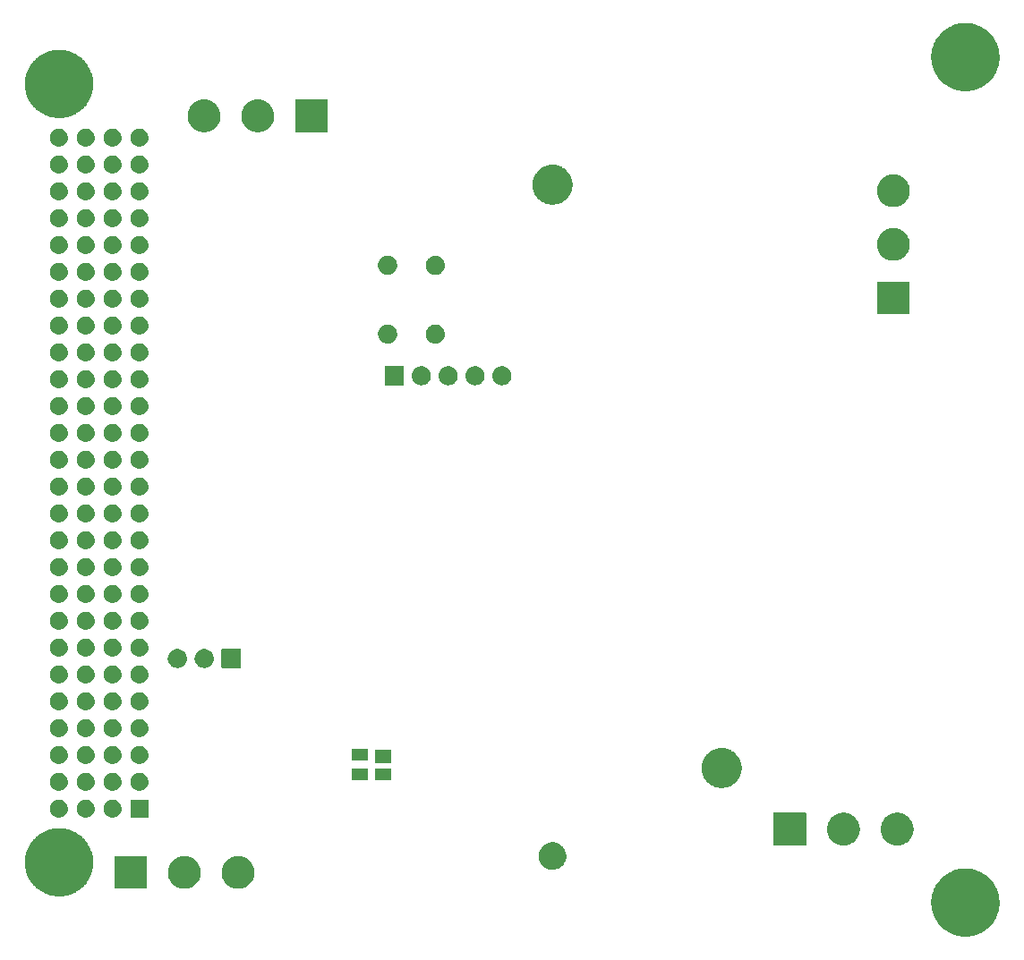
<source format=gbs>
G04 #@! TF.GenerationSoftware,KiCad,Pcbnew,5.99.0-unknown-529461e~86~ubuntu18.04.1*
G04 #@! TF.CreationDate,2019-09-26T16:04:44-03:00*
G04 #@! TF.ProjectId,DPL,44504c2e-6b69-4636-9164-5f7063625858,rev?*
G04 #@! TF.SameCoordinates,Original*
G04 #@! TF.FileFunction,Soldermask,Bot*
G04 #@! TF.FilePolarity,Negative*
%FSLAX46Y46*%
G04 Gerber Fmt 4.6, Leading zero omitted, Abs format (unit mm)*
G04 Created by KiCad (PCBNEW 5.99.0-unknown-529461e~86~ubuntu18.04.1) date 2019-09-26 16:04:44*
%MOMM*%
%LPD*%
G04 APERTURE LIST*
%ADD10C,0.100000*%
G04 APERTURE END LIST*
D10*
G36*
X203310652Y-121974579D02*
G01*
X203412881Y-121975293D01*
X203491862Y-121984711D01*
X203564518Y-121988773D01*
X203663880Y-122005222D01*
X203771072Y-122018004D01*
X203843013Y-122034878D01*
X203909267Y-122045846D01*
X204011647Y-122074431D01*
X204122269Y-122100377D01*
X204186517Y-122123255D01*
X204245812Y-122139810D01*
X204349684Y-122181356D01*
X204462095Y-122221384D01*
X204518314Y-122248804D01*
X204570258Y-122269580D01*
X204673910Y-122324692D01*
X204786315Y-122379516D01*
X204834350Y-122410000D01*
X204878786Y-122433627D01*
X204980449Y-122502717D01*
X205090888Y-122572804D01*
X205130815Y-122604906D01*
X205167794Y-122630037D01*
X205265587Y-122713266D01*
X205372017Y-122798837D01*
X205404126Y-122831171D01*
X205433891Y-122856503D01*
X205525870Y-122953768D01*
X205626198Y-123054799D01*
X205650989Y-123086078D01*
X205673983Y-123110393D01*
X205758191Y-123221333D01*
X205850263Y-123337499D01*
X205868413Y-123366545D01*
X205885244Y-123388719D01*
X205959707Y-123512645D01*
X206041420Y-123643414D01*
X206053775Y-123669201D01*
X206065216Y-123688242D01*
X206128023Y-123824168D01*
X206197285Y-123968730D01*
X206204827Y-123990388D01*
X206211783Y-124005442D01*
X206261082Y-124151931D01*
X206315916Y-124309393D01*
X206319743Y-124326239D01*
X206323238Y-124336623D01*
X206357282Y-124491463D01*
X206395835Y-124661156D01*
X206397131Y-124672711D01*
X206398272Y-124677900D01*
X206415455Y-124836077D01*
X206436045Y-125019636D01*
X206435971Y-125024926D01*
X206435987Y-125025072D01*
X206434687Y-125397444D01*
X206430232Y-125435951D01*
X206429751Y-125470370D01*
X206409935Y-125611371D01*
X206394549Y-125744347D01*
X206385890Y-125782458D01*
X206379548Y-125827587D01*
X206345584Y-125959868D01*
X206317134Y-126085090D01*
X206302578Y-126127365D01*
X206289838Y-126176982D01*
X206243394Y-126299247D01*
X206203369Y-126415488D01*
X206181937Y-126461033D01*
X206161741Y-126514200D01*
X206104596Y-126625391D01*
X206054595Y-126731650D01*
X206025438Y-126779418D01*
X205996853Y-126835037D01*
X205930826Y-126934416D01*
X205872535Y-127029912D01*
X205834973Y-127078686D01*
X205797230Y-127135495D01*
X205724189Y-127222542D01*
X205659331Y-127306761D01*
X205612844Y-127355237D01*
X205565358Y-127411829D01*
X205487210Y-127486248D01*
X205417483Y-127558959D01*
X205361723Y-127605747D01*
X205304129Y-127660593D01*
X205222703Y-127722399D01*
X205149795Y-127783576D01*
X205084657Y-127827182D01*
X205016799Y-127878689D01*
X204933868Y-127928126D01*
X204859438Y-127977952D01*
X204785020Y-128016857D01*
X204706948Y-128063397D01*
X204624175Y-128100945D01*
X204549758Y-128139849D01*
X204466372Y-128172528D01*
X204378439Y-128212416D01*
X204297400Y-128238747D01*
X204224427Y-128267345D01*
X204132599Y-128292294D01*
X204035366Y-128323887D01*
X203957454Y-128339880D01*
X203887224Y-128358961D01*
X203787722Y-128374721D01*
X203682006Y-128396421D01*
X203608446Y-128403116D01*
X203542099Y-128413624D01*
X203435921Y-128418817D01*
X203322763Y-128429115D01*
X203254561Y-128427686D01*
X203193082Y-128430693D01*
X203081417Y-128424059D01*
X202962114Y-128421560D01*
X202900125Y-128413289D01*
X202844274Y-128409971D01*
X202728514Y-128390391D01*
X202604555Y-128373852D01*
X202549350Y-128360088D01*
X202499729Y-128351695D01*
X202381453Y-128318226D01*
X202254543Y-128286584D01*
X202206531Y-128268728D01*
X202163511Y-128256555D01*
X202044443Y-128208448D01*
X201916439Y-128160844D01*
X201875763Y-128140297D01*
X201839520Y-128125654D01*
X201721539Y-128062393D01*
X201594458Y-127998200D01*
X201561060Y-127976345D01*
X201531567Y-127960531D01*
X201416658Y-127881851D01*
X201292614Y-127800679D01*
X201266220Y-127778844D01*
X201243253Y-127763118D01*
X201133489Y-127669039D01*
X201014669Y-127570742D01*
X200994805Y-127550172D01*
X200977941Y-127535718D01*
X200875480Y-127426607D01*
X200764086Y-127311256D01*
X200750084Y-127293075D01*
X200738741Y-127280995D01*
X200645779Y-127157631D01*
X200543990Y-127025455D01*
X200535038Y-127010673D01*
X200528447Y-127001927D01*
X200447301Y-126865803D01*
X200357123Y-126716902D01*
X200352245Y-126706344D01*
X200349528Y-126701787D01*
X200283366Y-126557276D01*
X200205815Y-126389441D01*
X200091952Y-126047155D01*
X200053601Y-125866727D01*
X200019924Y-125710966D01*
X200019368Y-125705677D01*
X200016952Y-125694310D01*
X199999964Y-125521052D01*
X199983400Y-125363453D01*
X199983438Y-125352511D01*
X199981751Y-125335304D01*
X199984080Y-125168526D01*
X199984619Y-125014028D01*
X199986468Y-124997546D01*
X199986788Y-124974611D01*
X200006880Y-124815569D01*
X200023569Y-124666779D01*
X200028415Y-124645101D01*
X200031999Y-124616728D01*
X200068265Y-124466822D01*
X200099797Y-124325756D01*
X200108766Y-124299411D01*
X200116821Y-124266114D01*
X200167534Y-124126782D01*
X200212403Y-123994980D01*
X200226541Y-123964662D01*
X200240197Y-123927141D01*
X200303517Y-123799583D01*
X200360080Y-123678284D01*
X200380327Y-123644852D01*
X200400590Y-123604033D01*
X200474572Y-123489235D01*
X200541096Y-123379391D01*
X200568250Y-123343874D01*
X200595999Y-123300817D01*
X200678657Y-123199469D01*
X200753324Y-123101808D01*
X200788037Y-123065356D01*
X200823990Y-123021273D01*
X200913333Y-122933782D01*
X200994300Y-122848758D01*
X201037032Y-122812646D01*
X201081720Y-122768885D01*
X201175756Y-122695416D01*
X201261198Y-122623212D01*
X201312232Y-122588789D01*
X201365977Y-122546799D01*
X201462749Y-122487264D01*
X201550879Y-122427820D01*
X201610292Y-122396495D01*
X201673219Y-122357782D01*
X201770881Y-122311826D01*
X201859986Y-122264846D01*
X201927650Y-122238056D01*
X201999615Y-122204192D01*
X202096396Y-122171245D01*
X202184870Y-122136216D01*
X202260435Y-122115402D01*
X202341098Y-122087942D01*
X202435398Y-122067209D01*
X202521755Y-122043422D01*
X202604660Y-122029994D01*
X202693411Y-122010481D01*
X202783783Y-122000982D01*
X202866685Y-121987555D01*
X202956133Y-121982867D01*
X203052162Y-121972774D01*
X203137370Y-121973369D01*
X203215642Y-121969267D01*
X203310652Y-121974579D01*
X203310652Y-121974579D01*
G37*
G36*
X117580652Y-118164579D02*
G01*
X117682881Y-118165293D01*
X117761862Y-118174711D01*
X117834518Y-118178773D01*
X117933880Y-118195222D01*
X118041072Y-118208004D01*
X118113013Y-118224878D01*
X118179267Y-118235846D01*
X118281647Y-118264431D01*
X118392269Y-118290377D01*
X118456517Y-118313255D01*
X118515812Y-118329810D01*
X118619684Y-118371356D01*
X118732095Y-118411384D01*
X118788314Y-118438804D01*
X118840258Y-118459580D01*
X118943910Y-118514692D01*
X119056315Y-118569516D01*
X119104350Y-118600000D01*
X119148786Y-118623627D01*
X119250449Y-118692717D01*
X119360888Y-118762804D01*
X119400815Y-118794906D01*
X119437794Y-118820037D01*
X119535587Y-118903266D01*
X119642017Y-118988837D01*
X119674126Y-119021171D01*
X119703891Y-119046503D01*
X119795870Y-119143768D01*
X119896198Y-119244799D01*
X119920989Y-119276078D01*
X119943983Y-119300393D01*
X120028191Y-119411333D01*
X120120263Y-119527499D01*
X120138413Y-119556545D01*
X120155244Y-119578719D01*
X120229707Y-119702645D01*
X120311420Y-119833414D01*
X120323775Y-119859201D01*
X120335216Y-119878242D01*
X120398023Y-120014168D01*
X120467285Y-120158730D01*
X120474827Y-120180388D01*
X120481783Y-120195442D01*
X120531082Y-120341931D01*
X120585916Y-120499393D01*
X120589743Y-120516239D01*
X120593238Y-120526623D01*
X120627282Y-120681463D01*
X120665835Y-120851156D01*
X120667131Y-120862711D01*
X120668272Y-120867900D01*
X120685455Y-121026077D01*
X120706045Y-121209636D01*
X120705971Y-121214926D01*
X120705987Y-121215072D01*
X120704687Y-121587444D01*
X120700232Y-121625951D01*
X120699751Y-121660370D01*
X120679935Y-121801371D01*
X120664549Y-121934347D01*
X120655890Y-121972458D01*
X120649548Y-122017587D01*
X120615584Y-122149868D01*
X120587134Y-122275090D01*
X120572578Y-122317365D01*
X120559838Y-122366982D01*
X120513394Y-122489247D01*
X120473369Y-122605488D01*
X120451937Y-122651033D01*
X120431741Y-122704200D01*
X120374596Y-122815391D01*
X120324595Y-122921650D01*
X120295438Y-122969418D01*
X120266853Y-123025037D01*
X120200826Y-123124416D01*
X120142535Y-123219912D01*
X120104973Y-123268686D01*
X120067230Y-123325495D01*
X119994189Y-123412542D01*
X119929331Y-123496761D01*
X119882844Y-123545237D01*
X119835358Y-123601829D01*
X119757210Y-123676248D01*
X119687483Y-123748959D01*
X119631723Y-123795747D01*
X119574129Y-123850593D01*
X119492703Y-123912399D01*
X119419795Y-123973576D01*
X119354657Y-124017182D01*
X119286799Y-124068689D01*
X119203868Y-124118126D01*
X119129438Y-124167952D01*
X119055020Y-124206857D01*
X118976948Y-124253397D01*
X118894175Y-124290945D01*
X118819758Y-124329849D01*
X118736372Y-124362528D01*
X118648439Y-124402416D01*
X118567400Y-124428747D01*
X118494427Y-124457345D01*
X118402599Y-124482294D01*
X118305366Y-124513887D01*
X118227454Y-124529880D01*
X118157224Y-124548961D01*
X118057722Y-124564721D01*
X117952006Y-124586421D01*
X117878446Y-124593116D01*
X117812099Y-124603624D01*
X117705921Y-124608817D01*
X117592763Y-124619115D01*
X117524561Y-124617686D01*
X117463082Y-124620693D01*
X117351417Y-124614059D01*
X117232114Y-124611560D01*
X117170125Y-124603289D01*
X117114274Y-124599971D01*
X116998514Y-124580391D01*
X116874555Y-124563852D01*
X116819350Y-124550088D01*
X116769729Y-124541695D01*
X116651453Y-124508226D01*
X116524543Y-124476584D01*
X116476531Y-124458728D01*
X116433511Y-124446555D01*
X116314443Y-124398448D01*
X116186439Y-124350844D01*
X116145763Y-124330297D01*
X116109520Y-124315654D01*
X115991539Y-124252393D01*
X115864458Y-124188200D01*
X115831060Y-124166345D01*
X115801567Y-124150531D01*
X115686658Y-124071851D01*
X115562614Y-123990679D01*
X115536220Y-123968844D01*
X115513253Y-123953118D01*
X115403489Y-123859039D01*
X115284669Y-123760742D01*
X115264805Y-123740172D01*
X115247941Y-123725718D01*
X115145480Y-123616607D01*
X115034086Y-123501256D01*
X115020084Y-123483075D01*
X115008741Y-123470995D01*
X114915779Y-123347631D01*
X114813990Y-123215455D01*
X114805038Y-123200673D01*
X114798447Y-123191927D01*
X114717301Y-123055803D01*
X114627123Y-122906902D01*
X114622245Y-122896344D01*
X114619528Y-122891787D01*
X114553366Y-122747276D01*
X114475815Y-122579441D01*
X114361952Y-122237155D01*
X114323601Y-122056727D01*
X114289924Y-121900966D01*
X114289368Y-121895677D01*
X114286952Y-121884310D01*
X114269964Y-121711052D01*
X114253400Y-121553453D01*
X114253438Y-121542511D01*
X114251751Y-121525304D01*
X114254080Y-121358526D01*
X114254619Y-121204028D01*
X114256468Y-121187546D01*
X114256788Y-121164611D01*
X114276880Y-121005569D01*
X114293569Y-120856779D01*
X114298415Y-120835101D01*
X114301999Y-120806728D01*
X114338265Y-120656822D01*
X114369797Y-120515756D01*
X114378766Y-120489411D01*
X114386821Y-120456114D01*
X114437534Y-120316782D01*
X114482403Y-120184980D01*
X114496541Y-120154662D01*
X114510197Y-120117141D01*
X114573517Y-119989583D01*
X114630080Y-119868284D01*
X114650327Y-119834852D01*
X114670590Y-119794033D01*
X114744572Y-119679235D01*
X114811096Y-119569391D01*
X114838250Y-119533874D01*
X114865999Y-119490817D01*
X114948657Y-119389469D01*
X115023324Y-119291808D01*
X115058037Y-119255356D01*
X115093990Y-119211273D01*
X115183333Y-119123782D01*
X115264300Y-119038758D01*
X115307032Y-119002646D01*
X115351720Y-118958885D01*
X115445756Y-118885416D01*
X115531198Y-118813212D01*
X115582232Y-118778789D01*
X115635977Y-118736799D01*
X115732749Y-118677264D01*
X115820879Y-118617820D01*
X115880292Y-118586495D01*
X115943219Y-118547782D01*
X116040881Y-118501826D01*
X116129986Y-118454846D01*
X116197650Y-118428056D01*
X116269615Y-118394192D01*
X116366396Y-118361245D01*
X116454870Y-118326216D01*
X116530435Y-118305402D01*
X116611098Y-118277942D01*
X116705398Y-118257209D01*
X116791755Y-118233422D01*
X116874660Y-118219994D01*
X116963411Y-118200481D01*
X117053783Y-118190982D01*
X117136685Y-118177555D01*
X117226133Y-118172867D01*
X117322162Y-118162774D01*
X117407370Y-118163369D01*
X117485642Y-118159267D01*
X117580652Y-118164579D01*
X117580652Y-118164579D01*
G37*
G36*
X134424870Y-120797503D02*
G01*
X134480587Y-120795557D01*
X134547861Y-120804056D01*
X134610350Y-120807385D01*
X134666239Y-120819010D01*
X134728205Y-120826838D01*
X134786838Y-120844095D01*
X134841387Y-120855441D01*
X134901309Y-120877785D01*
X134967637Y-120897307D01*
X135016700Y-120920814D01*
X135062485Y-120937887D01*
X135124355Y-120972394D01*
X135192722Y-121005150D01*
X135231870Y-121032359D01*
X135268580Y-121052833D01*
X135329992Y-121100555D01*
X135397669Y-121147592D01*
X135427117Y-121176029D01*
X135454905Y-121197623D01*
X135513181Y-121259140D01*
X135577207Y-121320969D01*
X135597690Y-121348349D01*
X135617196Y-121368940D01*
X135669539Y-121444391D01*
X135726715Y-121520821D01*
X135739424Y-121545130D01*
X135751703Y-121562831D01*
X135795241Y-121651900D01*
X135842347Y-121742005D01*
X135848868Y-121761606D01*
X135855330Y-121774827D01*
X135887204Y-121876849D01*
X135921129Y-121978831D01*
X135923351Y-121992547D01*
X135925703Y-122000077D01*
X135943218Y-122115216D01*
X135961033Y-122225207D01*
X135958079Y-122507248D01*
X135951707Y-122541966D01*
X135951166Y-122560197D01*
X135931162Y-122653910D01*
X135913024Y-122752734D01*
X135905639Y-122773474D01*
X135902281Y-122789204D01*
X135864978Y-122887664D01*
X135829300Y-122987859D01*
X135821956Y-123001218D01*
X135818676Y-123009875D01*
X135762486Y-123109393D01*
X135709061Y-123206573D01*
X135703852Y-123213240D01*
X135702659Y-123215353D01*
X135617525Y-123323734D01*
X135555400Y-123403249D01*
X135474204Y-123478438D01*
X135384728Y-123562314D01*
X135380477Y-123565230D01*
X135372271Y-123572829D01*
X135281065Y-123633426D01*
X135190132Y-123695806D01*
X135179346Y-123701009D01*
X135164386Y-123710948D01*
X135069597Y-123753946D01*
X134977593Y-123798324D01*
X134959603Y-123803841D01*
X134937091Y-123814053D01*
X134842529Y-123839745D01*
X134751988Y-123867512D01*
X134726633Y-123871234D01*
X134696237Y-123879492D01*
X134605124Y-123889068D01*
X134518513Y-123901781D01*
X134486058Y-123901583D01*
X134448018Y-123905581D01*
X134363077Y-123900832D01*
X134282537Y-123900340D01*
X134243732Y-123894159D01*
X134198820Y-123891648D01*
X134122188Y-123874799D01*
X134049503Y-123863222D01*
X134005572Y-123849160D01*
X133955056Y-123838053D01*
X133888282Y-123811615D01*
X133824751Y-123791279D01*
X133777318Y-123767681D01*
X133722997Y-123746174D01*
X133667052Y-123712824D01*
X133613481Y-123686173D01*
X133564562Y-123651729D01*
X133508612Y-123618376D01*
X133463850Y-123580816D01*
X133420537Y-123550319D01*
X133372434Y-123504109D01*
X133317418Y-123457945D01*
X133283622Y-123418792D01*
X133250359Y-123386838D01*
X133205609Y-123328413D01*
X133154333Y-123269009D01*
X133130758Y-123230688D01*
X133106869Y-123199499D01*
X133068132Y-123128891D01*
X133023554Y-123056430D01*
X133008980Y-123021071D01*
X132993367Y-122992612D01*
X132963347Y-122910357D01*
X132928444Y-122825676D01*
X132921254Y-122795023D01*
X132912464Y-122770937D01*
X132893818Y-122678049D01*
X132871451Y-122582684D01*
X132869727Y-122558029D01*
X132866023Y-122539577D01*
X132861300Y-122437527D01*
X132854040Y-122333705D01*
X132855668Y-122315820D01*
X132855114Y-122303855D01*
X132866738Y-122194177D01*
X132876661Y-122085146D01*
X132879442Y-122074316D01*
X132879985Y-122069190D01*
X132911189Y-121950668D01*
X132938731Y-121843401D01*
X132979091Y-121751021D01*
X133033971Y-121624502D01*
X133035264Y-121622445D01*
X133038652Y-121614690D01*
X133098740Y-121521452D01*
X133159542Y-121424713D01*
X133165595Y-121417713D01*
X133173855Y-121404896D01*
X133245058Y-121325817D01*
X133313893Y-121246212D01*
X133326124Y-121235785D01*
X133340861Y-121219417D01*
X133419191Y-121156438D01*
X133493465Y-121093114D01*
X133512935Y-121081065D01*
X133535373Y-121063025D01*
X133617267Y-121016503D01*
X133694129Y-120968939D01*
X133721484Y-120957299D01*
X133752387Y-120939744D01*
X133834567Y-120909182D01*
X133911259Y-120876549D01*
X133946685Y-120867486D01*
X133986320Y-120852746D01*
X134065882Y-120836992D01*
X134139877Y-120818062D01*
X134183059Y-120813790D01*
X134231153Y-120804267D01*
X134305594Y-120801668D01*
X134374709Y-120794830D01*
X134424870Y-120797503D01*
X134424870Y-120797503D01*
G37*
G36*
X129344870Y-120797503D02*
G01*
X129400587Y-120795557D01*
X129467861Y-120804056D01*
X129530350Y-120807385D01*
X129586239Y-120819010D01*
X129648205Y-120826838D01*
X129706838Y-120844095D01*
X129761387Y-120855441D01*
X129821309Y-120877785D01*
X129887637Y-120897307D01*
X129936700Y-120920814D01*
X129982485Y-120937887D01*
X130044355Y-120972394D01*
X130112722Y-121005150D01*
X130151870Y-121032359D01*
X130188580Y-121052833D01*
X130249992Y-121100555D01*
X130317669Y-121147592D01*
X130347117Y-121176029D01*
X130374905Y-121197623D01*
X130433181Y-121259140D01*
X130497207Y-121320969D01*
X130517690Y-121348349D01*
X130537196Y-121368940D01*
X130589539Y-121444391D01*
X130646715Y-121520821D01*
X130659424Y-121545130D01*
X130671703Y-121562831D01*
X130715241Y-121651900D01*
X130762347Y-121742005D01*
X130768868Y-121761606D01*
X130775330Y-121774827D01*
X130807204Y-121876849D01*
X130841129Y-121978831D01*
X130843351Y-121992547D01*
X130845703Y-122000077D01*
X130863218Y-122115216D01*
X130881033Y-122225207D01*
X130878079Y-122507248D01*
X130871707Y-122541966D01*
X130871166Y-122560197D01*
X130851162Y-122653910D01*
X130833024Y-122752734D01*
X130825639Y-122773474D01*
X130822281Y-122789204D01*
X130784978Y-122887664D01*
X130749300Y-122987859D01*
X130741956Y-123001218D01*
X130738676Y-123009875D01*
X130682486Y-123109393D01*
X130629061Y-123206573D01*
X130623852Y-123213240D01*
X130622659Y-123215353D01*
X130537525Y-123323734D01*
X130475400Y-123403249D01*
X130394204Y-123478438D01*
X130304728Y-123562314D01*
X130300477Y-123565230D01*
X130292271Y-123572829D01*
X130201065Y-123633426D01*
X130110132Y-123695806D01*
X130099346Y-123701009D01*
X130084386Y-123710948D01*
X129989597Y-123753946D01*
X129897593Y-123798324D01*
X129879603Y-123803841D01*
X129857091Y-123814053D01*
X129762529Y-123839745D01*
X129671988Y-123867512D01*
X129646633Y-123871234D01*
X129616237Y-123879492D01*
X129525124Y-123889068D01*
X129438513Y-123901781D01*
X129406058Y-123901583D01*
X129368018Y-123905581D01*
X129283077Y-123900832D01*
X129202537Y-123900340D01*
X129163732Y-123894159D01*
X129118820Y-123891648D01*
X129042188Y-123874799D01*
X128969503Y-123863222D01*
X128925572Y-123849160D01*
X128875056Y-123838053D01*
X128808282Y-123811615D01*
X128744751Y-123791279D01*
X128697318Y-123767681D01*
X128642997Y-123746174D01*
X128587052Y-123712824D01*
X128533481Y-123686173D01*
X128484562Y-123651729D01*
X128428612Y-123618376D01*
X128383850Y-123580816D01*
X128340537Y-123550319D01*
X128292434Y-123504109D01*
X128237418Y-123457945D01*
X128203622Y-123418792D01*
X128170359Y-123386838D01*
X128125609Y-123328413D01*
X128074333Y-123269009D01*
X128050758Y-123230688D01*
X128026869Y-123199499D01*
X127988132Y-123128891D01*
X127943554Y-123056430D01*
X127928980Y-123021071D01*
X127913367Y-122992612D01*
X127883347Y-122910357D01*
X127848444Y-122825676D01*
X127841254Y-122795023D01*
X127832464Y-122770937D01*
X127813818Y-122678049D01*
X127791451Y-122582684D01*
X127789727Y-122558029D01*
X127786023Y-122539577D01*
X127781300Y-122437527D01*
X127774040Y-122333705D01*
X127775668Y-122315820D01*
X127775114Y-122303855D01*
X127786738Y-122194177D01*
X127796661Y-122085146D01*
X127799442Y-122074316D01*
X127799985Y-122069190D01*
X127831189Y-121950668D01*
X127858731Y-121843401D01*
X127899091Y-121751021D01*
X127953971Y-121624502D01*
X127955264Y-121622445D01*
X127958652Y-121614690D01*
X128018740Y-121521452D01*
X128079542Y-121424713D01*
X128085595Y-121417713D01*
X128093855Y-121404896D01*
X128165058Y-121325817D01*
X128233893Y-121246212D01*
X128246124Y-121235785D01*
X128260861Y-121219417D01*
X128339191Y-121156438D01*
X128413465Y-121093114D01*
X128432935Y-121081065D01*
X128455373Y-121063025D01*
X128537267Y-121016503D01*
X128614129Y-120968939D01*
X128641484Y-120957299D01*
X128672387Y-120939744D01*
X128754567Y-120909182D01*
X128831259Y-120876549D01*
X128866685Y-120867486D01*
X128906320Y-120852746D01*
X128985882Y-120836992D01*
X129059877Y-120818062D01*
X129103059Y-120813790D01*
X129151153Y-120804267D01*
X129225594Y-120801668D01*
X129294709Y-120794830D01*
X129344870Y-120797503D01*
X129344870Y-120797503D01*
G37*
G36*
X125769899Y-120801959D02*
G01*
X125786769Y-120813231D01*
X125798041Y-120830101D01*
X125804448Y-120862312D01*
X125804448Y-123837688D01*
X125801999Y-123850000D01*
X125798041Y-123869899D01*
X125786769Y-123886769D01*
X125769899Y-123898041D01*
X125750000Y-123901999D01*
X125737688Y-123904448D01*
X122762312Y-123904448D01*
X122730101Y-123898041D01*
X122713231Y-123886769D01*
X122701959Y-123869899D01*
X122695552Y-123837688D01*
X122695552Y-120862312D01*
X122701959Y-120830101D01*
X122713231Y-120813231D01*
X122730101Y-120801959D01*
X122762312Y-120795552D01*
X125737688Y-120795552D01*
X125769899Y-120801959D01*
X125769899Y-120801959D01*
G37*
G36*
X164217163Y-119494001D02*
G01*
X164268823Y-119494001D01*
X164328518Y-119504527D01*
X164383934Y-119509765D01*
X164435515Y-119523393D01*
X164493010Y-119533531D01*
X164543660Y-119551966D01*
X164590774Y-119564414D01*
X164645780Y-119589135D01*
X164706926Y-119611390D01*
X164747766Y-119634969D01*
X164785911Y-119652112D01*
X164841971Y-119689358D01*
X164904073Y-119725213D01*
X164935019Y-119751179D01*
X164964100Y-119770501D01*
X165018480Y-119821211D01*
X165078460Y-119871540D01*
X165100074Y-119897299D01*
X165120564Y-119916406D01*
X165170316Y-119981010D01*
X165224787Y-120045927D01*
X165238202Y-120069163D01*
X165251093Y-120085902D01*
X165293128Y-120164298D01*
X165338610Y-120243074D01*
X165345462Y-120261899D01*
X165352190Y-120274447D01*
X165383443Y-120366252D01*
X165416469Y-120456990D01*
X165418764Y-120470007D01*
X165421133Y-120476965D01*
X165438667Y-120582884D01*
X165455999Y-120681177D01*
X165455999Y-120908823D01*
X165449489Y-120945743D01*
X165448972Y-120966903D01*
X165431550Y-121047481D01*
X165416469Y-121133010D01*
X165408066Y-121156098D01*
X165404086Y-121174504D01*
X165370393Y-121259603D01*
X165338610Y-121346926D01*
X165329729Y-121362308D01*
X165325332Y-121373414D01*
X165273836Y-121459118D01*
X165224787Y-121544073D01*
X165217752Y-121552457D01*
X165215148Y-121556791D01*
X165141706Y-121643086D01*
X165078460Y-121718460D01*
X165009806Y-121776067D01*
X164913089Y-121857799D01*
X164910713Y-121859215D01*
X164904073Y-121864787D01*
X164818103Y-121914422D01*
X164729325Y-121967344D01*
X164720341Y-121970865D01*
X164706926Y-121978610D01*
X164617837Y-122011036D01*
X164530137Y-122045405D01*
X164513962Y-122048843D01*
X164493010Y-122056469D01*
X164405446Y-122071909D01*
X164320879Y-122089884D01*
X164297476Y-122090947D01*
X164268823Y-122095999D01*
X164186221Y-122095999D01*
X164107166Y-122099589D01*
X164077059Y-122095999D01*
X164041177Y-122095999D01*
X163966223Y-122082783D01*
X163894733Y-122074258D01*
X163859000Y-122063876D01*
X163816990Y-122056469D01*
X163751662Y-122032691D01*
X163689288Y-122014570D01*
X163649505Y-121995509D01*
X163603074Y-121978610D01*
X163548655Y-121947191D01*
X163496358Y-121922135D01*
X163454543Y-121892856D01*
X163405927Y-121864787D01*
X163362915Y-121828696D01*
X163321108Y-121799422D01*
X163279689Y-121758862D01*
X163231540Y-121718460D01*
X163199776Y-121680604D01*
X163168260Y-121649742D01*
X163129897Y-121597325D01*
X163085213Y-121544073D01*
X163063886Y-121507133D01*
X163041907Y-121477103D01*
X163009446Y-121412840D01*
X162971390Y-121346926D01*
X162959117Y-121313206D01*
X162945450Y-121286150D01*
X162921789Y-121210648D01*
X162893531Y-121133010D01*
X162888478Y-121104355D01*
X162881474Y-121082004D01*
X162869444Y-120996406D01*
X162854001Y-120908823D01*
X162854001Y-120886521D01*
X162851700Y-120870148D01*
X162854001Y-120775998D01*
X162854001Y-120681177D01*
X162856691Y-120665920D01*
X162856927Y-120656275D01*
X162876288Y-120554779D01*
X162893531Y-120456990D01*
X162896497Y-120448842D01*
X162897014Y-120446130D01*
X162940709Y-120327369D01*
X162971390Y-120243074D01*
X163020544Y-120157937D01*
X163076557Y-120059337D01*
X163079740Y-120055406D01*
X163085213Y-120045927D01*
X163148280Y-119970766D01*
X163211192Y-119893076D01*
X163220122Y-119885148D01*
X163231540Y-119871540D01*
X163302724Y-119811810D01*
X163371173Y-119751038D01*
X163387111Y-119741001D01*
X163405927Y-119725213D01*
X163481133Y-119681793D01*
X163552201Y-119637039D01*
X163575914Y-119627071D01*
X163603074Y-119611390D01*
X163678682Y-119583871D01*
X163749423Y-119554134D01*
X163781151Y-119546575D01*
X163816990Y-119533531D01*
X163889784Y-119520696D01*
X163957531Y-119504556D01*
X163996947Y-119501800D01*
X164041177Y-119494001D01*
X164108484Y-119494001D01*
X164170953Y-119489633D01*
X164217163Y-119494001D01*
X164217163Y-119494001D01*
G37*
G36*
X196764870Y-116697503D02*
G01*
X196820587Y-116695557D01*
X196887861Y-116704056D01*
X196950350Y-116707385D01*
X197006239Y-116719010D01*
X197068205Y-116726838D01*
X197126838Y-116744095D01*
X197181387Y-116755441D01*
X197241309Y-116777785D01*
X197307637Y-116797307D01*
X197356700Y-116820814D01*
X197402485Y-116837887D01*
X197464355Y-116872394D01*
X197532722Y-116905150D01*
X197571870Y-116932359D01*
X197608580Y-116952833D01*
X197669992Y-117000555D01*
X197737669Y-117047592D01*
X197767117Y-117076029D01*
X197794905Y-117097623D01*
X197853181Y-117159140D01*
X197917207Y-117220969D01*
X197937690Y-117248349D01*
X197957196Y-117268940D01*
X198009539Y-117344391D01*
X198066715Y-117420821D01*
X198079424Y-117445130D01*
X198091703Y-117462831D01*
X198135241Y-117551900D01*
X198182347Y-117642005D01*
X198188868Y-117661606D01*
X198195330Y-117674827D01*
X198227204Y-117776849D01*
X198261129Y-117878831D01*
X198263351Y-117892547D01*
X198265703Y-117900077D01*
X198283218Y-118015216D01*
X198301033Y-118125207D01*
X198298079Y-118407248D01*
X198291707Y-118441966D01*
X198291166Y-118460197D01*
X198271162Y-118553910D01*
X198253024Y-118652734D01*
X198245639Y-118673474D01*
X198242281Y-118689204D01*
X198204978Y-118787664D01*
X198169300Y-118887859D01*
X198161956Y-118901218D01*
X198158676Y-118909875D01*
X198102486Y-119009393D01*
X198049061Y-119106573D01*
X198043852Y-119113240D01*
X198042659Y-119115353D01*
X197957525Y-119223734D01*
X197895400Y-119303249D01*
X197814204Y-119378438D01*
X197724728Y-119462314D01*
X197720477Y-119465230D01*
X197712271Y-119472829D01*
X197621065Y-119533426D01*
X197530132Y-119595806D01*
X197519346Y-119601009D01*
X197504386Y-119610948D01*
X197409597Y-119653946D01*
X197317593Y-119698324D01*
X197299603Y-119703841D01*
X197277091Y-119714053D01*
X197182529Y-119739745D01*
X197091988Y-119767512D01*
X197066633Y-119771234D01*
X197036237Y-119779492D01*
X196945124Y-119789068D01*
X196858513Y-119801781D01*
X196826058Y-119801583D01*
X196788018Y-119805581D01*
X196703077Y-119800832D01*
X196622537Y-119800340D01*
X196583732Y-119794159D01*
X196538820Y-119791648D01*
X196462188Y-119774799D01*
X196389503Y-119763222D01*
X196345572Y-119749160D01*
X196295056Y-119738053D01*
X196228282Y-119711615D01*
X196164751Y-119691279D01*
X196117318Y-119667681D01*
X196062997Y-119646174D01*
X196007052Y-119612824D01*
X195953481Y-119586173D01*
X195904562Y-119551729D01*
X195848612Y-119518376D01*
X195803850Y-119480816D01*
X195760537Y-119450319D01*
X195712434Y-119404109D01*
X195657418Y-119357945D01*
X195623622Y-119318792D01*
X195590359Y-119286838D01*
X195545609Y-119228413D01*
X195494333Y-119169009D01*
X195470758Y-119130688D01*
X195446869Y-119099499D01*
X195408132Y-119028891D01*
X195363554Y-118956430D01*
X195348980Y-118921071D01*
X195333367Y-118892612D01*
X195303347Y-118810357D01*
X195268444Y-118725676D01*
X195261254Y-118695023D01*
X195252464Y-118670937D01*
X195233818Y-118578049D01*
X195211451Y-118482684D01*
X195209727Y-118458029D01*
X195206023Y-118439577D01*
X195201300Y-118337527D01*
X195194040Y-118233705D01*
X195195668Y-118215820D01*
X195195114Y-118203855D01*
X195206738Y-118094177D01*
X195216661Y-117985146D01*
X195219442Y-117974316D01*
X195219985Y-117969190D01*
X195251189Y-117850668D01*
X195278731Y-117743401D01*
X195319091Y-117651021D01*
X195373971Y-117524502D01*
X195375264Y-117522445D01*
X195378652Y-117514690D01*
X195438740Y-117421452D01*
X195499542Y-117324713D01*
X195505595Y-117317713D01*
X195513855Y-117304896D01*
X195585058Y-117225817D01*
X195653893Y-117146212D01*
X195666124Y-117135785D01*
X195680861Y-117119417D01*
X195759191Y-117056438D01*
X195833465Y-116993114D01*
X195852935Y-116981065D01*
X195875373Y-116963025D01*
X195957267Y-116916503D01*
X196034129Y-116868939D01*
X196061484Y-116857299D01*
X196092387Y-116839744D01*
X196174567Y-116809182D01*
X196251259Y-116776549D01*
X196286685Y-116767486D01*
X196326320Y-116752746D01*
X196405882Y-116736992D01*
X196479877Y-116718062D01*
X196523059Y-116713790D01*
X196571153Y-116704267D01*
X196645594Y-116701668D01*
X196714709Y-116694830D01*
X196764870Y-116697503D01*
X196764870Y-116697503D01*
G37*
G36*
X191684870Y-116697503D02*
G01*
X191740587Y-116695557D01*
X191807861Y-116704056D01*
X191870350Y-116707385D01*
X191926239Y-116719010D01*
X191988205Y-116726838D01*
X192046838Y-116744095D01*
X192101387Y-116755441D01*
X192161309Y-116777785D01*
X192227637Y-116797307D01*
X192276700Y-116820814D01*
X192322485Y-116837887D01*
X192384355Y-116872394D01*
X192452722Y-116905150D01*
X192491870Y-116932359D01*
X192528580Y-116952833D01*
X192589992Y-117000555D01*
X192657669Y-117047592D01*
X192687117Y-117076029D01*
X192714905Y-117097623D01*
X192773181Y-117159140D01*
X192837207Y-117220969D01*
X192857690Y-117248349D01*
X192877196Y-117268940D01*
X192929539Y-117344391D01*
X192986715Y-117420821D01*
X192999424Y-117445130D01*
X193011703Y-117462831D01*
X193055241Y-117551900D01*
X193102347Y-117642005D01*
X193108868Y-117661606D01*
X193115330Y-117674827D01*
X193147204Y-117776849D01*
X193181129Y-117878831D01*
X193183351Y-117892547D01*
X193185703Y-117900077D01*
X193203218Y-118015216D01*
X193221033Y-118125207D01*
X193218079Y-118407248D01*
X193211707Y-118441966D01*
X193211166Y-118460197D01*
X193191162Y-118553910D01*
X193173024Y-118652734D01*
X193165639Y-118673474D01*
X193162281Y-118689204D01*
X193124978Y-118787664D01*
X193089300Y-118887859D01*
X193081956Y-118901218D01*
X193078676Y-118909875D01*
X193022486Y-119009393D01*
X192969061Y-119106573D01*
X192963852Y-119113240D01*
X192962659Y-119115353D01*
X192877525Y-119223734D01*
X192815400Y-119303249D01*
X192734204Y-119378438D01*
X192644728Y-119462314D01*
X192640477Y-119465230D01*
X192632271Y-119472829D01*
X192541065Y-119533426D01*
X192450132Y-119595806D01*
X192439346Y-119601009D01*
X192424386Y-119610948D01*
X192329597Y-119653946D01*
X192237593Y-119698324D01*
X192219603Y-119703841D01*
X192197091Y-119714053D01*
X192102529Y-119739745D01*
X192011988Y-119767512D01*
X191986633Y-119771234D01*
X191956237Y-119779492D01*
X191865124Y-119789068D01*
X191778513Y-119801781D01*
X191746058Y-119801583D01*
X191708018Y-119805581D01*
X191623077Y-119800832D01*
X191542537Y-119800340D01*
X191503732Y-119794159D01*
X191458820Y-119791648D01*
X191382188Y-119774799D01*
X191309503Y-119763222D01*
X191265572Y-119749160D01*
X191215056Y-119738053D01*
X191148282Y-119711615D01*
X191084751Y-119691279D01*
X191037318Y-119667681D01*
X190982997Y-119646174D01*
X190927052Y-119612824D01*
X190873481Y-119586173D01*
X190824562Y-119551729D01*
X190768612Y-119518376D01*
X190723850Y-119480816D01*
X190680537Y-119450319D01*
X190632434Y-119404109D01*
X190577418Y-119357945D01*
X190543622Y-119318792D01*
X190510359Y-119286838D01*
X190465609Y-119228413D01*
X190414333Y-119169009D01*
X190390758Y-119130688D01*
X190366869Y-119099499D01*
X190328132Y-119028891D01*
X190283554Y-118956430D01*
X190268980Y-118921071D01*
X190253367Y-118892612D01*
X190223347Y-118810357D01*
X190188444Y-118725676D01*
X190181254Y-118695023D01*
X190172464Y-118670937D01*
X190153818Y-118578049D01*
X190131451Y-118482684D01*
X190129727Y-118458029D01*
X190126023Y-118439577D01*
X190121300Y-118337527D01*
X190114040Y-118233705D01*
X190115668Y-118215820D01*
X190115114Y-118203855D01*
X190126738Y-118094177D01*
X190136661Y-117985146D01*
X190139442Y-117974316D01*
X190139985Y-117969190D01*
X190171189Y-117850668D01*
X190198731Y-117743401D01*
X190239091Y-117651021D01*
X190293971Y-117524502D01*
X190295264Y-117522445D01*
X190298652Y-117514690D01*
X190358740Y-117421452D01*
X190419542Y-117324713D01*
X190425595Y-117317713D01*
X190433855Y-117304896D01*
X190505058Y-117225817D01*
X190573893Y-117146212D01*
X190586124Y-117135785D01*
X190600861Y-117119417D01*
X190679191Y-117056438D01*
X190753465Y-116993114D01*
X190772935Y-116981065D01*
X190795373Y-116963025D01*
X190877267Y-116916503D01*
X190954129Y-116868939D01*
X190981484Y-116857299D01*
X191012387Y-116839744D01*
X191094567Y-116809182D01*
X191171259Y-116776549D01*
X191206685Y-116767486D01*
X191246320Y-116752746D01*
X191325882Y-116736992D01*
X191399877Y-116718062D01*
X191443059Y-116713790D01*
X191491153Y-116704267D01*
X191565594Y-116701668D01*
X191634709Y-116694830D01*
X191684870Y-116697503D01*
X191684870Y-116697503D01*
G37*
G36*
X188109899Y-116701959D02*
G01*
X188126769Y-116713231D01*
X188138041Y-116730101D01*
X188144448Y-116762312D01*
X188144448Y-119737688D01*
X188141999Y-119750000D01*
X188138041Y-119769899D01*
X188126769Y-119786769D01*
X188109899Y-119798041D01*
X188090000Y-119801999D01*
X188077688Y-119804448D01*
X185102312Y-119804448D01*
X185070101Y-119798041D01*
X185053231Y-119786769D01*
X185041959Y-119769899D01*
X185035552Y-119737688D01*
X185035552Y-116762312D01*
X185041959Y-116730101D01*
X185053231Y-116713231D01*
X185070101Y-116701959D01*
X185102312Y-116695552D01*
X188077688Y-116695552D01*
X188109899Y-116701959D01*
X188109899Y-116701959D01*
G37*
G36*
X122542976Y-115457826D02*
G01*
X122584766Y-115455782D01*
X122629056Y-115462639D01*
X122679810Y-115465476D01*
X122720163Y-115476743D01*
X122755621Y-115482232D01*
X122803204Y-115499928D01*
X122857898Y-115515199D01*
X122889622Y-115532067D01*
X122917659Y-115542494D01*
X122965757Y-115572549D01*
X123021153Y-115602004D01*
X123043968Y-115621421D01*
X123064271Y-115634108D01*
X123109641Y-115677313D01*
X123161961Y-115721841D01*
X123176463Y-115740947D01*
X123189472Y-115753335D01*
X123228616Y-115809655D01*
X123273751Y-115869118D01*
X123281302Y-115885459D01*
X123288142Y-115895301D01*
X123317508Y-115963817D01*
X123351307Y-116036965D01*
X123353885Y-116048692D01*
X123356247Y-116054202D01*
X123372429Y-116133036D01*
X123391011Y-116217551D01*
X123390345Y-116408388D01*
X123371181Y-116492738D01*
X123354443Y-116571485D01*
X123352041Y-116576982D01*
X123349381Y-116588692D01*
X123315069Y-116661609D01*
X123285227Y-116729915D01*
X123278318Y-116739709D01*
X123270655Y-116755994D01*
X123225114Y-116815130D01*
X123185570Y-116871187D01*
X123172472Y-116883487D01*
X123157840Y-116902487D01*
X123105227Y-116946635D01*
X123059544Y-116989534D01*
X123039147Y-117002082D01*
X123016199Y-117021338D01*
X122960600Y-117050405D01*
X122912293Y-117080123D01*
X122884184Y-117090354D01*
X122852341Y-117107001D01*
X122797534Y-117121892D01*
X122749831Y-117139254D01*
X122714340Y-117144495D01*
X122673911Y-117155479D01*
X122623139Y-117157962D01*
X122578803Y-117164509D01*
X122537027Y-117162174D01*
X122489233Y-117164511D01*
X122444992Y-117157028D01*
X122406189Y-117154859D01*
X122359980Y-117142650D01*
X122306923Y-117133676D01*
X122270839Y-117119097D01*
X122239035Y-117110694D01*
X122190897Y-117086799D01*
X122135488Y-117064412D01*
X122108311Y-117045804D01*
X122084182Y-117033826D01*
X122037128Y-116997063D01*
X121982926Y-116959950D01*
X121964469Y-116940295D01*
X121947950Y-116927389D01*
X121905400Y-116877393D01*
X121856354Y-116825164D01*
X121845608Y-116807138D01*
X121835896Y-116795726D01*
X121801401Y-116732981D01*
X121761678Y-116666344D01*
X121756943Y-116652111D01*
X121752610Y-116644229D01*
X121729692Y-116570192D01*
X121703314Y-116490898D01*
X121702372Y-116481934D01*
X121701486Y-116479072D01*
X121693347Y-116396068D01*
X121683987Y-116307012D01*
X121693967Y-116218044D01*
X121702687Y-116135078D01*
X121703593Y-116132220D01*
X121704598Y-116123265D01*
X121731530Y-116044153D01*
X121754963Y-115970281D01*
X121759350Y-115962432D01*
X121764184Y-115948231D01*
X121804382Y-115881857D01*
X121839304Y-115819371D01*
X121849092Y-115808031D01*
X121859967Y-115790075D01*
X121909385Y-115738181D01*
X121952273Y-115688495D01*
X121968879Y-115675707D01*
X121987477Y-115656177D01*
X122041952Y-115619433D01*
X122089250Y-115583009D01*
X122113458Y-115571202D01*
X122140765Y-115552783D01*
X122196319Y-115530787D01*
X122244633Y-115507223D01*
X122276503Y-115499040D01*
X122312679Y-115484717D01*
X122365795Y-115476114D01*
X122412088Y-115464228D01*
X122450903Y-115462330D01*
X122495199Y-115455155D01*
X122542976Y-115457826D01*
X122542976Y-115457826D01*
G37*
G36*
X117462976Y-115457826D02*
G01*
X117504766Y-115455782D01*
X117549056Y-115462639D01*
X117599810Y-115465476D01*
X117640163Y-115476743D01*
X117675621Y-115482232D01*
X117723204Y-115499928D01*
X117777898Y-115515199D01*
X117809622Y-115532067D01*
X117837659Y-115542494D01*
X117885757Y-115572549D01*
X117941153Y-115602004D01*
X117963968Y-115621421D01*
X117984271Y-115634108D01*
X118029641Y-115677313D01*
X118081961Y-115721841D01*
X118096463Y-115740947D01*
X118109472Y-115753335D01*
X118148616Y-115809655D01*
X118193751Y-115869118D01*
X118201302Y-115885459D01*
X118208142Y-115895301D01*
X118237508Y-115963817D01*
X118271307Y-116036965D01*
X118273885Y-116048692D01*
X118276247Y-116054202D01*
X118292429Y-116133036D01*
X118311011Y-116217551D01*
X118310345Y-116408388D01*
X118291181Y-116492738D01*
X118274443Y-116571485D01*
X118272041Y-116576982D01*
X118269381Y-116588692D01*
X118235069Y-116661609D01*
X118205227Y-116729915D01*
X118198318Y-116739709D01*
X118190655Y-116755994D01*
X118145114Y-116815130D01*
X118105570Y-116871187D01*
X118092472Y-116883487D01*
X118077840Y-116902487D01*
X118025227Y-116946635D01*
X117979544Y-116989534D01*
X117959147Y-117002082D01*
X117936199Y-117021338D01*
X117880600Y-117050405D01*
X117832293Y-117080123D01*
X117804184Y-117090354D01*
X117772341Y-117107001D01*
X117717534Y-117121892D01*
X117669831Y-117139254D01*
X117634340Y-117144495D01*
X117593911Y-117155479D01*
X117543139Y-117157962D01*
X117498803Y-117164509D01*
X117457027Y-117162174D01*
X117409233Y-117164511D01*
X117364992Y-117157028D01*
X117326189Y-117154859D01*
X117279980Y-117142650D01*
X117226923Y-117133676D01*
X117190839Y-117119097D01*
X117159035Y-117110694D01*
X117110897Y-117086799D01*
X117055488Y-117064412D01*
X117028311Y-117045804D01*
X117004182Y-117033826D01*
X116957128Y-116997063D01*
X116902926Y-116959950D01*
X116884469Y-116940295D01*
X116867950Y-116927389D01*
X116825400Y-116877393D01*
X116776354Y-116825164D01*
X116765608Y-116807138D01*
X116755896Y-116795726D01*
X116721401Y-116732981D01*
X116681678Y-116666344D01*
X116676943Y-116652111D01*
X116672610Y-116644229D01*
X116649692Y-116570192D01*
X116623314Y-116490898D01*
X116622372Y-116481934D01*
X116621486Y-116479072D01*
X116613347Y-116396068D01*
X116603987Y-116307012D01*
X116613967Y-116218044D01*
X116622687Y-116135078D01*
X116623593Y-116132220D01*
X116624598Y-116123265D01*
X116651530Y-116044153D01*
X116674963Y-115970281D01*
X116679350Y-115962432D01*
X116684184Y-115948231D01*
X116724382Y-115881857D01*
X116759304Y-115819371D01*
X116769092Y-115808031D01*
X116779967Y-115790075D01*
X116829385Y-115738181D01*
X116872273Y-115688495D01*
X116888879Y-115675707D01*
X116907477Y-115656177D01*
X116961952Y-115619433D01*
X117009250Y-115583009D01*
X117033458Y-115571202D01*
X117060765Y-115552783D01*
X117116319Y-115530787D01*
X117164633Y-115507223D01*
X117196503Y-115499040D01*
X117232679Y-115484717D01*
X117285795Y-115476114D01*
X117332088Y-115464228D01*
X117370903Y-115462330D01*
X117415199Y-115455155D01*
X117462976Y-115457826D01*
X117462976Y-115457826D01*
G37*
G36*
X120002976Y-115457826D02*
G01*
X120044766Y-115455782D01*
X120089056Y-115462639D01*
X120139810Y-115465476D01*
X120180163Y-115476743D01*
X120215621Y-115482232D01*
X120263204Y-115499928D01*
X120317898Y-115515199D01*
X120349622Y-115532067D01*
X120377659Y-115542494D01*
X120425757Y-115572549D01*
X120481153Y-115602004D01*
X120503968Y-115621421D01*
X120524271Y-115634108D01*
X120569641Y-115677313D01*
X120621961Y-115721841D01*
X120636463Y-115740947D01*
X120649472Y-115753335D01*
X120688616Y-115809655D01*
X120733751Y-115869118D01*
X120741302Y-115885459D01*
X120748142Y-115895301D01*
X120777508Y-115963817D01*
X120811307Y-116036965D01*
X120813885Y-116048692D01*
X120816247Y-116054202D01*
X120832429Y-116133036D01*
X120851011Y-116217551D01*
X120850345Y-116408388D01*
X120831181Y-116492738D01*
X120814443Y-116571485D01*
X120812041Y-116576982D01*
X120809381Y-116588692D01*
X120775069Y-116661609D01*
X120745227Y-116729915D01*
X120738318Y-116739709D01*
X120730655Y-116755994D01*
X120685114Y-116815130D01*
X120645570Y-116871187D01*
X120632472Y-116883487D01*
X120617840Y-116902487D01*
X120565227Y-116946635D01*
X120519544Y-116989534D01*
X120499147Y-117002082D01*
X120476199Y-117021338D01*
X120420600Y-117050405D01*
X120372293Y-117080123D01*
X120344184Y-117090354D01*
X120312341Y-117107001D01*
X120257534Y-117121892D01*
X120209831Y-117139254D01*
X120174340Y-117144495D01*
X120133911Y-117155479D01*
X120083139Y-117157962D01*
X120038803Y-117164509D01*
X119997027Y-117162174D01*
X119949233Y-117164511D01*
X119904992Y-117157028D01*
X119866189Y-117154859D01*
X119819980Y-117142650D01*
X119766923Y-117133676D01*
X119730839Y-117119097D01*
X119699035Y-117110694D01*
X119650897Y-117086799D01*
X119595488Y-117064412D01*
X119568311Y-117045804D01*
X119544182Y-117033826D01*
X119497128Y-116997063D01*
X119442926Y-116959950D01*
X119424469Y-116940295D01*
X119407950Y-116927389D01*
X119365400Y-116877393D01*
X119316354Y-116825164D01*
X119305608Y-116807138D01*
X119295896Y-116795726D01*
X119261401Y-116732981D01*
X119221678Y-116666344D01*
X119216943Y-116652111D01*
X119212610Y-116644229D01*
X119189692Y-116570192D01*
X119163314Y-116490898D01*
X119162372Y-116481934D01*
X119161486Y-116479072D01*
X119153347Y-116396068D01*
X119143987Y-116307012D01*
X119153967Y-116218044D01*
X119162687Y-116135078D01*
X119163593Y-116132220D01*
X119164598Y-116123265D01*
X119191530Y-116044153D01*
X119214963Y-115970281D01*
X119219350Y-115962432D01*
X119224184Y-115948231D01*
X119264382Y-115881857D01*
X119299304Y-115819371D01*
X119309092Y-115808031D01*
X119319967Y-115790075D01*
X119369385Y-115738181D01*
X119412273Y-115688495D01*
X119428879Y-115675707D01*
X119447477Y-115656177D01*
X119501952Y-115619433D01*
X119549250Y-115583009D01*
X119573458Y-115571202D01*
X119600765Y-115552783D01*
X119656319Y-115530787D01*
X119704633Y-115507223D01*
X119736503Y-115499040D01*
X119772679Y-115484717D01*
X119825795Y-115476114D01*
X119872088Y-115464228D01*
X119910903Y-115462330D01*
X119955199Y-115455155D01*
X120002976Y-115457826D01*
X120002976Y-115457826D01*
G37*
G36*
X125899899Y-115461959D02*
G01*
X125916769Y-115473231D01*
X125928041Y-115490101D01*
X125934448Y-115522312D01*
X125934448Y-117097688D01*
X125931999Y-117110000D01*
X125928041Y-117129899D01*
X125916769Y-117146769D01*
X125899899Y-117158041D01*
X125880000Y-117161999D01*
X125867688Y-117164448D01*
X124292312Y-117164448D01*
X124260101Y-117158041D01*
X124243231Y-117146769D01*
X124231959Y-117129899D01*
X124225552Y-117097688D01*
X124225552Y-115522312D01*
X124231959Y-115490101D01*
X124243231Y-115473231D01*
X124260101Y-115461959D01*
X124292312Y-115455552D01*
X125867688Y-115455552D01*
X125899899Y-115461959D01*
X125899899Y-115461959D01*
G37*
G36*
X122542976Y-112917826D02*
G01*
X122584766Y-112915782D01*
X122629056Y-112922639D01*
X122679810Y-112925476D01*
X122720163Y-112936743D01*
X122755621Y-112942232D01*
X122803204Y-112959928D01*
X122857898Y-112975199D01*
X122889622Y-112992067D01*
X122917659Y-113002494D01*
X122965757Y-113032549D01*
X123021153Y-113062004D01*
X123043968Y-113081421D01*
X123064271Y-113094108D01*
X123109641Y-113137313D01*
X123161961Y-113181841D01*
X123176463Y-113200947D01*
X123189472Y-113213335D01*
X123228616Y-113269655D01*
X123273751Y-113329118D01*
X123281302Y-113345459D01*
X123288142Y-113355301D01*
X123317508Y-113423817D01*
X123351307Y-113496965D01*
X123353885Y-113508692D01*
X123356247Y-113514202D01*
X123372429Y-113593036D01*
X123391011Y-113677551D01*
X123390345Y-113868388D01*
X123371181Y-113952738D01*
X123354443Y-114031485D01*
X123352041Y-114036982D01*
X123349381Y-114048692D01*
X123315069Y-114121609D01*
X123285227Y-114189915D01*
X123278318Y-114199709D01*
X123270655Y-114215994D01*
X123225114Y-114275130D01*
X123185570Y-114331187D01*
X123172472Y-114343487D01*
X123157840Y-114362487D01*
X123105227Y-114406635D01*
X123059544Y-114449534D01*
X123039147Y-114462082D01*
X123016199Y-114481338D01*
X122960600Y-114510405D01*
X122912293Y-114540123D01*
X122884184Y-114550354D01*
X122852341Y-114567001D01*
X122797534Y-114581892D01*
X122749831Y-114599254D01*
X122714340Y-114604495D01*
X122673911Y-114615479D01*
X122623139Y-114617962D01*
X122578803Y-114624509D01*
X122537027Y-114622174D01*
X122489233Y-114624511D01*
X122444992Y-114617028D01*
X122406189Y-114614859D01*
X122359980Y-114602650D01*
X122306923Y-114593676D01*
X122270839Y-114579097D01*
X122239035Y-114570694D01*
X122190897Y-114546799D01*
X122135488Y-114524412D01*
X122108311Y-114505804D01*
X122084182Y-114493826D01*
X122037128Y-114457063D01*
X121982926Y-114419950D01*
X121964469Y-114400295D01*
X121947950Y-114387389D01*
X121905400Y-114337393D01*
X121856354Y-114285164D01*
X121845608Y-114267138D01*
X121835896Y-114255726D01*
X121801401Y-114192981D01*
X121761678Y-114126344D01*
X121756943Y-114112111D01*
X121752610Y-114104229D01*
X121729692Y-114030192D01*
X121703314Y-113950898D01*
X121702372Y-113941934D01*
X121701486Y-113939072D01*
X121693347Y-113856068D01*
X121683987Y-113767012D01*
X121693967Y-113678044D01*
X121702687Y-113595078D01*
X121703593Y-113592220D01*
X121704598Y-113583265D01*
X121731530Y-113504153D01*
X121754963Y-113430281D01*
X121759350Y-113422432D01*
X121764184Y-113408231D01*
X121804382Y-113341857D01*
X121839304Y-113279371D01*
X121849092Y-113268031D01*
X121859967Y-113250075D01*
X121909385Y-113198181D01*
X121952273Y-113148495D01*
X121968879Y-113135707D01*
X121987477Y-113116177D01*
X122041952Y-113079433D01*
X122089250Y-113043009D01*
X122113458Y-113031202D01*
X122140765Y-113012783D01*
X122196319Y-112990787D01*
X122244633Y-112967223D01*
X122276503Y-112959040D01*
X122312679Y-112944717D01*
X122365795Y-112936114D01*
X122412088Y-112924228D01*
X122450903Y-112922330D01*
X122495199Y-112915155D01*
X122542976Y-112917826D01*
X122542976Y-112917826D01*
G37*
G36*
X117462976Y-112917826D02*
G01*
X117504766Y-112915782D01*
X117549056Y-112922639D01*
X117599810Y-112925476D01*
X117640163Y-112936743D01*
X117675621Y-112942232D01*
X117723204Y-112959928D01*
X117777898Y-112975199D01*
X117809622Y-112992067D01*
X117837659Y-113002494D01*
X117885757Y-113032549D01*
X117941153Y-113062004D01*
X117963968Y-113081421D01*
X117984271Y-113094108D01*
X118029641Y-113137313D01*
X118081961Y-113181841D01*
X118096463Y-113200947D01*
X118109472Y-113213335D01*
X118148616Y-113269655D01*
X118193751Y-113329118D01*
X118201302Y-113345459D01*
X118208142Y-113355301D01*
X118237508Y-113423817D01*
X118271307Y-113496965D01*
X118273885Y-113508692D01*
X118276247Y-113514202D01*
X118292429Y-113593036D01*
X118311011Y-113677551D01*
X118310345Y-113868388D01*
X118291181Y-113952738D01*
X118274443Y-114031485D01*
X118272041Y-114036982D01*
X118269381Y-114048692D01*
X118235069Y-114121609D01*
X118205227Y-114189915D01*
X118198318Y-114199709D01*
X118190655Y-114215994D01*
X118145114Y-114275130D01*
X118105570Y-114331187D01*
X118092472Y-114343487D01*
X118077840Y-114362487D01*
X118025227Y-114406635D01*
X117979544Y-114449534D01*
X117959147Y-114462082D01*
X117936199Y-114481338D01*
X117880600Y-114510405D01*
X117832293Y-114540123D01*
X117804184Y-114550354D01*
X117772341Y-114567001D01*
X117717534Y-114581892D01*
X117669831Y-114599254D01*
X117634340Y-114604495D01*
X117593911Y-114615479D01*
X117543139Y-114617962D01*
X117498803Y-114624509D01*
X117457027Y-114622174D01*
X117409233Y-114624511D01*
X117364992Y-114617028D01*
X117326189Y-114614859D01*
X117279980Y-114602650D01*
X117226923Y-114593676D01*
X117190839Y-114579097D01*
X117159035Y-114570694D01*
X117110897Y-114546799D01*
X117055488Y-114524412D01*
X117028311Y-114505804D01*
X117004182Y-114493826D01*
X116957128Y-114457063D01*
X116902926Y-114419950D01*
X116884469Y-114400295D01*
X116867950Y-114387389D01*
X116825400Y-114337393D01*
X116776354Y-114285164D01*
X116765608Y-114267138D01*
X116755896Y-114255726D01*
X116721401Y-114192981D01*
X116681678Y-114126344D01*
X116676943Y-114112111D01*
X116672610Y-114104229D01*
X116649692Y-114030192D01*
X116623314Y-113950898D01*
X116622372Y-113941934D01*
X116621486Y-113939072D01*
X116613347Y-113856068D01*
X116603987Y-113767012D01*
X116613967Y-113678044D01*
X116622687Y-113595078D01*
X116623593Y-113592220D01*
X116624598Y-113583265D01*
X116651530Y-113504153D01*
X116674963Y-113430281D01*
X116679350Y-113422432D01*
X116684184Y-113408231D01*
X116724382Y-113341857D01*
X116759304Y-113279371D01*
X116769092Y-113268031D01*
X116779967Y-113250075D01*
X116829385Y-113198181D01*
X116872273Y-113148495D01*
X116888879Y-113135707D01*
X116907477Y-113116177D01*
X116961952Y-113079433D01*
X117009250Y-113043009D01*
X117033458Y-113031202D01*
X117060765Y-113012783D01*
X117116319Y-112990787D01*
X117164633Y-112967223D01*
X117196503Y-112959040D01*
X117232679Y-112944717D01*
X117285795Y-112936114D01*
X117332088Y-112924228D01*
X117370903Y-112922330D01*
X117415199Y-112915155D01*
X117462976Y-112917826D01*
X117462976Y-112917826D01*
G37*
G36*
X125082976Y-112917826D02*
G01*
X125124766Y-112915782D01*
X125169056Y-112922639D01*
X125219810Y-112925476D01*
X125260163Y-112936743D01*
X125295621Y-112942232D01*
X125343204Y-112959928D01*
X125397898Y-112975199D01*
X125429622Y-112992067D01*
X125457659Y-113002494D01*
X125505757Y-113032549D01*
X125561153Y-113062004D01*
X125583968Y-113081421D01*
X125604271Y-113094108D01*
X125649641Y-113137313D01*
X125701961Y-113181841D01*
X125716463Y-113200947D01*
X125729472Y-113213335D01*
X125768616Y-113269655D01*
X125813751Y-113329118D01*
X125821302Y-113345459D01*
X125828142Y-113355301D01*
X125857508Y-113423817D01*
X125891307Y-113496965D01*
X125893885Y-113508692D01*
X125896247Y-113514202D01*
X125912429Y-113593036D01*
X125931011Y-113677551D01*
X125930345Y-113868388D01*
X125911181Y-113952738D01*
X125894443Y-114031485D01*
X125892041Y-114036982D01*
X125889381Y-114048692D01*
X125855069Y-114121609D01*
X125825227Y-114189915D01*
X125818318Y-114199709D01*
X125810655Y-114215994D01*
X125765114Y-114275130D01*
X125725570Y-114331187D01*
X125712472Y-114343487D01*
X125697840Y-114362487D01*
X125645227Y-114406635D01*
X125599544Y-114449534D01*
X125579147Y-114462082D01*
X125556199Y-114481338D01*
X125500600Y-114510405D01*
X125452293Y-114540123D01*
X125424184Y-114550354D01*
X125392341Y-114567001D01*
X125337534Y-114581892D01*
X125289831Y-114599254D01*
X125254340Y-114604495D01*
X125213911Y-114615479D01*
X125163139Y-114617962D01*
X125118803Y-114624509D01*
X125077027Y-114622174D01*
X125029233Y-114624511D01*
X124984992Y-114617028D01*
X124946189Y-114614859D01*
X124899980Y-114602650D01*
X124846923Y-114593676D01*
X124810839Y-114579097D01*
X124779035Y-114570694D01*
X124730897Y-114546799D01*
X124675488Y-114524412D01*
X124648311Y-114505804D01*
X124624182Y-114493826D01*
X124577128Y-114457063D01*
X124522926Y-114419950D01*
X124504469Y-114400295D01*
X124487950Y-114387389D01*
X124445400Y-114337393D01*
X124396354Y-114285164D01*
X124385608Y-114267138D01*
X124375896Y-114255726D01*
X124341401Y-114192981D01*
X124301678Y-114126344D01*
X124296943Y-114112111D01*
X124292610Y-114104229D01*
X124269692Y-114030192D01*
X124243314Y-113950898D01*
X124242372Y-113941934D01*
X124241486Y-113939072D01*
X124233347Y-113856068D01*
X124223987Y-113767012D01*
X124233967Y-113678044D01*
X124242687Y-113595078D01*
X124243593Y-113592220D01*
X124244598Y-113583265D01*
X124271530Y-113504153D01*
X124294963Y-113430281D01*
X124299350Y-113422432D01*
X124304184Y-113408231D01*
X124344382Y-113341857D01*
X124379304Y-113279371D01*
X124389092Y-113268031D01*
X124399967Y-113250075D01*
X124449385Y-113198181D01*
X124492273Y-113148495D01*
X124508879Y-113135707D01*
X124527477Y-113116177D01*
X124581952Y-113079433D01*
X124629250Y-113043009D01*
X124653458Y-113031202D01*
X124680765Y-113012783D01*
X124736319Y-112990787D01*
X124784633Y-112967223D01*
X124816503Y-112959040D01*
X124852679Y-112944717D01*
X124905795Y-112936114D01*
X124952088Y-112924228D01*
X124990903Y-112922330D01*
X125035199Y-112915155D01*
X125082976Y-112917826D01*
X125082976Y-112917826D01*
G37*
G36*
X120002976Y-112917826D02*
G01*
X120044766Y-112915782D01*
X120089056Y-112922639D01*
X120139810Y-112925476D01*
X120180163Y-112936743D01*
X120215621Y-112942232D01*
X120263204Y-112959928D01*
X120317898Y-112975199D01*
X120349622Y-112992067D01*
X120377659Y-113002494D01*
X120425757Y-113032549D01*
X120481153Y-113062004D01*
X120503968Y-113081421D01*
X120524271Y-113094108D01*
X120569641Y-113137313D01*
X120621961Y-113181841D01*
X120636463Y-113200947D01*
X120649472Y-113213335D01*
X120688616Y-113269655D01*
X120733751Y-113329118D01*
X120741302Y-113345459D01*
X120748142Y-113355301D01*
X120777508Y-113423817D01*
X120811307Y-113496965D01*
X120813885Y-113508692D01*
X120816247Y-113514202D01*
X120832429Y-113593036D01*
X120851011Y-113677551D01*
X120850345Y-113868388D01*
X120831181Y-113952738D01*
X120814443Y-114031485D01*
X120812041Y-114036982D01*
X120809381Y-114048692D01*
X120775069Y-114121609D01*
X120745227Y-114189915D01*
X120738318Y-114199709D01*
X120730655Y-114215994D01*
X120685114Y-114275130D01*
X120645570Y-114331187D01*
X120632472Y-114343487D01*
X120617840Y-114362487D01*
X120565227Y-114406635D01*
X120519544Y-114449534D01*
X120499147Y-114462082D01*
X120476199Y-114481338D01*
X120420600Y-114510405D01*
X120372293Y-114540123D01*
X120344184Y-114550354D01*
X120312341Y-114567001D01*
X120257534Y-114581892D01*
X120209831Y-114599254D01*
X120174340Y-114604495D01*
X120133911Y-114615479D01*
X120083139Y-114617962D01*
X120038803Y-114624509D01*
X119997027Y-114622174D01*
X119949233Y-114624511D01*
X119904992Y-114617028D01*
X119866189Y-114614859D01*
X119819980Y-114602650D01*
X119766923Y-114593676D01*
X119730839Y-114579097D01*
X119699035Y-114570694D01*
X119650897Y-114546799D01*
X119595488Y-114524412D01*
X119568311Y-114505804D01*
X119544182Y-114493826D01*
X119497128Y-114457063D01*
X119442926Y-114419950D01*
X119424469Y-114400295D01*
X119407950Y-114387389D01*
X119365400Y-114337393D01*
X119316354Y-114285164D01*
X119305608Y-114267138D01*
X119295896Y-114255726D01*
X119261401Y-114192981D01*
X119221678Y-114126344D01*
X119216943Y-114112111D01*
X119212610Y-114104229D01*
X119189692Y-114030192D01*
X119163314Y-113950898D01*
X119162372Y-113941934D01*
X119161486Y-113939072D01*
X119153347Y-113856068D01*
X119143987Y-113767012D01*
X119153967Y-113678044D01*
X119162687Y-113595078D01*
X119163593Y-113592220D01*
X119164598Y-113583265D01*
X119191530Y-113504153D01*
X119214963Y-113430281D01*
X119219350Y-113422432D01*
X119224184Y-113408231D01*
X119264382Y-113341857D01*
X119299304Y-113279371D01*
X119309092Y-113268031D01*
X119319967Y-113250075D01*
X119369385Y-113198181D01*
X119412273Y-113148495D01*
X119428879Y-113135707D01*
X119447477Y-113116177D01*
X119501952Y-113079433D01*
X119549250Y-113043009D01*
X119573458Y-113031202D01*
X119600765Y-113012783D01*
X119656319Y-112990787D01*
X119704633Y-112967223D01*
X119736503Y-112959040D01*
X119772679Y-112944717D01*
X119825795Y-112936114D01*
X119872088Y-112924228D01*
X119910903Y-112922330D01*
X119955199Y-112915155D01*
X120002976Y-112917826D01*
X120002976Y-112917826D01*
G37*
G36*
X180165836Y-110573227D02*
G01*
X180250927Y-110571370D01*
X180305331Y-110578098D01*
X180353147Y-110579768D01*
X180433740Y-110593979D01*
X180523280Y-110605052D01*
X180571300Y-110618234D01*
X180613592Y-110625691D01*
X180695954Y-110652452D01*
X180787917Y-110677697D01*
X180828946Y-110695665D01*
X180865112Y-110707416D01*
X180947182Y-110747444D01*
X181039296Y-110787783D01*
X181073041Y-110808828D01*
X181102805Y-110823345D01*
X181182355Y-110877003D01*
X181272150Y-110933004D01*
X181298695Y-110955476D01*
X181322060Y-110971236D01*
X181396722Y-111038462D01*
X181481602Y-111110318D01*
X181501310Y-111132633D01*
X181518591Y-111148193D01*
X181585968Y-111228490D01*
X181663264Y-111316011D01*
X181676812Y-111336754D01*
X181688588Y-111350788D01*
X181746284Y-111443120D01*
X181813330Y-111545773D01*
X181821638Y-111563712D01*
X181828729Y-111575060D01*
X181874411Y-111677663D01*
X181928656Y-111794791D01*
X181932861Y-111808942D01*
X181936297Y-111816659D01*
X181967739Y-111926313D01*
X182006827Y-112057849D01*
X182008229Y-112067519D01*
X182009192Y-112070877D01*
X182024211Y-112177740D01*
X182046206Y-112329437D01*
X182045999Y-112336847D01*
X182045999Y-112597228D01*
X182036921Y-112661822D01*
X182035689Y-112705922D01*
X182019466Y-112786017D01*
X182009192Y-112859123D01*
X181993756Y-112912956D01*
X181981212Y-112974888D01*
X181955314Y-113047021D01*
X181936297Y-113113341D01*
X181911533Y-113168962D01*
X181888479Y-113233172D01*
X181854813Y-113296355D01*
X181828729Y-113354940D01*
X181793886Y-113410701D01*
X181759431Y-113475364D01*
X181719989Y-113528959D01*
X181688588Y-113579212D01*
X181643209Y-113633293D01*
X181596774Y-113696391D01*
X181553540Y-113740156D01*
X181518591Y-113781807D01*
X181462532Y-113832283D01*
X181403913Y-113891622D01*
X181358829Y-113925657D01*
X181322060Y-113958764D01*
X181255537Y-114003635D01*
X181184890Y-114056968D01*
X181139769Y-114081722D01*
X181102805Y-114106655D01*
X181026382Y-114143929D01*
X180944293Y-114188964D01*
X180900764Y-114205196D01*
X180865112Y-114222584D01*
X180779764Y-114250316D01*
X180687160Y-114284847D01*
X180646642Y-114293570D01*
X180613592Y-114304309D01*
X180520613Y-114320704D01*
X180418880Y-114342606D01*
X180382519Y-114345053D01*
X180353147Y-114350232D01*
X180254225Y-114353687D01*
X180145072Y-114361032D01*
X180113730Y-114358593D01*
X180088841Y-114359462D01*
X179985966Y-114348649D01*
X179871472Y-114339739D01*
X179845698Y-114333907D01*
X179825832Y-114331819D01*
X179721419Y-114305786D01*
X179603812Y-114279174D01*
X179583807Y-114271475D01*
X179569221Y-114267838D01*
X179466050Y-114226154D01*
X179347698Y-114180605D01*
X179333372Y-114172549D01*
X179324018Y-114168770D01*
X179225497Y-114111889D01*
X179108495Y-114046096D01*
X179099437Y-114039108D01*
X179094986Y-114036538D01*
X179006713Y-113967571D01*
X178891216Y-113878466D01*
X178886737Y-113873836D01*
X178886586Y-113873718D01*
X178865562Y-113851947D01*
X178700410Y-113681226D01*
X178610791Y-113556737D01*
X178547429Y-113469527D01*
X178545792Y-113466447D01*
X178540076Y-113458508D01*
X178476741Y-113336582D01*
X178423268Y-113236015D01*
X178420383Y-113228089D01*
X178413572Y-113214977D01*
X178371216Y-113093004D01*
X178332815Y-112987498D01*
X178330032Y-112974405D01*
X178323549Y-112955736D01*
X178300479Y-112835372D01*
X178277832Y-112728825D01*
X178276553Y-112710540D01*
X178271891Y-112686214D01*
X178266696Y-112569569D01*
X178259384Y-112465000D01*
X178261006Y-112441806D01*
X178259681Y-112412059D01*
X178270823Y-112301409D01*
X178277832Y-112201175D01*
X178283693Y-112173602D01*
X178287176Y-112139012D01*
X178312863Y-112036370D01*
X178332815Y-111942502D01*
X178344141Y-111911385D01*
X178353798Y-111872795D01*
X178392040Y-111779782D01*
X178423268Y-111693985D01*
X178441120Y-111660410D01*
X178458153Y-111618983D01*
X178506781Y-111536921D01*
X178547429Y-111460473D01*
X178572662Y-111425743D01*
X178598053Y-111382894D01*
X178654780Y-111312717D01*
X178702872Y-111246524D01*
X178736103Y-111212112D01*
X178770570Y-111169473D01*
X178833078Y-111111691D01*
X178886586Y-111056282D01*
X178928144Y-111023813D01*
X178972088Y-110983192D01*
X179038083Y-110937920D01*
X179094986Y-110893462D01*
X179144893Y-110864648D01*
X179198386Y-110827952D01*
X179265672Y-110794916D01*
X179324018Y-110761230D01*
X179381978Y-110737813D01*
X179444724Y-110707006D01*
X179511261Y-110685579D01*
X179569221Y-110662162D01*
X179634596Y-110645862D01*
X179705941Y-110622887D01*
X179769901Y-110612126D01*
X179825832Y-110598181D01*
X179897666Y-110590631D01*
X179976565Y-110577357D01*
X180036381Y-110576052D01*
X180088841Y-110570538D01*
X180165836Y-110573227D01*
X180165836Y-110573227D01*
G37*
G36*
X146644899Y-112551959D02*
G01*
X146661769Y-112563231D01*
X146673041Y-112580101D01*
X146679448Y-112612312D01*
X146679448Y-113587688D01*
X146676999Y-113600000D01*
X146673041Y-113619899D01*
X146661769Y-113636769D01*
X146644899Y-113648041D01*
X146625000Y-113651999D01*
X146612688Y-113654448D01*
X145237312Y-113654448D01*
X145205101Y-113648041D01*
X145188231Y-113636769D01*
X145176959Y-113619899D01*
X145170552Y-113587688D01*
X145170552Y-112612312D01*
X145176959Y-112580101D01*
X145188231Y-112563231D01*
X145205101Y-112551959D01*
X145237312Y-112545552D01*
X146612688Y-112545552D01*
X146644899Y-112551959D01*
X146644899Y-112551959D01*
G37*
G36*
X148844899Y-112551959D02*
G01*
X148861769Y-112563231D01*
X148873041Y-112580101D01*
X148879448Y-112612312D01*
X148879448Y-113587688D01*
X148876999Y-113600000D01*
X148873041Y-113619899D01*
X148861769Y-113636769D01*
X148844899Y-113648041D01*
X148825000Y-113651999D01*
X148812688Y-113654448D01*
X147437312Y-113654448D01*
X147405101Y-113648041D01*
X147388231Y-113636769D01*
X147376959Y-113619899D01*
X147370552Y-113587688D01*
X147370552Y-112612312D01*
X147376959Y-112580101D01*
X147388231Y-112563231D01*
X147405101Y-112551959D01*
X147437312Y-112545552D01*
X148812688Y-112545552D01*
X148844899Y-112551959D01*
X148844899Y-112551959D01*
G37*
G36*
X125082976Y-110377826D02*
G01*
X125124766Y-110375782D01*
X125169056Y-110382639D01*
X125219810Y-110385476D01*
X125260163Y-110396743D01*
X125295621Y-110402232D01*
X125343204Y-110419928D01*
X125397898Y-110435199D01*
X125429622Y-110452067D01*
X125457659Y-110462494D01*
X125505757Y-110492549D01*
X125561153Y-110522004D01*
X125583968Y-110541421D01*
X125604271Y-110554108D01*
X125649641Y-110597313D01*
X125701961Y-110641841D01*
X125716463Y-110660947D01*
X125729472Y-110673335D01*
X125768616Y-110729655D01*
X125813751Y-110789118D01*
X125821302Y-110805459D01*
X125828142Y-110815301D01*
X125857508Y-110883817D01*
X125891307Y-110956965D01*
X125893885Y-110968692D01*
X125896247Y-110974202D01*
X125912429Y-111053036D01*
X125931011Y-111137551D01*
X125930345Y-111328388D01*
X125911181Y-111412738D01*
X125894443Y-111491485D01*
X125892041Y-111496982D01*
X125889381Y-111508692D01*
X125855069Y-111581609D01*
X125825227Y-111649915D01*
X125818318Y-111659709D01*
X125810655Y-111675994D01*
X125765114Y-111735130D01*
X125725570Y-111791187D01*
X125712472Y-111803487D01*
X125697840Y-111822487D01*
X125645227Y-111866635D01*
X125599544Y-111909534D01*
X125579147Y-111922082D01*
X125556199Y-111941338D01*
X125500600Y-111970405D01*
X125452293Y-112000123D01*
X125424184Y-112010354D01*
X125392341Y-112027001D01*
X125337534Y-112041892D01*
X125289831Y-112059254D01*
X125254340Y-112064495D01*
X125213911Y-112075479D01*
X125163139Y-112077962D01*
X125118803Y-112084509D01*
X125077027Y-112082174D01*
X125029233Y-112084511D01*
X124984992Y-112077028D01*
X124946189Y-112074859D01*
X124899980Y-112062650D01*
X124846923Y-112053676D01*
X124810839Y-112039097D01*
X124779035Y-112030694D01*
X124730897Y-112006799D01*
X124675488Y-111984412D01*
X124648311Y-111965804D01*
X124624182Y-111953826D01*
X124577128Y-111917063D01*
X124522926Y-111879950D01*
X124504469Y-111860295D01*
X124487950Y-111847389D01*
X124445400Y-111797393D01*
X124396354Y-111745164D01*
X124385608Y-111727138D01*
X124375896Y-111715726D01*
X124341401Y-111652981D01*
X124301678Y-111586344D01*
X124296943Y-111572111D01*
X124292610Y-111564229D01*
X124269692Y-111490192D01*
X124243314Y-111410898D01*
X124242372Y-111401934D01*
X124241486Y-111399072D01*
X124233341Y-111316011D01*
X124223987Y-111227012D01*
X124233967Y-111138044D01*
X124242687Y-111055078D01*
X124243593Y-111052220D01*
X124244598Y-111043265D01*
X124271530Y-110964153D01*
X124294963Y-110890281D01*
X124299350Y-110882432D01*
X124304184Y-110868231D01*
X124344382Y-110801857D01*
X124379304Y-110739371D01*
X124389092Y-110728031D01*
X124399967Y-110710075D01*
X124449385Y-110658181D01*
X124492273Y-110608495D01*
X124508879Y-110595707D01*
X124527477Y-110576177D01*
X124581952Y-110539433D01*
X124629250Y-110503009D01*
X124653458Y-110491202D01*
X124680765Y-110472783D01*
X124736319Y-110450787D01*
X124784633Y-110427223D01*
X124816503Y-110419040D01*
X124852679Y-110404717D01*
X124905795Y-110396114D01*
X124952088Y-110384228D01*
X124990903Y-110382330D01*
X125035199Y-110375155D01*
X125082976Y-110377826D01*
X125082976Y-110377826D01*
G37*
G36*
X120002976Y-110377826D02*
G01*
X120044766Y-110375782D01*
X120089056Y-110382639D01*
X120139810Y-110385476D01*
X120180163Y-110396743D01*
X120215621Y-110402232D01*
X120263204Y-110419928D01*
X120317898Y-110435199D01*
X120349622Y-110452067D01*
X120377659Y-110462494D01*
X120425757Y-110492549D01*
X120481153Y-110522004D01*
X120503968Y-110541421D01*
X120524271Y-110554108D01*
X120569641Y-110597313D01*
X120621961Y-110641841D01*
X120636463Y-110660947D01*
X120649472Y-110673335D01*
X120688616Y-110729655D01*
X120733751Y-110789118D01*
X120741302Y-110805459D01*
X120748142Y-110815301D01*
X120777508Y-110883817D01*
X120811307Y-110956965D01*
X120813885Y-110968692D01*
X120816247Y-110974202D01*
X120832429Y-111053036D01*
X120851011Y-111137551D01*
X120850345Y-111328388D01*
X120831181Y-111412738D01*
X120814443Y-111491485D01*
X120812041Y-111496982D01*
X120809381Y-111508692D01*
X120775069Y-111581609D01*
X120745227Y-111649915D01*
X120738318Y-111659709D01*
X120730655Y-111675994D01*
X120685114Y-111735130D01*
X120645570Y-111791187D01*
X120632472Y-111803487D01*
X120617840Y-111822487D01*
X120565227Y-111866635D01*
X120519544Y-111909534D01*
X120499147Y-111922082D01*
X120476199Y-111941338D01*
X120420600Y-111970405D01*
X120372293Y-112000123D01*
X120344184Y-112010354D01*
X120312341Y-112027001D01*
X120257534Y-112041892D01*
X120209831Y-112059254D01*
X120174340Y-112064495D01*
X120133911Y-112075479D01*
X120083139Y-112077962D01*
X120038803Y-112084509D01*
X119997027Y-112082174D01*
X119949233Y-112084511D01*
X119904992Y-112077028D01*
X119866189Y-112074859D01*
X119819980Y-112062650D01*
X119766923Y-112053676D01*
X119730839Y-112039097D01*
X119699035Y-112030694D01*
X119650897Y-112006799D01*
X119595488Y-111984412D01*
X119568311Y-111965804D01*
X119544182Y-111953826D01*
X119497128Y-111917063D01*
X119442926Y-111879950D01*
X119424469Y-111860295D01*
X119407950Y-111847389D01*
X119365400Y-111797393D01*
X119316354Y-111745164D01*
X119305608Y-111727138D01*
X119295896Y-111715726D01*
X119261401Y-111652981D01*
X119221678Y-111586344D01*
X119216943Y-111572111D01*
X119212610Y-111564229D01*
X119189692Y-111490192D01*
X119163314Y-111410898D01*
X119162372Y-111401934D01*
X119161486Y-111399072D01*
X119153341Y-111316011D01*
X119143987Y-111227012D01*
X119153967Y-111138044D01*
X119162687Y-111055078D01*
X119163593Y-111052220D01*
X119164598Y-111043265D01*
X119191530Y-110964153D01*
X119214963Y-110890281D01*
X119219350Y-110882432D01*
X119224184Y-110868231D01*
X119264382Y-110801857D01*
X119299304Y-110739371D01*
X119309092Y-110728031D01*
X119319967Y-110710075D01*
X119369385Y-110658181D01*
X119412273Y-110608495D01*
X119428879Y-110595707D01*
X119447477Y-110576177D01*
X119501952Y-110539433D01*
X119549250Y-110503009D01*
X119573458Y-110491202D01*
X119600765Y-110472783D01*
X119656319Y-110450787D01*
X119704633Y-110427223D01*
X119736503Y-110419040D01*
X119772679Y-110404717D01*
X119825795Y-110396114D01*
X119872088Y-110384228D01*
X119910903Y-110382330D01*
X119955199Y-110375155D01*
X120002976Y-110377826D01*
X120002976Y-110377826D01*
G37*
G36*
X117462976Y-110377826D02*
G01*
X117504766Y-110375782D01*
X117549056Y-110382639D01*
X117599810Y-110385476D01*
X117640163Y-110396743D01*
X117675621Y-110402232D01*
X117723204Y-110419928D01*
X117777898Y-110435199D01*
X117809622Y-110452067D01*
X117837659Y-110462494D01*
X117885757Y-110492549D01*
X117941153Y-110522004D01*
X117963968Y-110541421D01*
X117984271Y-110554108D01*
X118029641Y-110597313D01*
X118081961Y-110641841D01*
X118096463Y-110660947D01*
X118109472Y-110673335D01*
X118148616Y-110729655D01*
X118193751Y-110789118D01*
X118201302Y-110805459D01*
X118208142Y-110815301D01*
X118237508Y-110883817D01*
X118271307Y-110956965D01*
X118273885Y-110968692D01*
X118276247Y-110974202D01*
X118292429Y-111053036D01*
X118311011Y-111137551D01*
X118310345Y-111328388D01*
X118291181Y-111412738D01*
X118274443Y-111491485D01*
X118272041Y-111496982D01*
X118269381Y-111508692D01*
X118235069Y-111581609D01*
X118205227Y-111649915D01*
X118198318Y-111659709D01*
X118190655Y-111675994D01*
X118145114Y-111735130D01*
X118105570Y-111791187D01*
X118092472Y-111803487D01*
X118077840Y-111822487D01*
X118025227Y-111866635D01*
X117979544Y-111909534D01*
X117959147Y-111922082D01*
X117936199Y-111941338D01*
X117880600Y-111970405D01*
X117832293Y-112000123D01*
X117804184Y-112010354D01*
X117772341Y-112027001D01*
X117717534Y-112041892D01*
X117669831Y-112059254D01*
X117634340Y-112064495D01*
X117593911Y-112075479D01*
X117543139Y-112077962D01*
X117498803Y-112084509D01*
X117457027Y-112082174D01*
X117409233Y-112084511D01*
X117364992Y-112077028D01*
X117326189Y-112074859D01*
X117279980Y-112062650D01*
X117226923Y-112053676D01*
X117190839Y-112039097D01*
X117159035Y-112030694D01*
X117110897Y-112006799D01*
X117055488Y-111984412D01*
X117028311Y-111965804D01*
X117004182Y-111953826D01*
X116957128Y-111917063D01*
X116902926Y-111879950D01*
X116884469Y-111860295D01*
X116867950Y-111847389D01*
X116825400Y-111797393D01*
X116776354Y-111745164D01*
X116765608Y-111727138D01*
X116755896Y-111715726D01*
X116721401Y-111652981D01*
X116681678Y-111586344D01*
X116676943Y-111572111D01*
X116672610Y-111564229D01*
X116649692Y-111490192D01*
X116623314Y-111410898D01*
X116622372Y-111401934D01*
X116621486Y-111399072D01*
X116613341Y-111316011D01*
X116603987Y-111227012D01*
X116613967Y-111138044D01*
X116622687Y-111055078D01*
X116623593Y-111052220D01*
X116624598Y-111043265D01*
X116651530Y-110964153D01*
X116674963Y-110890281D01*
X116679350Y-110882432D01*
X116684184Y-110868231D01*
X116724382Y-110801857D01*
X116759304Y-110739371D01*
X116769092Y-110728031D01*
X116779967Y-110710075D01*
X116829385Y-110658181D01*
X116872273Y-110608495D01*
X116888879Y-110595707D01*
X116907477Y-110576177D01*
X116961952Y-110539433D01*
X117009250Y-110503009D01*
X117033458Y-110491202D01*
X117060765Y-110472783D01*
X117116319Y-110450787D01*
X117164633Y-110427223D01*
X117196503Y-110419040D01*
X117232679Y-110404717D01*
X117285795Y-110396114D01*
X117332088Y-110384228D01*
X117370903Y-110382330D01*
X117415199Y-110375155D01*
X117462976Y-110377826D01*
X117462976Y-110377826D01*
G37*
G36*
X122542976Y-110377826D02*
G01*
X122584766Y-110375782D01*
X122629056Y-110382639D01*
X122679810Y-110385476D01*
X122720163Y-110396743D01*
X122755621Y-110402232D01*
X122803204Y-110419928D01*
X122857898Y-110435199D01*
X122889622Y-110452067D01*
X122917659Y-110462494D01*
X122965757Y-110492549D01*
X123021153Y-110522004D01*
X123043968Y-110541421D01*
X123064271Y-110554108D01*
X123109641Y-110597313D01*
X123161961Y-110641841D01*
X123176463Y-110660947D01*
X123189472Y-110673335D01*
X123228616Y-110729655D01*
X123273751Y-110789118D01*
X123281302Y-110805459D01*
X123288142Y-110815301D01*
X123317508Y-110883817D01*
X123351307Y-110956965D01*
X123353885Y-110968692D01*
X123356247Y-110974202D01*
X123372429Y-111053036D01*
X123391011Y-111137551D01*
X123390345Y-111328388D01*
X123371181Y-111412738D01*
X123354443Y-111491485D01*
X123352041Y-111496982D01*
X123349381Y-111508692D01*
X123315069Y-111581609D01*
X123285227Y-111649915D01*
X123278318Y-111659709D01*
X123270655Y-111675994D01*
X123225114Y-111735130D01*
X123185570Y-111791187D01*
X123172472Y-111803487D01*
X123157840Y-111822487D01*
X123105227Y-111866635D01*
X123059544Y-111909534D01*
X123039147Y-111922082D01*
X123016199Y-111941338D01*
X122960600Y-111970405D01*
X122912293Y-112000123D01*
X122884184Y-112010354D01*
X122852341Y-112027001D01*
X122797534Y-112041892D01*
X122749831Y-112059254D01*
X122714340Y-112064495D01*
X122673911Y-112075479D01*
X122623139Y-112077962D01*
X122578803Y-112084509D01*
X122537027Y-112082174D01*
X122489233Y-112084511D01*
X122444992Y-112077028D01*
X122406189Y-112074859D01*
X122359980Y-112062650D01*
X122306923Y-112053676D01*
X122270839Y-112039097D01*
X122239035Y-112030694D01*
X122190897Y-112006799D01*
X122135488Y-111984412D01*
X122108311Y-111965804D01*
X122084182Y-111953826D01*
X122037128Y-111917063D01*
X121982926Y-111879950D01*
X121964469Y-111860295D01*
X121947950Y-111847389D01*
X121905400Y-111797393D01*
X121856354Y-111745164D01*
X121845608Y-111727138D01*
X121835896Y-111715726D01*
X121801401Y-111652981D01*
X121761678Y-111586344D01*
X121756943Y-111572111D01*
X121752610Y-111564229D01*
X121729692Y-111490192D01*
X121703314Y-111410898D01*
X121702372Y-111401934D01*
X121701486Y-111399072D01*
X121693341Y-111316011D01*
X121683987Y-111227012D01*
X121693967Y-111138044D01*
X121702687Y-111055078D01*
X121703593Y-111052220D01*
X121704598Y-111043265D01*
X121731530Y-110964153D01*
X121754963Y-110890281D01*
X121759350Y-110882432D01*
X121764184Y-110868231D01*
X121804382Y-110801857D01*
X121839304Y-110739371D01*
X121849092Y-110728031D01*
X121859967Y-110710075D01*
X121909385Y-110658181D01*
X121952273Y-110608495D01*
X121968879Y-110595707D01*
X121987477Y-110576177D01*
X122041952Y-110539433D01*
X122089250Y-110503009D01*
X122113458Y-110491202D01*
X122140765Y-110472783D01*
X122196319Y-110450787D01*
X122244633Y-110427223D01*
X122276503Y-110419040D01*
X122312679Y-110404717D01*
X122365795Y-110396114D01*
X122412088Y-110384228D01*
X122450903Y-110382330D01*
X122495199Y-110375155D01*
X122542976Y-110377826D01*
X122542976Y-110377826D01*
G37*
G36*
X148844899Y-110731959D02*
G01*
X148861769Y-110743231D01*
X148873041Y-110760101D01*
X148879448Y-110792312D01*
X148879448Y-111967688D01*
X148876999Y-111980000D01*
X148873041Y-111999899D01*
X148861769Y-112016769D01*
X148844899Y-112028041D01*
X148825000Y-112031999D01*
X148812688Y-112034448D01*
X147437312Y-112034448D01*
X147405101Y-112028041D01*
X147388231Y-112016769D01*
X147376959Y-111999899D01*
X147370552Y-111967688D01*
X147370552Y-110792312D01*
X147376959Y-110760101D01*
X147388231Y-110743231D01*
X147405101Y-110731959D01*
X147437312Y-110725552D01*
X148812688Y-110725552D01*
X148844899Y-110731959D01*
X148844899Y-110731959D01*
G37*
G36*
X146644899Y-110651959D02*
G01*
X146661769Y-110663231D01*
X146673041Y-110680101D01*
X146679448Y-110712312D01*
X146679448Y-111687688D01*
X146676999Y-111700000D01*
X146673041Y-111719899D01*
X146661769Y-111736769D01*
X146644899Y-111748041D01*
X146625000Y-111751999D01*
X146612688Y-111754448D01*
X145237312Y-111754448D01*
X145205101Y-111748041D01*
X145188231Y-111736769D01*
X145176959Y-111719899D01*
X145170552Y-111687688D01*
X145170552Y-110712312D01*
X145176959Y-110680101D01*
X145188231Y-110663231D01*
X145205101Y-110651959D01*
X145237312Y-110645552D01*
X146612688Y-110645552D01*
X146644899Y-110651959D01*
X146644899Y-110651959D01*
G37*
G36*
X120002976Y-107837826D02*
G01*
X120044766Y-107835782D01*
X120089056Y-107842639D01*
X120139810Y-107845476D01*
X120180163Y-107856743D01*
X120215621Y-107862232D01*
X120263204Y-107879928D01*
X120317898Y-107895199D01*
X120349622Y-107912067D01*
X120377659Y-107922494D01*
X120425757Y-107952549D01*
X120481153Y-107982004D01*
X120503968Y-108001421D01*
X120524271Y-108014108D01*
X120569641Y-108057313D01*
X120621961Y-108101841D01*
X120636463Y-108120947D01*
X120649472Y-108133335D01*
X120688616Y-108189655D01*
X120733751Y-108249118D01*
X120741302Y-108265459D01*
X120748142Y-108275301D01*
X120777508Y-108343817D01*
X120811307Y-108416965D01*
X120813885Y-108428692D01*
X120816247Y-108434202D01*
X120832429Y-108513036D01*
X120851011Y-108597551D01*
X120850345Y-108788388D01*
X120831181Y-108872738D01*
X120814443Y-108951485D01*
X120812041Y-108956982D01*
X120809381Y-108968692D01*
X120775069Y-109041609D01*
X120745227Y-109109915D01*
X120738318Y-109119709D01*
X120730655Y-109135994D01*
X120685114Y-109195130D01*
X120645570Y-109251187D01*
X120632472Y-109263487D01*
X120617840Y-109282487D01*
X120565227Y-109326635D01*
X120519544Y-109369534D01*
X120499147Y-109382082D01*
X120476199Y-109401338D01*
X120420600Y-109430405D01*
X120372293Y-109460123D01*
X120344184Y-109470354D01*
X120312341Y-109487001D01*
X120257534Y-109501892D01*
X120209831Y-109519254D01*
X120174340Y-109524495D01*
X120133911Y-109535479D01*
X120083139Y-109537962D01*
X120038803Y-109544509D01*
X119997027Y-109542174D01*
X119949233Y-109544511D01*
X119904992Y-109537028D01*
X119866189Y-109534859D01*
X119819980Y-109522650D01*
X119766923Y-109513676D01*
X119730839Y-109499097D01*
X119699035Y-109490694D01*
X119650897Y-109466799D01*
X119595488Y-109444412D01*
X119568311Y-109425804D01*
X119544182Y-109413826D01*
X119497128Y-109377063D01*
X119442926Y-109339950D01*
X119424469Y-109320295D01*
X119407950Y-109307389D01*
X119365400Y-109257393D01*
X119316354Y-109205164D01*
X119305608Y-109187138D01*
X119295896Y-109175726D01*
X119261401Y-109112981D01*
X119221678Y-109046344D01*
X119216943Y-109032111D01*
X119212610Y-109024229D01*
X119189692Y-108950192D01*
X119163314Y-108870898D01*
X119162372Y-108861934D01*
X119161486Y-108859072D01*
X119153347Y-108776068D01*
X119143987Y-108687012D01*
X119153967Y-108598044D01*
X119162687Y-108515078D01*
X119163593Y-108512220D01*
X119164598Y-108503265D01*
X119191530Y-108424153D01*
X119214963Y-108350281D01*
X119219350Y-108342432D01*
X119224184Y-108328231D01*
X119264382Y-108261857D01*
X119299304Y-108199371D01*
X119309092Y-108188031D01*
X119319967Y-108170075D01*
X119369385Y-108118181D01*
X119412273Y-108068495D01*
X119428879Y-108055707D01*
X119447477Y-108036177D01*
X119501952Y-107999433D01*
X119549250Y-107963009D01*
X119573458Y-107951202D01*
X119600765Y-107932783D01*
X119656319Y-107910787D01*
X119704633Y-107887223D01*
X119736503Y-107879040D01*
X119772679Y-107864717D01*
X119825795Y-107856114D01*
X119872088Y-107844228D01*
X119910903Y-107842330D01*
X119955199Y-107835155D01*
X120002976Y-107837826D01*
X120002976Y-107837826D01*
G37*
G36*
X125082976Y-107837826D02*
G01*
X125124766Y-107835782D01*
X125169056Y-107842639D01*
X125219810Y-107845476D01*
X125260163Y-107856743D01*
X125295621Y-107862232D01*
X125343204Y-107879928D01*
X125397898Y-107895199D01*
X125429622Y-107912067D01*
X125457659Y-107922494D01*
X125505757Y-107952549D01*
X125561153Y-107982004D01*
X125583968Y-108001421D01*
X125604271Y-108014108D01*
X125649641Y-108057313D01*
X125701961Y-108101841D01*
X125716463Y-108120947D01*
X125729472Y-108133335D01*
X125768616Y-108189655D01*
X125813751Y-108249118D01*
X125821302Y-108265459D01*
X125828142Y-108275301D01*
X125857508Y-108343817D01*
X125891307Y-108416965D01*
X125893885Y-108428692D01*
X125896247Y-108434202D01*
X125912429Y-108513036D01*
X125931011Y-108597551D01*
X125930345Y-108788388D01*
X125911181Y-108872738D01*
X125894443Y-108951485D01*
X125892041Y-108956982D01*
X125889381Y-108968692D01*
X125855069Y-109041609D01*
X125825227Y-109109915D01*
X125818318Y-109119709D01*
X125810655Y-109135994D01*
X125765114Y-109195130D01*
X125725570Y-109251187D01*
X125712472Y-109263487D01*
X125697840Y-109282487D01*
X125645227Y-109326635D01*
X125599544Y-109369534D01*
X125579147Y-109382082D01*
X125556199Y-109401338D01*
X125500600Y-109430405D01*
X125452293Y-109460123D01*
X125424184Y-109470354D01*
X125392341Y-109487001D01*
X125337534Y-109501892D01*
X125289831Y-109519254D01*
X125254340Y-109524495D01*
X125213911Y-109535479D01*
X125163139Y-109537962D01*
X125118803Y-109544509D01*
X125077027Y-109542174D01*
X125029233Y-109544511D01*
X124984992Y-109537028D01*
X124946189Y-109534859D01*
X124899980Y-109522650D01*
X124846923Y-109513676D01*
X124810839Y-109499097D01*
X124779035Y-109490694D01*
X124730897Y-109466799D01*
X124675488Y-109444412D01*
X124648311Y-109425804D01*
X124624182Y-109413826D01*
X124577128Y-109377063D01*
X124522926Y-109339950D01*
X124504469Y-109320295D01*
X124487950Y-109307389D01*
X124445400Y-109257393D01*
X124396354Y-109205164D01*
X124385608Y-109187138D01*
X124375896Y-109175726D01*
X124341401Y-109112981D01*
X124301678Y-109046344D01*
X124296943Y-109032111D01*
X124292610Y-109024229D01*
X124269692Y-108950192D01*
X124243314Y-108870898D01*
X124242372Y-108861934D01*
X124241486Y-108859072D01*
X124233347Y-108776068D01*
X124223987Y-108687012D01*
X124233967Y-108598044D01*
X124242687Y-108515078D01*
X124243593Y-108512220D01*
X124244598Y-108503265D01*
X124271530Y-108424153D01*
X124294963Y-108350281D01*
X124299350Y-108342432D01*
X124304184Y-108328231D01*
X124344382Y-108261857D01*
X124379304Y-108199371D01*
X124389092Y-108188031D01*
X124399967Y-108170075D01*
X124449385Y-108118181D01*
X124492273Y-108068495D01*
X124508879Y-108055707D01*
X124527477Y-108036177D01*
X124581952Y-107999433D01*
X124629250Y-107963009D01*
X124653458Y-107951202D01*
X124680765Y-107932783D01*
X124736319Y-107910787D01*
X124784633Y-107887223D01*
X124816503Y-107879040D01*
X124852679Y-107864717D01*
X124905795Y-107856114D01*
X124952088Y-107844228D01*
X124990903Y-107842330D01*
X125035199Y-107835155D01*
X125082976Y-107837826D01*
X125082976Y-107837826D01*
G37*
G36*
X117462976Y-107837826D02*
G01*
X117504766Y-107835782D01*
X117549056Y-107842639D01*
X117599810Y-107845476D01*
X117640163Y-107856743D01*
X117675621Y-107862232D01*
X117723204Y-107879928D01*
X117777898Y-107895199D01*
X117809622Y-107912067D01*
X117837659Y-107922494D01*
X117885757Y-107952549D01*
X117941153Y-107982004D01*
X117963968Y-108001421D01*
X117984271Y-108014108D01*
X118029641Y-108057313D01*
X118081961Y-108101841D01*
X118096463Y-108120947D01*
X118109472Y-108133335D01*
X118148616Y-108189655D01*
X118193751Y-108249118D01*
X118201302Y-108265459D01*
X118208142Y-108275301D01*
X118237508Y-108343817D01*
X118271307Y-108416965D01*
X118273885Y-108428692D01*
X118276247Y-108434202D01*
X118292429Y-108513036D01*
X118311011Y-108597551D01*
X118310345Y-108788388D01*
X118291181Y-108872738D01*
X118274443Y-108951485D01*
X118272041Y-108956982D01*
X118269381Y-108968692D01*
X118235069Y-109041609D01*
X118205227Y-109109915D01*
X118198318Y-109119709D01*
X118190655Y-109135994D01*
X118145114Y-109195130D01*
X118105570Y-109251187D01*
X118092472Y-109263487D01*
X118077840Y-109282487D01*
X118025227Y-109326635D01*
X117979544Y-109369534D01*
X117959147Y-109382082D01*
X117936199Y-109401338D01*
X117880600Y-109430405D01*
X117832293Y-109460123D01*
X117804184Y-109470354D01*
X117772341Y-109487001D01*
X117717534Y-109501892D01*
X117669831Y-109519254D01*
X117634340Y-109524495D01*
X117593911Y-109535479D01*
X117543139Y-109537962D01*
X117498803Y-109544509D01*
X117457027Y-109542174D01*
X117409233Y-109544511D01*
X117364992Y-109537028D01*
X117326189Y-109534859D01*
X117279980Y-109522650D01*
X117226923Y-109513676D01*
X117190839Y-109499097D01*
X117159035Y-109490694D01*
X117110897Y-109466799D01*
X117055488Y-109444412D01*
X117028311Y-109425804D01*
X117004182Y-109413826D01*
X116957128Y-109377063D01*
X116902926Y-109339950D01*
X116884469Y-109320295D01*
X116867950Y-109307389D01*
X116825400Y-109257393D01*
X116776354Y-109205164D01*
X116765608Y-109187138D01*
X116755896Y-109175726D01*
X116721401Y-109112981D01*
X116681678Y-109046344D01*
X116676943Y-109032111D01*
X116672610Y-109024229D01*
X116649692Y-108950192D01*
X116623314Y-108870898D01*
X116622372Y-108861934D01*
X116621486Y-108859072D01*
X116613347Y-108776068D01*
X116603987Y-108687012D01*
X116613967Y-108598044D01*
X116622687Y-108515078D01*
X116623593Y-108512220D01*
X116624598Y-108503265D01*
X116651530Y-108424153D01*
X116674963Y-108350281D01*
X116679350Y-108342432D01*
X116684184Y-108328231D01*
X116724382Y-108261857D01*
X116759304Y-108199371D01*
X116769092Y-108188031D01*
X116779967Y-108170075D01*
X116829385Y-108118181D01*
X116872273Y-108068495D01*
X116888879Y-108055707D01*
X116907477Y-108036177D01*
X116961952Y-107999433D01*
X117009250Y-107963009D01*
X117033458Y-107951202D01*
X117060765Y-107932783D01*
X117116319Y-107910787D01*
X117164633Y-107887223D01*
X117196503Y-107879040D01*
X117232679Y-107864717D01*
X117285795Y-107856114D01*
X117332088Y-107844228D01*
X117370903Y-107842330D01*
X117415199Y-107835155D01*
X117462976Y-107837826D01*
X117462976Y-107837826D01*
G37*
G36*
X122542976Y-107837826D02*
G01*
X122584766Y-107835782D01*
X122629056Y-107842639D01*
X122679810Y-107845476D01*
X122720163Y-107856743D01*
X122755621Y-107862232D01*
X122803204Y-107879928D01*
X122857898Y-107895199D01*
X122889622Y-107912067D01*
X122917659Y-107922494D01*
X122965757Y-107952549D01*
X123021153Y-107982004D01*
X123043968Y-108001421D01*
X123064271Y-108014108D01*
X123109641Y-108057313D01*
X123161961Y-108101841D01*
X123176463Y-108120947D01*
X123189472Y-108133335D01*
X123228616Y-108189655D01*
X123273751Y-108249118D01*
X123281302Y-108265459D01*
X123288142Y-108275301D01*
X123317508Y-108343817D01*
X123351307Y-108416965D01*
X123353885Y-108428692D01*
X123356247Y-108434202D01*
X123372429Y-108513036D01*
X123391011Y-108597551D01*
X123390345Y-108788388D01*
X123371181Y-108872738D01*
X123354443Y-108951485D01*
X123352041Y-108956982D01*
X123349381Y-108968692D01*
X123315069Y-109041609D01*
X123285227Y-109109915D01*
X123278318Y-109119709D01*
X123270655Y-109135994D01*
X123225114Y-109195130D01*
X123185570Y-109251187D01*
X123172472Y-109263487D01*
X123157840Y-109282487D01*
X123105227Y-109326635D01*
X123059544Y-109369534D01*
X123039147Y-109382082D01*
X123016199Y-109401338D01*
X122960600Y-109430405D01*
X122912293Y-109460123D01*
X122884184Y-109470354D01*
X122852341Y-109487001D01*
X122797534Y-109501892D01*
X122749831Y-109519254D01*
X122714340Y-109524495D01*
X122673911Y-109535479D01*
X122623139Y-109537962D01*
X122578803Y-109544509D01*
X122537027Y-109542174D01*
X122489233Y-109544511D01*
X122444992Y-109537028D01*
X122406189Y-109534859D01*
X122359980Y-109522650D01*
X122306923Y-109513676D01*
X122270839Y-109499097D01*
X122239035Y-109490694D01*
X122190897Y-109466799D01*
X122135488Y-109444412D01*
X122108311Y-109425804D01*
X122084182Y-109413826D01*
X122037128Y-109377063D01*
X121982926Y-109339950D01*
X121964469Y-109320295D01*
X121947950Y-109307389D01*
X121905400Y-109257393D01*
X121856354Y-109205164D01*
X121845608Y-109187138D01*
X121835896Y-109175726D01*
X121801401Y-109112981D01*
X121761678Y-109046344D01*
X121756943Y-109032111D01*
X121752610Y-109024229D01*
X121729692Y-108950192D01*
X121703314Y-108870898D01*
X121702372Y-108861934D01*
X121701486Y-108859072D01*
X121693347Y-108776068D01*
X121683987Y-108687012D01*
X121693967Y-108598044D01*
X121702687Y-108515078D01*
X121703593Y-108512220D01*
X121704598Y-108503265D01*
X121731530Y-108424153D01*
X121754963Y-108350281D01*
X121759350Y-108342432D01*
X121764184Y-108328231D01*
X121804382Y-108261857D01*
X121839304Y-108199371D01*
X121849092Y-108188031D01*
X121859967Y-108170075D01*
X121909385Y-108118181D01*
X121952273Y-108068495D01*
X121968879Y-108055707D01*
X121987477Y-108036177D01*
X122041952Y-107999433D01*
X122089250Y-107963009D01*
X122113458Y-107951202D01*
X122140765Y-107932783D01*
X122196319Y-107910787D01*
X122244633Y-107887223D01*
X122276503Y-107879040D01*
X122312679Y-107864717D01*
X122365795Y-107856114D01*
X122412088Y-107844228D01*
X122450903Y-107842330D01*
X122495199Y-107835155D01*
X122542976Y-107837826D01*
X122542976Y-107837826D01*
G37*
G36*
X125082976Y-105297826D02*
G01*
X125124766Y-105295782D01*
X125169056Y-105302639D01*
X125219810Y-105305476D01*
X125260163Y-105316743D01*
X125295621Y-105322232D01*
X125343204Y-105339928D01*
X125397898Y-105355199D01*
X125429622Y-105372067D01*
X125457659Y-105382494D01*
X125505757Y-105412549D01*
X125561153Y-105442004D01*
X125583968Y-105461421D01*
X125604271Y-105474108D01*
X125649641Y-105517313D01*
X125701961Y-105561841D01*
X125716463Y-105580947D01*
X125729472Y-105593335D01*
X125768616Y-105649655D01*
X125813751Y-105709118D01*
X125821302Y-105725459D01*
X125828142Y-105735301D01*
X125857508Y-105803817D01*
X125891307Y-105876965D01*
X125893885Y-105888692D01*
X125896247Y-105894202D01*
X125912429Y-105973036D01*
X125931011Y-106057551D01*
X125930345Y-106248388D01*
X125911181Y-106332738D01*
X125894443Y-106411485D01*
X125892041Y-106416982D01*
X125889381Y-106428692D01*
X125855069Y-106501609D01*
X125825227Y-106569915D01*
X125818318Y-106579709D01*
X125810655Y-106595994D01*
X125765114Y-106655130D01*
X125725570Y-106711187D01*
X125712472Y-106723487D01*
X125697840Y-106742487D01*
X125645227Y-106786635D01*
X125599544Y-106829534D01*
X125579147Y-106842082D01*
X125556199Y-106861338D01*
X125500600Y-106890405D01*
X125452293Y-106920123D01*
X125424184Y-106930354D01*
X125392341Y-106947001D01*
X125337534Y-106961892D01*
X125289831Y-106979254D01*
X125254340Y-106984495D01*
X125213911Y-106995479D01*
X125163139Y-106997962D01*
X125118803Y-107004509D01*
X125077027Y-107002174D01*
X125029233Y-107004511D01*
X124984992Y-106997028D01*
X124946189Y-106994859D01*
X124899980Y-106982650D01*
X124846923Y-106973676D01*
X124810839Y-106959097D01*
X124779035Y-106950694D01*
X124730897Y-106926799D01*
X124675488Y-106904412D01*
X124648311Y-106885804D01*
X124624182Y-106873826D01*
X124577128Y-106837063D01*
X124522926Y-106799950D01*
X124504469Y-106780295D01*
X124487950Y-106767389D01*
X124445400Y-106717393D01*
X124396354Y-106665164D01*
X124385608Y-106647138D01*
X124375896Y-106635726D01*
X124341401Y-106572981D01*
X124301678Y-106506344D01*
X124296943Y-106492111D01*
X124292610Y-106484229D01*
X124269692Y-106410192D01*
X124243314Y-106330898D01*
X124242372Y-106321934D01*
X124241486Y-106319072D01*
X124233347Y-106236068D01*
X124223987Y-106147012D01*
X124233967Y-106058044D01*
X124242687Y-105975078D01*
X124243593Y-105972220D01*
X124244598Y-105963265D01*
X124271530Y-105884153D01*
X124294963Y-105810281D01*
X124299350Y-105802432D01*
X124304184Y-105788231D01*
X124344382Y-105721857D01*
X124379304Y-105659371D01*
X124389092Y-105648031D01*
X124399967Y-105630075D01*
X124449385Y-105578181D01*
X124492273Y-105528495D01*
X124508879Y-105515707D01*
X124527477Y-105496177D01*
X124581952Y-105459433D01*
X124629250Y-105423009D01*
X124653458Y-105411202D01*
X124680765Y-105392783D01*
X124736319Y-105370787D01*
X124784633Y-105347223D01*
X124816503Y-105339040D01*
X124852679Y-105324717D01*
X124905795Y-105316114D01*
X124952088Y-105304228D01*
X124990903Y-105302330D01*
X125035199Y-105295155D01*
X125082976Y-105297826D01*
X125082976Y-105297826D01*
G37*
G36*
X117462976Y-105297826D02*
G01*
X117504766Y-105295782D01*
X117549056Y-105302639D01*
X117599810Y-105305476D01*
X117640163Y-105316743D01*
X117675621Y-105322232D01*
X117723204Y-105339928D01*
X117777898Y-105355199D01*
X117809622Y-105372067D01*
X117837659Y-105382494D01*
X117885757Y-105412549D01*
X117941153Y-105442004D01*
X117963968Y-105461421D01*
X117984271Y-105474108D01*
X118029641Y-105517313D01*
X118081961Y-105561841D01*
X118096463Y-105580947D01*
X118109472Y-105593335D01*
X118148616Y-105649655D01*
X118193751Y-105709118D01*
X118201302Y-105725459D01*
X118208142Y-105735301D01*
X118237508Y-105803817D01*
X118271307Y-105876965D01*
X118273885Y-105888692D01*
X118276247Y-105894202D01*
X118292429Y-105973036D01*
X118311011Y-106057551D01*
X118310345Y-106248388D01*
X118291181Y-106332738D01*
X118274443Y-106411485D01*
X118272041Y-106416982D01*
X118269381Y-106428692D01*
X118235069Y-106501609D01*
X118205227Y-106569915D01*
X118198318Y-106579709D01*
X118190655Y-106595994D01*
X118145114Y-106655130D01*
X118105570Y-106711187D01*
X118092472Y-106723487D01*
X118077840Y-106742487D01*
X118025227Y-106786635D01*
X117979544Y-106829534D01*
X117959147Y-106842082D01*
X117936199Y-106861338D01*
X117880600Y-106890405D01*
X117832293Y-106920123D01*
X117804184Y-106930354D01*
X117772341Y-106947001D01*
X117717534Y-106961892D01*
X117669831Y-106979254D01*
X117634340Y-106984495D01*
X117593911Y-106995479D01*
X117543139Y-106997962D01*
X117498803Y-107004509D01*
X117457027Y-107002174D01*
X117409233Y-107004511D01*
X117364992Y-106997028D01*
X117326189Y-106994859D01*
X117279980Y-106982650D01*
X117226923Y-106973676D01*
X117190839Y-106959097D01*
X117159035Y-106950694D01*
X117110897Y-106926799D01*
X117055488Y-106904412D01*
X117028311Y-106885804D01*
X117004182Y-106873826D01*
X116957128Y-106837063D01*
X116902926Y-106799950D01*
X116884469Y-106780295D01*
X116867950Y-106767389D01*
X116825400Y-106717393D01*
X116776354Y-106665164D01*
X116765608Y-106647138D01*
X116755896Y-106635726D01*
X116721401Y-106572981D01*
X116681678Y-106506344D01*
X116676943Y-106492111D01*
X116672610Y-106484229D01*
X116649692Y-106410192D01*
X116623314Y-106330898D01*
X116622372Y-106321934D01*
X116621486Y-106319072D01*
X116613347Y-106236068D01*
X116603987Y-106147012D01*
X116613967Y-106058044D01*
X116622687Y-105975078D01*
X116623593Y-105972220D01*
X116624598Y-105963265D01*
X116651530Y-105884153D01*
X116674963Y-105810281D01*
X116679350Y-105802432D01*
X116684184Y-105788231D01*
X116724382Y-105721857D01*
X116759304Y-105659371D01*
X116769092Y-105648031D01*
X116779967Y-105630075D01*
X116829385Y-105578181D01*
X116872273Y-105528495D01*
X116888879Y-105515707D01*
X116907477Y-105496177D01*
X116961952Y-105459433D01*
X117009250Y-105423009D01*
X117033458Y-105411202D01*
X117060765Y-105392783D01*
X117116319Y-105370787D01*
X117164633Y-105347223D01*
X117196503Y-105339040D01*
X117232679Y-105324717D01*
X117285795Y-105316114D01*
X117332088Y-105304228D01*
X117370903Y-105302330D01*
X117415199Y-105295155D01*
X117462976Y-105297826D01*
X117462976Y-105297826D01*
G37*
G36*
X122542976Y-105297826D02*
G01*
X122584766Y-105295782D01*
X122629056Y-105302639D01*
X122679810Y-105305476D01*
X122720163Y-105316743D01*
X122755621Y-105322232D01*
X122803204Y-105339928D01*
X122857898Y-105355199D01*
X122889622Y-105372067D01*
X122917659Y-105382494D01*
X122965757Y-105412549D01*
X123021153Y-105442004D01*
X123043968Y-105461421D01*
X123064271Y-105474108D01*
X123109641Y-105517313D01*
X123161961Y-105561841D01*
X123176463Y-105580947D01*
X123189472Y-105593335D01*
X123228616Y-105649655D01*
X123273751Y-105709118D01*
X123281302Y-105725459D01*
X123288142Y-105735301D01*
X123317508Y-105803817D01*
X123351307Y-105876965D01*
X123353885Y-105888692D01*
X123356247Y-105894202D01*
X123372429Y-105973036D01*
X123391011Y-106057551D01*
X123390345Y-106248388D01*
X123371181Y-106332738D01*
X123354443Y-106411485D01*
X123352041Y-106416982D01*
X123349381Y-106428692D01*
X123315069Y-106501609D01*
X123285227Y-106569915D01*
X123278318Y-106579709D01*
X123270655Y-106595994D01*
X123225114Y-106655130D01*
X123185570Y-106711187D01*
X123172472Y-106723487D01*
X123157840Y-106742487D01*
X123105227Y-106786635D01*
X123059544Y-106829534D01*
X123039147Y-106842082D01*
X123016199Y-106861338D01*
X122960600Y-106890405D01*
X122912293Y-106920123D01*
X122884184Y-106930354D01*
X122852341Y-106947001D01*
X122797534Y-106961892D01*
X122749831Y-106979254D01*
X122714340Y-106984495D01*
X122673911Y-106995479D01*
X122623139Y-106997962D01*
X122578803Y-107004509D01*
X122537027Y-107002174D01*
X122489233Y-107004511D01*
X122444992Y-106997028D01*
X122406189Y-106994859D01*
X122359980Y-106982650D01*
X122306923Y-106973676D01*
X122270839Y-106959097D01*
X122239035Y-106950694D01*
X122190897Y-106926799D01*
X122135488Y-106904412D01*
X122108311Y-106885804D01*
X122084182Y-106873826D01*
X122037128Y-106837063D01*
X121982926Y-106799950D01*
X121964469Y-106780295D01*
X121947950Y-106767389D01*
X121905400Y-106717393D01*
X121856354Y-106665164D01*
X121845608Y-106647138D01*
X121835896Y-106635726D01*
X121801401Y-106572981D01*
X121761678Y-106506344D01*
X121756943Y-106492111D01*
X121752610Y-106484229D01*
X121729692Y-106410192D01*
X121703314Y-106330898D01*
X121702372Y-106321934D01*
X121701486Y-106319072D01*
X121693347Y-106236068D01*
X121683987Y-106147012D01*
X121693967Y-106058044D01*
X121702687Y-105975078D01*
X121703593Y-105972220D01*
X121704598Y-105963265D01*
X121731530Y-105884153D01*
X121754963Y-105810281D01*
X121759350Y-105802432D01*
X121764184Y-105788231D01*
X121804382Y-105721857D01*
X121839304Y-105659371D01*
X121849092Y-105648031D01*
X121859967Y-105630075D01*
X121909385Y-105578181D01*
X121952273Y-105528495D01*
X121968879Y-105515707D01*
X121987477Y-105496177D01*
X122041952Y-105459433D01*
X122089250Y-105423009D01*
X122113458Y-105411202D01*
X122140765Y-105392783D01*
X122196319Y-105370787D01*
X122244633Y-105347223D01*
X122276503Y-105339040D01*
X122312679Y-105324717D01*
X122365795Y-105316114D01*
X122412088Y-105304228D01*
X122450903Y-105302330D01*
X122495199Y-105295155D01*
X122542976Y-105297826D01*
X122542976Y-105297826D01*
G37*
G36*
X120002976Y-105297826D02*
G01*
X120044766Y-105295782D01*
X120089056Y-105302639D01*
X120139810Y-105305476D01*
X120180163Y-105316743D01*
X120215621Y-105322232D01*
X120263204Y-105339928D01*
X120317898Y-105355199D01*
X120349622Y-105372067D01*
X120377659Y-105382494D01*
X120425757Y-105412549D01*
X120481153Y-105442004D01*
X120503968Y-105461421D01*
X120524271Y-105474108D01*
X120569641Y-105517313D01*
X120621961Y-105561841D01*
X120636463Y-105580947D01*
X120649472Y-105593335D01*
X120688616Y-105649655D01*
X120733751Y-105709118D01*
X120741302Y-105725459D01*
X120748142Y-105735301D01*
X120777508Y-105803817D01*
X120811307Y-105876965D01*
X120813885Y-105888692D01*
X120816247Y-105894202D01*
X120832429Y-105973036D01*
X120851011Y-106057551D01*
X120850345Y-106248388D01*
X120831181Y-106332738D01*
X120814443Y-106411485D01*
X120812041Y-106416982D01*
X120809381Y-106428692D01*
X120775069Y-106501609D01*
X120745227Y-106569915D01*
X120738318Y-106579709D01*
X120730655Y-106595994D01*
X120685114Y-106655130D01*
X120645570Y-106711187D01*
X120632472Y-106723487D01*
X120617840Y-106742487D01*
X120565227Y-106786635D01*
X120519544Y-106829534D01*
X120499147Y-106842082D01*
X120476199Y-106861338D01*
X120420600Y-106890405D01*
X120372293Y-106920123D01*
X120344184Y-106930354D01*
X120312341Y-106947001D01*
X120257534Y-106961892D01*
X120209831Y-106979254D01*
X120174340Y-106984495D01*
X120133911Y-106995479D01*
X120083139Y-106997962D01*
X120038803Y-107004509D01*
X119997027Y-107002174D01*
X119949233Y-107004511D01*
X119904992Y-106997028D01*
X119866189Y-106994859D01*
X119819980Y-106982650D01*
X119766923Y-106973676D01*
X119730839Y-106959097D01*
X119699035Y-106950694D01*
X119650897Y-106926799D01*
X119595488Y-106904412D01*
X119568311Y-106885804D01*
X119544182Y-106873826D01*
X119497128Y-106837063D01*
X119442926Y-106799950D01*
X119424469Y-106780295D01*
X119407950Y-106767389D01*
X119365400Y-106717393D01*
X119316354Y-106665164D01*
X119305608Y-106647138D01*
X119295896Y-106635726D01*
X119261401Y-106572981D01*
X119221678Y-106506344D01*
X119216943Y-106492111D01*
X119212610Y-106484229D01*
X119189692Y-106410192D01*
X119163314Y-106330898D01*
X119162372Y-106321934D01*
X119161486Y-106319072D01*
X119153347Y-106236068D01*
X119143987Y-106147012D01*
X119153967Y-106058044D01*
X119162687Y-105975078D01*
X119163593Y-105972220D01*
X119164598Y-105963265D01*
X119191530Y-105884153D01*
X119214963Y-105810281D01*
X119219350Y-105802432D01*
X119224184Y-105788231D01*
X119264382Y-105721857D01*
X119299304Y-105659371D01*
X119309092Y-105648031D01*
X119319967Y-105630075D01*
X119369385Y-105578181D01*
X119412273Y-105528495D01*
X119428879Y-105515707D01*
X119447477Y-105496177D01*
X119501952Y-105459433D01*
X119549250Y-105423009D01*
X119573458Y-105411202D01*
X119600765Y-105392783D01*
X119656319Y-105370787D01*
X119704633Y-105347223D01*
X119736503Y-105339040D01*
X119772679Y-105324717D01*
X119825795Y-105316114D01*
X119872088Y-105304228D01*
X119910903Y-105302330D01*
X119955199Y-105295155D01*
X120002976Y-105297826D01*
X120002976Y-105297826D01*
G37*
G36*
X120002976Y-102757826D02*
G01*
X120044766Y-102755782D01*
X120089056Y-102762639D01*
X120139810Y-102765476D01*
X120180163Y-102776743D01*
X120215621Y-102782232D01*
X120263204Y-102799928D01*
X120317898Y-102815199D01*
X120349622Y-102832067D01*
X120377659Y-102842494D01*
X120425757Y-102872549D01*
X120481153Y-102902004D01*
X120503968Y-102921421D01*
X120524271Y-102934108D01*
X120569641Y-102977313D01*
X120621961Y-103021841D01*
X120636463Y-103040947D01*
X120649472Y-103053335D01*
X120688616Y-103109655D01*
X120733751Y-103169118D01*
X120741302Y-103185459D01*
X120748142Y-103195301D01*
X120777508Y-103263817D01*
X120811307Y-103336965D01*
X120813885Y-103348692D01*
X120816247Y-103354202D01*
X120832429Y-103433036D01*
X120851011Y-103517551D01*
X120850345Y-103708388D01*
X120831181Y-103792738D01*
X120814443Y-103871485D01*
X120812041Y-103876982D01*
X120809381Y-103888692D01*
X120775069Y-103961609D01*
X120745227Y-104029915D01*
X120738318Y-104039709D01*
X120730655Y-104055994D01*
X120685114Y-104115130D01*
X120645570Y-104171187D01*
X120632472Y-104183487D01*
X120617840Y-104202487D01*
X120565227Y-104246635D01*
X120519544Y-104289534D01*
X120499147Y-104302082D01*
X120476199Y-104321338D01*
X120420600Y-104350405D01*
X120372293Y-104380123D01*
X120344184Y-104390354D01*
X120312341Y-104407001D01*
X120257534Y-104421892D01*
X120209831Y-104439254D01*
X120174340Y-104444495D01*
X120133911Y-104455479D01*
X120083139Y-104457962D01*
X120038803Y-104464509D01*
X119997027Y-104462174D01*
X119949233Y-104464511D01*
X119904992Y-104457028D01*
X119866189Y-104454859D01*
X119819980Y-104442650D01*
X119766923Y-104433676D01*
X119730839Y-104419097D01*
X119699035Y-104410694D01*
X119650897Y-104386799D01*
X119595488Y-104364412D01*
X119568311Y-104345804D01*
X119544182Y-104333826D01*
X119497128Y-104297063D01*
X119442926Y-104259950D01*
X119424469Y-104240295D01*
X119407950Y-104227389D01*
X119365400Y-104177393D01*
X119316354Y-104125164D01*
X119305608Y-104107138D01*
X119295896Y-104095726D01*
X119261401Y-104032981D01*
X119221678Y-103966344D01*
X119216943Y-103952111D01*
X119212610Y-103944229D01*
X119189692Y-103870192D01*
X119163314Y-103790898D01*
X119162372Y-103781934D01*
X119161486Y-103779072D01*
X119153347Y-103696068D01*
X119143987Y-103607012D01*
X119153967Y-103518044D01*
X119162687Y-103435078D01*
X119163593Y-103432220D01*
X119164598Y-103423265D01*
X119191530Y-103344153D01*
X119214963Y-103270281D01*
X119219350Y-103262432D01*
X119224184Y-103248231D01*
X119264382Y-103181857D01*
X119299304Y-103119371D01*
X119309092Y-103108031D01*
X119319967Y-103090075D01*
X119369385Y-103038181D01*
X119412273Y-102988495D01*
X119428879Y-102975707D01*
X119447477Y-102956177D01*
X119501952Y-102919433D01*
X119549250Y-102883009D01*
X119573458Y-102871202D01*
X119600765Y-102852783D01*
X119656319Y-102830787D01*
X119704633Y-102807223D01*
X119736503Y-102799040D01*
X119772679Y-102784717D01*
X119825795Y-102776114D01*
X119872088Y-102764228D01*
X119910903Y-102762330D01*
X119955199Y-102755155D01*
X120002976Y-102757826D01*
X120002976Y-102757826D01*
G37*
G36*
X117462976Y-102757826D02*
G01*
X117504766Y-102755782D01*
X117549056Y-102762639D01*
X117599810Y-102765476D01*
X117640163Y-102776743D01*
X117675621Y-102782232D01*
X117723204Y-102799928D01*
X117777898Y-102815199D01*
X117809622Y-102832067D01*
X117837659Y-102842494D01*
X117885757Y-102872549D01*
X117941153Y-102902004D01*
X117963968Y-102921421D01*
X117984271Y-102934108D01*
X118029641Y-102977313D01*
X118081961Y-103021841D01*
X118096463Y-103040947D01*
X118109472Y-103053335D01*
X118148616Y-103109655D01*
X118193751Y-103169118D01*
X118201302Y-103185459D01*
X118208142Y-103195301D01*
X118237508Y-103263817D01*
X118271307Y-103336965D01*
X118273885Y-103348692D01*
X118276247Y-103354202D01*
X118292429Y-103433036D01*
X118311011Y-103517551D01*
X118310345Y-103708388D01*
X118291181Y-103792738D01*
X118274443Y-103871485D01*
X118272041Y-103876982D01*
X118269381Y-103888692D01*
X118235069Y-103961609D01*
X118205227Y-104029915D01*
X118198318Y-104039709D01*
X118190655Y-104055994D01*
X118145114Y-104115130D01*
X118105570Y-104171187D01*
X118092472Y-104183487D01*
X118077840Y-104202487D01*
X118025227Y-104246635D01*
X117979544Y-104289534D01*
X117959147Y-104302082D01*
X117936199Y-104321338D01*
X117880600Y-104350405D01*
X117832293Y-104380123D01*
X117804184Y-104390354D01*
X117772341Y-104407001D01*
X117717534Y-104421892D01*
X117669831Y-104439254D01*
X117634340Y-104444495D01*
X117593911Y-104455479D01*
X117543139Y-104457962D01*
X117498803Y-104464509D01*
X117457027Y-104462174D01*
X117409233Y-104464511D01*
X117364992Y-104457028D01*
X117326189Y-104454859D01*
X117279980Y-104442650D01*
X117226923Y-104433676D01*
X117190839Y-104419097D01*
X117159035Y-104410694D01*
X117110897Y-104386799D01*
X117055488Y-104364412D01*
X117028311Y-104345804D01*
X117004182Y-104333826D01*
X116957128Y-104297063D01*
X116902926Y-104259950D01*
X116884469Y-104240295D01*
X116867950Y-104227389D01*
X116825400Y-104177393D01*
X116776354Y-104125164D01*
X116765608Y-104107138D01*
X116755896Y-104095726D01*
X116721401Y-104032981D01*
X116681678Y-103966344D01*
X116676943Y-103952111D01*
X116672610Y-103944229D01*
X116649692Y-103870192D01*
X116623314Y-103790898D01*
X116622372Y-103781934D01*
X116621486Y-103779072D01*
X116613347Y-103696068D01*
X116603987Y-103607012D01*
X116613967Y-103518044D01*
X116622687Y-103435078D01*
X116623593Y-103432220D01*
X116624598Y-103423265D01*
X116651530Y-103344153D01*
X116674963Y-103270281D01*
X116679350Y-103262432D01*
X116684184Y-103248231D01*
X116724382Y-103181857D01*
X116759304Y-103119371D01*
X116769092Y-103108031D01*
X116779967Y-103090075D01*
X116829385Y-103038181D01*
X116872273Y-102988495D01*
X116888879Y-102975707D01*
X116907477Y-102956177D01*
X116961952Y-102919433D01*
X117009250Y-102883009D01*
X117033458Y-102871202D01*
X117060765Y-102852783D01*
X117116319Y-102830787D01*
X117164633Y-102807223D01*
X117196503Y-102799040D01*
X117232679Y-102784717D01*
X117285795Y-102776114D01*
X117332088Y-102764228D01*
X117370903Y-102762330D01*
X117415199Y-102755155D01*
X117462976Y-102757826D01*
X117462976Y-102757826D01*
G37*
G36*
X122542976Y-102757826D02*
G01*
X122584766Y-102755782D01*
X122629056Y-102762639D01*
X122679810Y-102765476D01*
X122720163Y-102776743D01*
X122755621Y-102782232D01*
X122803204Y-102799928D01*
X122857898Y-102815199D01*
X122889622Y-102832067D01*
X122917659Y-102842494D01*
X122965757Y-102872549D01*
X123021153Y-102902004D01*
X123043968Y-102921421D01*
X123064271Y-102934108D01*
X123109641Y-102977313D01*
X123161961Y-103021841D01*
X123176463Y-103040947D01*
X123189472Y-103053335D01*
X123228616Y-103109655D01*
X123273751Y-103169118D01*
X123281302Y-103185459D01*
X123288142Y-103195301D01*
X123317508Y-103263817D01*
X123351307Y-103336965D01*
X123353885Y-103348692D01*
X123356247Y-103354202D01*
X123372429Y-103433036D01*
X123391011Y-103517551D01*
X123390345Y-103708388D01*
X123371181Y-103792738D01*
X123354443Y-103871485D01*
X123352041Y-103876982D01*
X123349381Y-103888692D01*
X123315069Y-103961609D01*
X123285227Y-104029915D01*
X123278318Y-104039709D01*
X123270655Y-104055994D01*
X123225114Y-104115130D01*
X123185570Y-104171187D01*
X123172472Y-104183487D01*
X123157840Y-104202487D01*
X123105227Y-104246635D01*
X123059544Y-104289534D01*
X123039147Y-104302082D01*
X123016199Y-104321338D01*
X122960600Y-104350405D01*
X122912293Y-104380123D01*
X122884184Y-104390354D01*
X122852341Y-104407001D01*
X122797534Y-104421892D01*
X122749831Y-104439254D01*
X122714340Y-104444495D01*
X122673911Y-104455479D01*
X122623139Y-104457962D01*
X122578803Y-104464509D01*
X122537027Y-104462174D01*
X122489233Y-104464511D01*
X122444992Y-104457028D01*
X122406189Y-104454859D01*
X122359980Y-104442650D01*
X122306923Y-104433676D01*
X122270839Y-104419097D01*
X122239035Y-104410694D01*
X122190897Y-104386799D01*
X122135488Y-104364412D01*
X122108311Y-104345804D01*
X122084182Y-104333826D01*
X122037128Y-104297063D01*
X121982926Y-104259950D01*
X121964469Y-104240295D01*
X121947950Y-104227389D01*
X121905400Y-104177393D01*
X121856354Y-104125164D01*
X121845608Y-104107138D01*
X121835896Y-104095726D01*
X121801401Y-104032981D01*
X121761678Y-103966344D01*
X121756943Y-103952111D01*
X121752610Y-103944229D01*
X121729692Y-103870192D01*
X121703314Y-103790898D01*
X121702372Y-103781934D01*
X121701486Y-103779072D01*
X121693347Y-103696068D01*
X121683987Y-103607012D01*
X121693967Y-103518044D01*
X121702687Y-103435078D01*
X121703593Y-103432220D01*
X121704598Y-103423265D01*
X121731530Y-103344153D01*
X121754963Y-103270281D01*
X121759350Y-103262432D01*
X121764184Y-103248231D01*
X121804382Y-103181857D01*
X121839304Y-103119371D01*
X121849092Y-103108031D01*
X121859967Y-103090075D01*
X121909385Y-103038181D01*
X121952273Y-102988495D01*
X121968879Y-102975707D01*
X121987477Y-102956177D01*
X122041952Y-102919433D01*
X122089250Y-102883009D01*
X122113458Y-102871202D01*
X122140765Y-102852783D01*
X122196319Y-102830787D01*
X122244633Y-102807223D01*
X122276503Y-102799040D01*
X122312679Y-102784717D01*
X122365795Y-102776114D01*
X122412088Y-102764228D01*
X122450903Y-102762330D01*
X122495199Y-102755155D01*
X122542976Y-102757826D01*
X122542976Y-102757826D01*
G37*
G36*
X125082976Y-102757826D02*
G01*
X125124766Y-102755782D01*
X125169056Y-102762639D01*
X125219810Y-102765476D01*
X125260163Y-102776743D01*
X125295621Y-102782232D01*
X125343204Y-102799928D01*
X125397898Y-102815199D01*
X125429622Y-102832067D01*
X125457659Y-102842494D01*
X125505757Y-102872549D01*
X125561153Y-102902004D01*
X125583968Y-102921421D01*
X125604271Y-102934108D01*
X125649641Y-102977313D01*
X125701961Y-103021841D01*
X125716463Y-103040947D01*
X125729472Y-103053335D01*
X125768616Y-103109655D01*
X125813751Y-103169118D01*
X125821302Y-103185459D01*
X125828142Y-103195301D01*
X125857508Y-103263817D01*
X125891307Y-103336965D01*
X125893885Y-103348692D01*
X125896247Y-103354202D01*
X125912429Y-103433036D01*
X125931011Y-103517551D01*
X125930345Y-103708388D01*
X125911181Y-103792738D01*
X125894443Y-103871485D01*
X125892041Y-103876982D01*
X125889381Y-103888692D01*
X125855069Y-103961609D01*
X125825227Y-104029915D01*
X125818318Y-104039709D01*
X125810655Y-104055994D01*
X125765114Y-104115130D01*
X125725570Y-104171187D01*
X125712472Y-104183487D01*
X125697840Y-104202487D01*
X125645227Y-104246635D01*
X125599544Y-104289534D01*
X125579147Y-104302082D01*
X125556199Y-104321338D01*
X125500600Y-104350405D01*
X125452293Y-104380123D01*
X125424184Y-104390354D01*
X125392341Y-104407001D01*
X125337534Y-104421892D01*
X125289831Y-104439254D01*
X125254340Y-104444495D01*
X125213911Y-104455479D01*
X125163139Y-104457962D01*
X125118803Y-104464509D01*
X125077027Y-104462174D01*
X125029233Y-104464511D01*
X124984992Y-104457028D01*
X124946189Y-104454859D01*
X124899980Y-104442650D01*
X124846923Y-104433676D01*
X124810839Y-104419097D01*
X124779035Y-104410694D01*
X124730897Y-104386799D01*
X124675488Y-104364412D01*
X124648311Y-104345804D01*
X124624182Y-104333826D01*
X124577128Y-104297063D01*
X124522926Y-104259950D01*
X124504469Y-104240295D01*
X124487950Y-104227389D01*
X124445400Y-104177393D01*
X124396354Y-104125164D01*
X124385608Y-104107138D01*
X124375896Y-104095726D01*
X124341401Y-104032981D01*
X124301678Y-103966344D01*
X124296943Y-103952111D01*
X124292610Y-103944229D01*
X124269692Y-103870192D01*
X124243314Y-103790898D01*
X124242372Y-103781934D01*
X124241486Y-103779072D01*
X124233347Y-103696068D01*
X124223987Y-103607012D01*
X124233967Y-103518044D01*
X124242687Y-103435078D01*
X124243593Y-103432220D01*
X124244598Y-103423265D01*
X124271530Y-103344153D01*
X124294963Y-103270281D01*
X124299350Y-103262432D01*
X124304184Y-103248231D01*
X124344382Y-103181857D01*
X124379304Y-103119371D01*
X124389092Y-103108031D01*
X124399967Y-103090075D01*
X124449385Y-103038181D01*
X124492273Y-102988495D01*
X124508879Y-102975707D01*
X124527477Y-102956177D01*
X124581952Y-102919433D01*
X124629250Y-102883009D01*
X124653458Y-102871202D01*
X124680765Y-102852783D01*
X124736319Y-102830787D01*
X124784633Y-102807223D01*
X124816503Y-102799040D01*
X124852679Y-102784717D01*
X124905795Y-102776114D01*
X124952088Y-102764228D01*
X124990903Y-102762330D01*
X125035199Y-102755155D01*
X125082976Y-102757826D01*
X125082976Y-102757826D01*
G37*
G36*
X134619899Y-101211959D02*
G01*
X134636769Y-101223231D01*
X134648041Y-101240101D01*
X134654448Y-101272312D01*
X134654448Y-102947688D01*
X134651999Y-102960000D01*
X134648041Y-102979899D01*
X134636769Y-102996769D01*
X134619899Y-103008041D01*
X134600000Y-103011999D01*
X134587688Y-103014448D01*
X132912312Y-103014448D01*
X132880101Y-103008041D01*
X132863231Y-102996769D01*
X132851959Y-102979899D01*
X132845552Y-102947688D01*
X132845552Y-101272312D01*
X132851959Y-101240101D01*
X132863231Y-101223231D01*
X132880101Y-101211959D01*
X132912312Y-101205552D01*
X134587688Y-101205552D01*
X134619899Y-101211959D01*
X134619899Y-101211959D01*
G37*
G36*
X128858360Y-101223835D02*
G01*
X128939397Y-101250166D01*
X129026663Y-101277848D01*
X129029655Y-101279493D01*
X129038488Y-101282363D01*
X129110466Y-101323919D01*
X129181499Y-101362970D01*
X129188986Y-101369253D01*
X129202511Y-101377061D01*
X129260259Y-101429057D01*
X129316857Y-101476549D01*
X129326962Y-101489118D01*
X129343261Y-101503793D01*
X129385454Y-101561867D01*
X129427579Y-101614260D01*
X129437994Y-101634182D01*
X129454586Y-101657019D01*
X129481297Y-101717012D01*
X129509439Y-101770843D01*
X129517582Y-101798510D01*
X129531621Y-101830042D01*
X129543992Y-101888241D01*
X129559328Y-101940349D01*
X129562518Y-101975401D01*
X129570999Y-102015301D01*
X129570999Y-102068592D01*
X129575343Y-102116324D01*
X129570999Y-102157653D01*
X129570999Y-102204699D01*
X129561217Y-102250721D01*
X129556873Y-102292047D01*
X129542702Y-102337827D01*
X129531621Y-102389958D01*
X129515028Y-102427226D01*
X129504622Y-102460843D01*
X129478789Y-102508620D01*
X129454586Y-102562981D01*
X129434298Y-102590905D01*
X129420580Y-102616276D01*
X129381859Y-102663082D01*
X129343261Y-102716207D01*
X129322284Y-102735095D01*
X129307952Y-102752419D01*
X129255845Y-102794917D01*
X129202511Y-102842939D01*
X129183524Y-102853901D01*
X129171025Y-102864095D01*
X129105780Y-102898786D01*
X129038488Y-102937637D01*
X129023636Y-102942463D01*
X129015003Y-102947053D01*
X128937430Y-102970473D01*
X128858360Y-102996165D01*
X128849114Y-102997137D01*
X128845851Y-102998122D01*
X128754710Y-103007059D01*
X128717211Y-103011000D01*
X128622789Y-103011000D01*
X128481640Y-102996165D01*
X128400603Y-102969834D01*
X128313337Y-102942152D01*
X128310345Y-102940507D01*
X128301512Y-102937637D01*
X128229534Y-102896081D01*
X128158501Y-102857030D01*
X128151014Y-102850747D01*
X128137489Y-102842939D01*
X128079741Y-102790943D01*
X128023143Y-102743451D01*
X128013038Y-102730882D01*
X127996739Y-102716207D01*
X127954546Y-102658133D01*
X127912421Y-102605740D01*
X127902006Y-102585818D01*
X127885414Y-102562981D01*
X127858703Y-102502988D01*
X127830561Y-102449157D01*
X127822418Y-102421490D01*
X127808379Y-102389958D01*
X127796008Y-102331759D01*
X127780672Y-102279651D01*
X127777482Y-102244599D01*
X127769001Y-102204699D01*
X127769001Y-102151408D01*
X127764657Y-102103676D01*
X127769001Y-102062347D01*
X127769001Y-102015301D01*
X127778783Y-101969279D01*
X127783127Y-101927953D01*
X127797298Y-101882173D01*
X127808379Y-101830042D01*
X127824972Y-101792774D01*
X127835378Y-101759157D01*
X127861211Y-101711380D01*
X127885414Y-101657019D01*
X127905702Y-101629095D01*
X127919420Y-101603724D01*
X127958141Y-101556918D01*
X127996739Y-101503793D01*
X128017716Y-101484905D01*
X128032048Y-101467581D01*
X128084155Y-101425083D01*
X128137489Y-101377061D01*
X128156476Y-101366099D01*
X128168975Y-101355905D01*
X128234220Y-101321214D01*
X128301512Y-101282363D01*
X128316364Y-101277537D01*
X128324997Y-101272947D01*
X128402570Y-101249527D01*
X128481640Y-101223835D01*
X128490886Y-101222863D01*
X128494149Y-101221878D01*
X128585290Y-101212941D01*
X128622789Y-101209000D01*
X128717211Y-101209000D01*
X128858360Y-101223835D01*
X128858360Y-101223835D01*
G37*
G36*
X131398360Y-101223835D02*
G01*
X131479397Y-101250166D01*
X131566663Y-101277848D01*
X131569655Y-101279493D01*
X131578488Y-101282363D01*
X131650466Y-101323919D01*
X131721499Y-101362970D01*
X131728986Y-101369253D01*
X131742511Y-101377061D01*
X131800259Y-101429057D01*
X131856857Y-101476549D01*
X131866962Y-101489118D01*
X131883261Y-101503793D01*
X131925454Y-101561867D01*
X131967579Y-101614260D01*
X131977994Y-101634182D01*
X131994586Y-101657019D01*
X132021297Y-101717012D01*
X132049439Y-101770843D01*
X132057582Y-101798510D01*
X132071621Y-101830042D01*
X132083992Y-101888241D01*
X132099328Y-101940349D01*
X132102518Y-101975401D01*
X132110999Y-102015301D01*
X132110999Y-102068592D01*
X132115343Y-102116324D01*
X132110999Y-102157653D01*
X132110999Y-102204699D01*
X132101217Y-102250721D01*
X132096873Y-102292047D01*
X132082702Y-102337827D01*
X132071621Y-102389958D01*
X132055028Y-102427226D01*
X132044622Y-102460843D01*
X132018789Y-102508620D01*
X131994586Y-102562981D01*
X131974298Y-102590905D01*
X131960580Y-102616276D01*
X131921859Y-102663082D01*
X131883261Y-102716207D01*
X131862284Y-102735095D01*
X131847952Y-102752419D01*
X131795845Y-102794917D01*
X131742511Y-102842939D01*
X131723524Y-102853901D01*
X131711025Y-102864095D01*
X131645780Y-102898786D01*
X131578488Y-102937637D01*
X131563636Y-102942463D01*
X131555003Y-102947053D01*
X131477430Y-102970473D01*
X131398360Y-102996165D01*
X131389114Y-102997137D01*
X131385851Y-102998122D01*
X131294710Y-103007059D01*
X131257211Y-103011000D01*
X131162789Y-103011000D01*
X131021640Y-102996165D01*
X130940603Y-102969834D01*
X130853337Y-102942152D01*
X130850345Y-102940507D01*
X130841512Y-102937637D01*
X130769534Y-102896081D01*
X130698501Y-102857030D01*
X130691014Y-102850747D01*
X130677489Y-102842939D01*
X130619741Y-102790943D01*
X130563143Y-102743451D01*
X130553038Y-102730882D01*
X130536739Y-102716207D01*
X130494546Y-102658133D01*
X130452421Y-102605740D01*
X130442006Y-102585818D01*
X130425414Y-102562981D01*
X130398703Y-102502988D01*
X130370561Y-102449157D01*
X130362418Y-102421490D01*
X130348379Y-102389958D01*
X130336008Y-102331759D01*
X130320672Y-102279651D01*
X130317482Y-102244599D01*
X130309001Y-102204699D01*
X130309001Y-102151408D01*
X130304657Y-102103676D01*
X130309001Y-102062347D01*
X130309001Y-102015301D01*
X130318783Y-101969279D01*
X130323127Y-101927953D01*
X130337298Y-101882173D01*
X130348379Y-101830042D01*
X130364972Y-101792774D01*
X130375378Y-101759157D01*
X130401211Y-101711380D01*
X130425414Y-101657019D01*
X130445702Y-101629095D01*
X130459420Y-101603724D01*
X130498141Y-101556918D01*
X130536739Y-101503793D01*
X130557716Y-101484905D01*
X130572048Y-101467581D01*
X130624155Y-101425083D01*
X130677489Y-101377061D01*
X130696476Y-101366099D01*
X130708975Y-101355905D01*
X130774220Y-101321214D01*
X130841512Y-101282363D01*
X130856364Y-101277537D01*
X130864997Y-101272947D01*
X130942570Y-101249527D01*
X131021640Y-101223835D01*
X131030886Y-101222863D01*
X131034149Y-101221878D01*
X131125290Y-101212941D01*
X131162789Y-101209000D01*
X131257211Y-101209000D01*
X131398360Y-101223835D01*
X131398360Y-101223835D01*
G37*
G36*
X125082976Y-100217826D02*
G01*
X125124766Y-100215782D01*
X125169056Y-100222639D01*
X125219810Y-100225476D01*
X125260163Y-100236743D01*
X125295621Y-100242232D01*
X125343204Y-100259928D01*
X125397898Y-100275199D01*
X125429622Y-100292067D01*
X125457659Y-100302494D01*
X125505757Y-100332549D01*
X125561153Y-100362004D01*
X125583968Y-100381421D01*
X125604271Y-100394108D01*
X125649641Y-100437313D01*
X125701961Y-100481841D01*
X125716463Y-100500947D01*
X125729472Y-100513335D01*
X125768616Y-100569655D01*
X125813751Y-100629118D01*
X125821302Y-100645459D01*
X125828142Y-100655301D01*
X125857508Y-100723817D01*
X125891307Y-100796965D01*
X125893885Y-100808692D01*
X125896247Y-100814202D01*
X125912429Y-100893036D01*
X125931011Y-100977551D01*
X125930345Y-101168388D01*
X125911181Y-101252738D01*
X125894443Y-101331485D01*
X125892041Y-101336982D01*
X125889381Y-101348692D01*
X125855069Y-101421609D01*
X125825227Y-101489915D01*
X125818318Y-101499709D01*
X125810655Y-101515994D01*
X125765114Y-101575130D01*
X125725570Y-101631187D01*
X125712472Y-101643487D01*
X125697840Y-101662487D01*
X125645227Y-101706635D01*
X125599544Y-101749534D01*
X125579147Y-101762082D01*
X125556199Y-101781338D01*
X125500600Y-101810405D01*
X125452293Y-101840123D01*
X125424184Y-101850354D01*
X125392341Y-101867001D01*
X125337534Y-101881892D01*
X125289831Y-101899254D01*
X125254340Y-101904495D01*
X125213911Y-101915479D01*
X125163139Y-101917962D01*
X125118803Y-101924509D01*
X125077027Y-101922174D01*
X125029233Y-101924511D01*
X124984992Y-101917028D01*
X124946189Y-101914859D01*
X124899980Y-101902650D01*
X124846923Y-101893676D01*
X124810839Y-101879097D01*
X124779035Y-101870694D01*
X124730897Y-101846799D01*
X124675488Y-101824412D01*
X124648311Y-101805804D01*
X124624182Y-101793826D01*
X124577128Y-101757063D01*
X124522926Y-101719950D01*
X124504469Y-101700295D01*
X124487950Y-101687389D01*
X124445400Y-101637393D01*
X124396354Y-101585164D01*
X124385608Y-101567138D01*
X124375896Y-101555726D01*
X124341401Y-101492981D01*
X124301678Y-101426344D01*
X124296943Y-101412111D01*
X124292610Y-101404229D01*
X124269692Y-101330192D01*
X124243314Y-101250898D01*
X124242372Y-101241934D01*
X124241486Y-101239072D01*
X124233347Y-101156068D01*
X124223987Y-101067012D01*
X124233967Y-100978044D01*
X124242687Y-100895078D01*
X124243593Y-100892220D01*
X124244598Y-100883265D01*
X124271530Y-100804153D01*
X124294963Y-100730281D01*
X124299350Y-100722432D01*
X124304184Y-100708231D01*
X124344382Y-100641857D01*
X124379304Y-100579371D01*
X124389092Y-100568031D01*
X124399967Y-100550075D01*
X124449385Y-100498181D01*
X124492273Y-100448495D01*
X124508879Y-100435707D01*
X124527477Y-100416177D01*
X124581952Y-100379433D01*
X124629250Y-100343009D01*
X124653458Y-100331202D01*
X124680765Y-100312783D01*
X124736319Y-100290787D01*
X124784633Y-100267223D01*
X124816503Y-100259040D01*
X124852679Y-100244717D01*
X124905795Y-100236114D01*
X124952088Y-100224228D01*
X124990903Y-100222330D01*
X125035199Y-100215155D01*
X125082976Y-100217826D01*
X125082976Y-100217826D01*
G37*
G36*
X122542976Y-100217826D02*
G01*
X122584766Y-100215782D01*
X122629056Y-100222639D01*
X122679810Y-100225476D01*
X122720163Y-100236743D01*
X122755621Y-100242232D01*
X122803204Y-100259928D01*
X122857898Y-100275199D01*
X122889622Y-100292067D01*
X122917659Y-100302494D01*
X122965757Y-100332549D01*
X123021153Y-100362004D01*
X123043968Y-100381421D01*
X123064271Y-100394108D01*
X123109641Y-100437313D01*
X123161961Y-100481841D01*
X123176463Y-100500947D01*
X123189472Y-100513335D01*
X123228616Y-100569655D01*
X123273751Y-100629118D01*
X123281302Y-100645459D01*
X123288142Y-100655301D01*
X123317508Y-100723817D01*
X123351307Y-100796965D01*
X123353885Y-100808692D01*
X123356247Y-100814202D01*
X123372429Y-100893036D01*
X123391011Y-100977551D01*
X123390345Y-101168388D01*
X123371181Y-101252738D01*
X123354443Y-101331485D01*
X123352041Y-101336982D01*
X123349381Y-101348692D01*
X123315069Y-101421609D01*
X123285227Y-101489915D01*
X123278318Y-101499709D01*
X123270655Y-101515994D01*
X123225114Y-101575130D01*
X123185570Y-101631187D01*
X123172472Y-101643487D01*
X123157840Y-101662487D01*
X123105227Y-101706635D01*
X123059544Y-101749534D01*
X123039147Y-101762082D01*
X123016199Y-101781338D01*
X122960600Y-101810405D01*
X122912293Y-101840123D01*
X122884184Y-101850354D01*
X122852341Y-101867001D01*
X122797534Y-101881892D01*
X122749831Y-101899254D01*
X122714340Y-101904495D01*
X122673911Y-101915479D01*
X122623139Y-101917962D01*
X122578803Y-101924509D01*
X122537027Y-101922174D01*
X122489233Y-101924511D01*
X122444992Y-101917028D01*
X122406189Y-101914859D01*
X122359980Y-101902650D01*
X122306923Y-101893676D01*
X122270839Y-101879097D01*
X122239035Y-101870694D01*
X122190897Y-101846799D01*
X122135488Y-101824412D01*
X122108311Y-101805804D01*
X122084182Y-101793826D01*
X122037128Y-101757063D01*
X121982926Y-101719950D01*
X121964469Y-101700295D01*
X121947950Y-101687389D01*
X121905400Y-101637393D01*
X121856354Y-101585164D01*
X121845608Y-101567138D01*
X121835896Y-101555726D01*
X121801401Y-101492981D01*
X121761678Y-101426344D01*
X121756943Y-101412111D01*
X121752610Y-101404229D01*
X121729692Y-101330192D01*
X121703314Y-101250898D01*
X121702372Y-101241934D01*
X121701486Y-101239072D01*
X121693347Y-101156068D01*
X121683987Y-101067012D01*
X121693967Y-100978044D01*
X121702687Y-100895078D01*
X121703593Y-100892220D01*
X121704598Y-100883265D01*
X121731530Y-100804153D01*
X121754963Y-100730281D01*
X121759350Y-100722432D01*
X121764184Y-100708231D01*
X121804382Y-100641857D01*
X121839304Y-100579371D01*
X121849092Y-100568031D01*
X121859967Y-100550075D01*
X121909385Y-100498181D01*
X121952273Y-100448495D01*
X121968879Y-100435707D01*
X121987477Y-100416177D01*
X122041952Y-100379433D01*
X122089250Y-100343009D01*
X122113458Y-100331202D01*
X122140765Y-100312783D01*
X122196319Y-100290787D01*
X122244633Y-100267223D01*
X122276503Y-100259040D01*
X122312679Y-100244717D01*
X122365795Y-100236114D01*
X122412088Y-100224228D01*
X122450903Y-100222330D01*
X122495199Y-100215155D01*
X122542976Y-100217826D01*
X122542976Y-100217826D01*
G37*
G36*
X120002976Y-100217826D02*
G01*
X120044766Y-100215782D01*
X120089056Y-100222639D01*
X120139810Y-100225476D01*
X120180163Y-100236743D01*
X120215621Y-100242232D01*
X120263204Y-100259928D01*
X120317898Y-100275199D01*
X120349622Y-100292067D01*
X120377659Y-100302494D01*
X120425757Y-100332549D01*
X120481153Y-100362004D01*
X120503968Y-100381421D01*
X120524271Y-100394108D01*
X120569641Y-100437313D01*
X120621961Y-100481841D01*
X120636463Y-100500947D01*
X120649472Y-100513335D01*
X120688616Y-100569655D01*
X120733751Y-100629118D01*
X120741302Y-100645459D01*
X120748142Y-100655301D01*
X120777508Y-100723817D01*
X120811307Y-100796965D01*
X120813885Y-100808692D01*
X120816247Y-100814202D01*
X120832429Y-100893036D01*
X120851011Y-100977551D01*
X120850345Y-101168388D01*
X120831181Y-101252738D01*
X120814443Y-101331485D01*
X120812041Y-101336982D01*
X120809381Y-101348692D01*
X120775069Y-101421609D01*
X120745227Y-101489915D01*
X120738318Y-101499709D01*
X120730655Y-101515994D01*
X120685114Y-101575130D01*
X120645570Y-101631187D01*
X120632472Y-101643487D01*
X120617840Y-101662487D01*
X120565227Y-101706635D01*
X120519544Y-101749534D01*
X120499147Y-101762082D01*
X120476199Y-101781338D01*
X120420600Y-101810405D01*
X120372293Y-101840123D01*
X120344184Y-101850354D01*
X120312341Y-101867001D01*
X120257534Y-101881892D01*
X120209831Y-101899254D01*
X120174340Y-101904495D01*
X120133911Y-101915479D01*
X120083139Y-101917962D01*
X120038803Y-101924509D01*
X119997027Y-101922174D01*
X119949233Y-101924511D01*
X119904992Y-101917028D01*
X119866189Y-101914859D01*
X119819980Y-101902650D01*
X119766923Y-101893676D01*
X119730839Y-101879097D01*
X119699035Y-101870694D01*
X119650897Y-101846799D01*
X119595488Y-101824412D01*
X119568311Y-101805804D01*
X119544182Y-101793826D01*
X119497128Y-101757063D01*
X119442926Y-101719950D01*
X119424469Y-101700295D01*
X119407950Y-101687389D01*
X119365400Y-101637393D01*
X119316354Y-101585164D01*
X119305608Y-101567138D01*
X119295896Y-101555726D01*
X119261401Y-101492981D01*
X119221678Y-101426344D01*
X119216943Y-101412111D01*
X119212610Y-101404229D01*
X119189692Y-101330192D01*
X119163314Y-101250898D01*
X119162372Y-101241934D01*
X119161486Y-101239072D01*
X119153347Y-101156068D01*
X119143987Y-101067012D01*
X119153967Y-100978044D01*
X119162687Y-100895078D01*
X119163593Y-100892220D01*
X119164598Y-100883265D01*
X119191530Y-100804153D01*
X119214963Y-100730281D01*
X119219350Y-100722432D01*
X119224184Y-100708231D01*
X119264382Y-100641857D01*
X119299304Y-100579371D01*
X119309092Y-100568031D01*
X119319967Y-100550075D01*
X119369385Y-100498181D01*
X119412273Y-100448495D01*
X119428879Y-100435707D01*
X119447477Y-100416177D01*
X119501952Y-100379433D01*
X119549250Y-100343009D01*
X119573458Y-100331202D01*
X119600765Y-100312783D01*
X119656319Y-100290787D01*
X119704633Y-100267223D01*
X119736503Y-100259040D01*
X119772679Y-100244717D01*
X119825795Y-100236114D01*
X119872088Y-100224228D01*
X119910903Y-100222330D01*
X119955199Y-100215155D01*
X120002976Y-100217826D01*
X120002976Y-100217826D01*
G37*
G36*
X117462976Y-100217826D02*
G01*
X117504766Y-100215782D01*
X117549056Y-100222639D01*
X117599810Y-100225476D01*
X117640163Y-100236743D01*
X117675621Y-100242232D01*
X117723204Y-100259928D01*
X117777898Y-100275199D01*
X117809622Y-100292067D01*
X117837659Y-100302494D01*
X117885757Y-100332549D01*
X117941153Y-100362004D01*
X117963968Y-100381421D01*
X117984271Y-100394108D01*
X118029641Y-100437313D01*
X118081961Y-100481841D01*
X118096463Y-100500947D01*
X118109472Y-100513335D01*
X118148616Y-100569655D01*
X118193751Y-100629118D01*
X118201302Y-100645459D01*
X118208142Y-100655301D01*
X118237508Y-100723817D01*
X118271307Y-100796965D01*
X118273885Y-100808692D01*
X118276247Y-100814202D01*
X118292429Y-100893036D01*
X118311011Y-100977551D01*
X118310345Y-101168388D01*
X118291181Y-101252738D01*
X118274443Y-101331485D01*
X118272041Y-101336982D01*
X118269381Y-101348692D01*
X118235069Y-101421609D01*
X118205227Y-101489915D01*
X118198318Y-101499709D01*
X118190655Y-101515994D01*
X118145114Y-101575130D01*
X118105570Y-101631187D01*
X118092472Y-101643487D01*
X118077840Y-101662487D01*
X118025227Y-101706635D01*
X117979544Y-101749534D01*
X117959147Y-101762082D01*
X117936199Y-101781338D01*
X117880600Y-101810405D01*
X117832293Y-101840123D01*
X117804184Y-101850354D01*
X117772341Y-101867001D01*
X117717534Y-101881892D01*
X117669831Y-101899254D01*
X117634340Y-101904495D01*
X117593911Y-101915479D01*
X117543139Y-101917962D01*
X117498803Y-101924509D01*
X117457027Y-101922174D01*
X117409233Y-101924511D01*
X117364992Y-101917028D01*
X117326189Y-101914859D01*
X117279980Y-101902650D01*
X117226923Y-101893676D01*
X117190839Y-101879097D01*
X117159035Y-101870694D01*
X117110897Y-101846799D01*
X117055488Y-101824412D01*
X117028311Y-101805804D01*
X117004182Y-101793826D01*
X116957128Y-101757063D01*
X116902926Y-101719950D01*
X116884469Y-101700295D01*
X116867950Y-101687389D01*
X116825400Y-101637393D01*
X116776354Y-101585164D01*
X116765608Y-101567138D01*
X116755896Y-101555726D01*
X116721401Y-101492981D01*
X116681678Y-101426344D01*
X116676943Y-101412111D01*
X116672610Y-101404229D01*
X116649692Y-101330192D01*
X116623314Y-101250898D01*
X116622372Y-101241934D01*
X116621486Y-101239072D01*
X116613347Y-101156068D01*
X116603987Y-101067012D01*
X116613967Y-100978044D01*
X116622687Y-100895078D01*
X116623593Y-100892220D01*
X116624598Y-100883265D01*
X116651530Y-100804153D01*
X116674963Y-100730281D01*
X116679350Y-100722432D01*
X116684184Y-100708231D01*
X116724382Y-100641857D01*
X116759304Y-100579371D01*
X116769092Y-100568031D01*
X116779967Y-100550075D01*
X116829385Y-100498181D01*
X116872273Y-100448495D01*
X116888879Y-100435707D01*
X116907477Y-100416177D01*
X116961952Y-100379433D01*
X117009250Y-100343009D01*
X117033458Y-100331202D01*
X117060765Y-100312783D01*
X117116319Y-100290787D01*
X117164633Y-100267223D01*
X117196503Y-100259040D01*
X117232679Y-100244717D01*
X117285795Y-100236114D01*
X117332088Y-100224228D01*
X117370903Y-100222330D01*
X117415199Y-100215155D01*
X117462976Y-100217826D01*
X117462976Y-100217826D01*
G37*
G36*
X117462976Y-97677826D02*
G01*
X117504766Y-97675782D01*
X117549056Y-97682639D01*
X117599810Y-97685476D01*
X117640163Y-97696743D01*
X117675621Y-97702232D01*
X117723204Y-97719928D01*
X117777898Y-97735199D01*
X117809622Y-97752067D01*
X117837659Y-97762494D01*
X117885757Y-97792549D01*
X117941153Y-97822004D01*
X117963968Y-97841421D01*
X117984271Y-97854108D01*
X118029641Y-97897313D01*
X118081961Y-97941841D01*
X118096463Y-97960947D01*
X118109472Y-97973335D01*
X118148616Y-98029655D01*
X118193751Y-98089118D01*
X118201302Y-98105459D01*
X118208142Y-98115301D01*
X118237508Y-98183817D01*
X118271307Y-98256965D01*
X118273885Y-98268692D01*
X118276247Y-98274202D01*
X118292429Y-98353036D01*
X118311011Y-98437551D01*
X118310345Y-98628388D01*
X118291181Y-98712738D01*
X118274443Y-98791485D01*
X118272041Y-98796982D01*
X118269381Y-98808692D01*
X118235069Y-98881609D01*
X118205227Y-98949915D01*
X118198318Y-98959709D01*
X118190655Y-98975994D01*
X118145114Y-99035130D01*
X118105570Y-99091187D01*
X118092472Y-99103487D01*
X118077840Y-99122487D01*
X118025227Y-99166635D01*
X117979544Y-99209534D01*
X117959147Y-99222082D01*
X117936199Y-99241338D01*
X117880600Y-99270405D01*
X117832293Y-99300123D01*
X117804184Y-99310354D01*
X117772341Y-99327001D01*
X117717534Y-99341892D01*
X117669831Y-99359254D01*
X117634340Y-99364495D01*
X117593911Y-99375479D01*
X117543139Y-99377962D01*
X117498803Y-99384509D01*
X117457027Y-99382174D01*
X117409233Y-99384511D01*
X117364992Y-99377028D01*
X117326189Y-99374859D01*
X117279980Y-99362650D01*
X117226923Y-99353676D01*
X117190839Y-99339097D01*
X117159035Y-99330694D01*
X117110897Y-99306799D01*
X117055488Y-99284412D01*
X117028311Y-99265804D01*
X117004182Y-99253826D01*
X116957128Y-99217063D01*
X116902926Y-99179950D01*
X116884469Y-99160295D01*
X116867950Y-99147389D01*
X116825400Y-99097393D01*
X116776354Y-99045164D01*
X116765608Y-99027138D01*
X116755896Y-99015726D01*
X116721401Y-98952981D01*
X116681678Y-98886344D01*
X116676943Y-98872111D01*
X116672610Y-98864229D01*
X116649692Y-98790192D01*
X116623314Y-98710898D01*
X116622372Y-98701934D01*
X116621486Y-98699072D01*
X116613347Y-98616068D01*
X116603987Y-98527012D01*
X116613967Y-98438044D01*
X116622687Y-98355078D01*
X116623593Y-98352220D01*
X116624598Y-98343265D01*
X116651530Y-98264153D01*
X116674963Y-98190281D01*
X116679350Y-98182432D01*
X116684184Y-98168231D01*
X116724382Y-98101857D01*
X116759304Y-98039371D01*
X116769092Y-98028031D01*
X116779967Y-98010075D01*
X116829385Y-97958181D01*
X116872273Y-97908495D01*
X116888879Y-97895707D01*
X116907477Y-97876177D01*
X116961952Y-97839433D01*
X117009250Y-97803009D01*
X117033458Y-97791202D01*
X117060765Y-97772783D01*
X117116319Y-97750787D01*
X117164633Y-97727223D01*
X117196503Y-97719040D01*
X117232679Y-97704717D01*
X117285795Y-97696114D01*
X117332088Y-97684228D01*
X117370903Y-97682330D01*
X117415199Y-97675155D01*
X117462976Y-97677826D01*
X117462976Y-97677826D01*
G37*
G36*
X125082976Y-97677826D02*
G01*
X125124766Y-97675782D01*
X125169056Y-97682639D01*
X125219810Y-97685476D01*
X125260163Y-97696743D01*
X125295621Y-97702232D01*
X125343204Y-97719928D01*
X125397898Y-97735199D01*
X125429622Y-97752067D01*
X125457659Y-97762494D01*
X125505757Y-97792549D01*
X125561153Y-97822004D01*
X125583968Y-97841421D01*
X125604271Y-97854108D01*
X125649641Y-97897313D01*
X125701961Y-97941841D01*
X125716463Y-97960947D01*
X125729472Y-97973335D01*
X125768616Y-98029655D01*
X125813751Y-98089118D01*
X125821302Y-98105459D01*
X125828142Y-98115301D01*
X125857508Y-98183817D01*
X125891307Y-98256965D01*
X125893885Y-98268692D01*
X125896247Y-98274202D01*
X125912429Y-98353036D01*
X125931011Y-98437551D01*
X125930345Y-98628388D01*
X125911181Y-98712738D01*
X125894443Y-98791485D01*
X125892041Y-98796982D01*
X125889381Y-98808692D01*
X125855069Y-98881609D01*
X125825227Y-98949915D01*
X125818318Y-98959709D01*
X125810655Y-98975994D01*
X125765114Y-99035130D01*
X125725570Y-99091187D01*
X125712472Y-99103487D01*
X125697840Y-99122487D01*
X125645227Y-99166635D01*
X125599544Y-99209534D01*
X125579147Y-99222082D01*
X125556199Y-99241338D01*
X125500600Y-99270405D01*
X125452293Y-99300123D01*
X125424184Y-99310354D01*
X125392341Y-99327001D01*
X125337534Y-99341892D01*
X125289831Y-99359254D01*
X125254340Y-99364495D01*
X125213911Y-99375479D01*
X125163139Y-99377962D01*
X125118803Y-99384509D01*
X125077027Y-99382174D01*
X125029233Y-99384511D01*
X124984992Y-99377028D01*
X124946189Y-99374859D01*
X124899980Y-99362650D01*
X124846923Y-99353676D01*
X124810839Y-99339097D01*
X124779035Y-99330694D01*
X124730897Y-99306799D01*
X124675488Y-99284412D01*
X124648311Y-99265804D01*
X124624182Y-99253826D01*
X124577128Y-99217063D01*
X124522926Y-99179950D01*
X124504469Y-99160295D01*
X124487950Y-99147389D01*
X124445400Y-99097393D01*
X124396354Y-99045164D01*
X124385608Y-99027138D01*
X124375896Y-99015726D01*
X124341401Y-98952981D01*
X124301678Y-98886344D01*
X124296943Y-98872111D01*
X124292610Y-98864229D01*
X124269692Y-98790192D01*
X124243314Y-98710898D01*
X124242372Y-98701934D01*
X124241486Y-98699072D01*
X124233347Y-98616068D01*
X124223987Y-98527012D01*
X124233967Y-98438044D01*
X124242687Y-98355078D01*
X124243593Y-98352220D01*
X124244598Y-98343265D01*
X124271530Y-98264153D01*
X124294963Y-98190281D01*
X124299350Y-98182432D01*
X124304184Y-98168231D01*
X124344382Y-98101857D01*
X124379304Y-98039371D01*
X124389092Y-98028031D01*
X124399967Y-98010075D01*
X124449385Y-97958181D01*
X124492273Y-97908495D01*
X124508879Y-97895707D01*
X124527477Y-97876177D01*
X124581952Y-97839433D01*
X124629250Y-97803009D01*
X124653458Y-97791202D01*
X124680765Y-97772783D01*
X124736319Y-97750787D01*
X124784633Y-97727223D01*
X124816503Y-97719040D01*
X124852679Y-97704717D01*
X124905795Y-97696114D01*
X124952088Y-97684228D01*
X124990903Y-97682330D01*
X125035199Y-97675155D01*
X125082976Y-97677826D01*
X125082976Y-97677826D01*
G37*
G36*
X120002976Y-97677826D02*
G01*
X120044766Y-97675782D01*
X120089056Y-97682639D01*
X120139810Y-97685476D01*
X120180163Y-97696743D01*
X120215621Y-97702232D01*
X120263204Y-97719928D01*
X120317898Y-97735199D01*
X120349622Y-97752067D01*
X120377659Y-97762494D01*
X120425757Y-97792549D01*
X120481153Y-97822004D01*
X120503968Y-97841421D01*
X120524271Y-97854108D01*
X120569641Y-97897313D01*
X120621961Y-97941841D01*
X120636463Y-97960947D01*
X120649472Y-97973335D01*
X120688616Y-98029655D01*
X120733751Y-98089118D01*
X120741302Y-98105459D01*
X120748142Y-98115301D01*
X120777508Y-98183817D01*
X120811307Y-98256965D01*
X120813885Y-98268692D01*
X120816247Y-98274202D01*
X120832429Y-98353036D01*
X120851011Y-98437551D01*
X120850345Y-98628388D01*
X120831181Y-98712738D01*
X120814443Y-98791485D01*
X120812041Y-98796982D01*
X120809381Y-98808692D01*
X120775069Y-98881609D01*
X120745227Y-98949915D01*
X120738318Y-98959709D01*
X120730655Y-98975994D01*
X120685114Y-99035130D01*
X120645570Y-99091187D01*
X120632472Y-99103487D01*
X120617840Y-99122487D01*
X120565227Y-99166635D01*
X120519544Y-99209534D01*
X120499147Y-99222082D01*
X120476199Y-99241338D01*
X120420600Y-99270405D01*
X120372293Y-99300123D01*
X120344184Y-99310354D01*
X120312341Y-99327001D01*
X120257534Y-99341892D01*
X120209831Y-99359254D01*
X120174340Y-99364495D01*
X120133911Y-99375479D01*
X120083139Y-99377962D01*
X120038803Y-99384509D01*
X119997027Y-99382174D01*
X119949233Y-99384511D01*
X119904992Y-99377028D01*
X119866189Y-99374859D01*
X119819980Y-99362650D01*
X119766923Y-99353676D01*
X119730839Y-99339097D01*
X119699035Y-99330694D01*
X119650897Y-99306799D01*
X119595488Y-99284412D01*
X119568311Y-99265804D01*
X119544182Y-99253826D01*
X119497128Y-99217063D01*
X119442926Y-99179950D01*
X119424469Y-99160295D01*
X119407950Y-99147389D01*
X119365400Y-99097393D01*
X119316354Y-99045164D01*
X119305608Y-99027138D01*
X119295896Y-99015726D01*
X119261401Y-98952981D01*
X119221678Y-98886344D01*
X119216943Y-98872111D01*
X119212610Y-98864229D01*
X119189692Y-98790192D01*
X119163314Y-98710898D01*
X119162372Y-98701934D01*
X119161486Y-98699072D01*
X119153347Y-98616068D01*
X119143987Y-98527012D01*
X119153967Y-98438044D01*
X119162687Y-98355078D01*
X119163593Y-98352220D01*
X119164598Y-98343265D01*
X119191530Y-98264153D01*
X119214963Y-98190281D01*
X119219350Y-98182432D01*
X119224184Y-98168231D01*
X119264382Y-98101857D01*
X119299304Y-98039371D01*
X119309092Y-98028031D01*
X119319967Y-98010075D01*
X119369385Y-97958181D01*
X119412273Y-97908495D01*
X119428879Y-97895707D01*
X119447477Y-97876177D01*
X119501952Y-97839433D01*
X119549250Y-97803009D01*
X119573458Y-97791202D01*
X119600765Y-97772783D01*
X119656319Y-97750787D01*
X119704633Y-97727223D01*
X119736503Y-97719040D01*
X119772679Y-97704717D01*
X119825795Y-97696114D01*
X119872088Y-97684228D01*
X119910903Y-97682330D01*
X119955199Y-97675155D01*
X120002976Y-97677826D01*
X120002976Y-97677826D01*
G37*
G36*
X122542976Y-97677826D02*
G01*
X122584766Y-97675782D01*
X122629056Y-97682639D01*
X122679810Y-97685476D01*
X122720163Y-97696743D01*
X122755621Y-97702232D01*
X122803204Y-97719928D01*
X122857898Y-97735199D01*
X122889622Y-97752067D01*
X122917659Y-97762494D01*
X122965757Y-97792549D01*
X123021153Y-97822004D01*
X123043968Y-97841421D01*
X123064271Y-97854108D01*
X123109641Y-97897313D01*
X123161961Y-97941841D01*
X123176463Y-97960947D01*
X123189472Y-97973335D01*
X123228616Y-98029655D01*
X123273751Y-98089118D01*
X123281302Y-98105459D01*
X123288142Y-98115301D01*
X123317508Y-98183817D01*
X123351307Y-98256965D01*
X123353885Y-98268692D01*
X123356247Y-98274202D01*
X123372429Y-98353036D01*
X123391011Y-98437551D01*
X123390345Y-98628388D01*
X123371181Y-98712738D01*
X123354443Y-98791485D01*
X123352041Y-98796982D01*
X123349381Y-98808692D01*
X123315069Y-98881609D01*
X123285227Y-98949915D01*
X123278318Y-98959709D01*
X123270655Y-98975994D01*
X123225114Y-99035130D01*
X123185570Y-99091187D01*
X123172472Y-99103487D01*
X123157840Y-99122487D01*
X123105227Y-99166635D01*
X123059544Y-99209534D01*
X123039147Y-99222082D01*
X123016199Y-99241338D01*
X122960600Y-99270405D01*
X122912293Y-99300123D01*
X122884184Y-99310354D01*
X122852341Y-99327001D01*
X122797534Y-99341892D01*
X122749831Y-99359254D01*
X122714340Y-99364495D01*
X122673911Y-99375479D01*
X122623139Y-99377962D01*
X122578803Y-99384509D01*
X122537027Y-99382174D01*
X122489233Y-99384511D01*
X122444992Y-99377028D01*
X122406189Y-99374859D01*
X122359980Y-99362650D01*
X122306923Y-99353676D01*
X122270839Y-99339097D01*
X122239035Y-99330694D01*
X122190897Y-99306799D01*
X122135488Y-99284412D01*
X122108311Y-99265804D01*
X122084182Y-99253826D01*
X122037128Y-99217063D01*
X121982926Y-99179950D01*
X121964469Y-99160295D01*
X121947950Y-99147389D01*
X121905400Y-99097393D01*
X121856354Y-99045164D01*
X121845608Y-99027138D01*
X121835896Y-99015726D01*
X121801401Y-98952981D01*
X121761678Y-98886344D01*
X121756943Y-98872111D01*
X121752610Y-98864229D01*
X121729692Y-98790192D01*
X121703314Y-98710898D01*
X121702372Y-98701934D01*
X121701486Y-98699072D01*
X121693347Y-98616068D01*
X121683987Y-98527012D01*
X121693967Y-98438044D01*
X121702687Y-98355078D01*
X121703593Y-98352220D01*
X121704598Y-98343265D01*
X121731530Y-98264153D01*
X121754963Y-98190281D01*
X121759350Y-98182432D01*
X121764184Y-98168231D01*
X121804382Y-98101857D01*
X121839304Y-98039371D01*
X121849092Y-98028031D01*
X121859967Y-98010075D01*
X121909385Y-97958181D01*
X121952273Y-97908495D01*
X121968879Y-97895707D01*
X121987477Y-97876177D01*
X122041952Y-97839433D01*
X122089250Y-97803009D01*
X122113458Y-97791202D01*
X122140765Y-97772783D01*
X122196319Y-97750787D01*
X122244633Y-97727223D01*
X122276503Y-97719040D01*
X122312679Y-97704717D01*
X122365795Y-97696114D01*
X122412088Y-97684228D01*
X122450903Y-97682330D01*
X122495199Y-97675155D01*
X122542976Y-97677826D01*
X122542976Y-97677826D01*
G37*
G36*
X120002976Y-95137826D02*
G01*
X120044766Y-95135782D01*
X120089056Y-95142639D01*
X120139810Y-95145476D01*
X120180163Y-95156743D01*
X120215621Y-95162232D01*
X120263204Y-95179928D01*
X120317898Y-95195199D01*
X120349622Y-95212067D01*
X120377659Y-95222494D01*
X120425757Y-95252549D01*
X120481153Y-95282004D01*
X120503968Y-95301421D01*
X120524271Y-95314108D01*
X120569641Y-95357313D01*
X120621961Y-95401841D01*
X120636463Y-95420947D01*
X120649472Y-95433335D01*
X120688616Y-95489655D01*
X120733751Y-95549118D01*
X120741302Y-95565459D01*
X120748142Y-95575301D01*
X120777508Y-95643817D01*
X120811307Y-95716965D01*
X120813885Y-95728692D01*
X120816247Y-95734202D01*
X120832429Y-95813036D01*
X120851011Y-95897551D01*
X120850345Y-96088388D01*
X120831181Y-96172738D01*
X120814443Y-96251485D01*
X120812041Y-96256982D01*
X120809381Y-96268692D01*
X120775069Y-96341609D01*
X120745227Y-96409915D01*
X120738318Y-96419709D01*
X120730655Y-96435994D01*
X120685114Y-96495130D01*
X120645570Y-96551187D01*
X120632472Y-96563487D01*
X120617840Y-96582487D01*
X120565227Y-96626635D01*
X120519544Y-96669534D01*
X120499147Y-96682082D01*
X120476199Y-96701338D01*
X120420600Y-96730405D01*
X120372293Y-96760123D01*
X120344184Y-96770354D01*
X120312341Y-96787001D01*
X120257534Y-96801892D01*
X120209831Y-96819254D01*
X120174340Y-96824495D01*
X120133911Y-96835479D01*
X120083139Y-96837962D01*
X120038803Y-96844509D01*
X119997027Y-96842174D01*
X119949233Y-96844511D01*
X119904992Y-96837028D01*
X119866189Y-96834859D01*
X119819980Y-96822650D01*
X119766923Y-96813676D01*
X119730839Y-96799097D01*
X119699035Y-96790694D01*
X119650897Y-96766799D01*
X119595488Y-96744412D01*
X119568311Y-96725804D01*
X119544182Y-96713826D01*
X119497128Y-96677063D01*
X119442926Y-96639950D01*
X119424469Y-96620295D01*
X119407950Y-96607389D01*
X119365400Y-96557393D01*
X119316354Y-96505164D01*
X119305608Y-96487138D01*
X119295896Y-96475726D01*
X119261401Y-96412981D01*
X119221678Y-96346344D01*
X119216943Y-96332111D01*
X119212610Y-96324229D01*
X119189692Y-96250192D01*
X119163314Y-96170898D01*
X119162372Y-96161934D01*
X119161486Y-96159072D01*
X119153347Y-96076068D01*
X119143987Y-95987012D01*
X119153967Y-95898044D01*
X119162687Y-95815078D01*
X119163593Y-95812220D01*
X119164598Y-95803265D01*
X119191530Y-95724153D01*
X119214963Y-95650281D01*
X119219350Y-95642432D01*
X119224184Y-95628231D01*
X119264382Y-95561857D01*
X119299304Y-95499371D01*
X119309092Y-95488031D01*
X119319967Y-95470075D01*
X119369385Y-95418181D01*
X119412273Y-95368495D01*
X119428879Y-95355707D01*
X119447477Y-95336177D01*
X119501952Y-95299433D01*
X119549250Y-95263009D01*
X119573458Y-95251202D01*
X119600765Y-95232783D01*
X119656319Y-95210787D01*
X119704633Y-95187223D01*
X119736503Y-95179040D01*
X119772679Y-95164717D01*
X119825795Y-95156114D01*
X119872088Y-95144228D01*
X119910903Y-95142330D01*
X119955199Y-95135155D01*
X120002976Y-95137826D01*
X120002976Y-95137826D01*
G37*
G36*
X117462976Y-95137826D02*
G01*
X117504766Y-95135782D01*
X117549056Y-95142639D01*
X117599810Y-95145476D01*
X117640163Y-95156743D01*
X117675621Y-95162232D01*
X117723204Y-95179928D01*
X117777898Y-95195199D01*
X117809622Y-95212067D01*
X117837659Y-95222494D01*
X117885757Y-95252549D01*
X117941153Y-95282004D01*
X117963968Y-95301421D01*
X117984271Y-95314108D01*
X118029641Y-95357313D01*
X118081961Y-95401841D01*
X118096463Y-95420947D01*
X118109472Y-95433335D01*
X118148616Y-95489655D01*
X118193751Y-95549118D01*
X118201302Y-95565459D01*
X118208142Y-95575301D01*
X118237508Y-95643817D01*
X118271307Y-95716965D01*
X118273885Y-95728692D01*
X118276247Y-95734202D01*
X118292429Y-95813036D01*
X118311011Y-95897551D01*
X118310345Y-96088388D01*
X118291181Y-96172738D01*
X118274443Y-96251485D01*
X118272041Y-96256982D01*
X118269381Y-96268692D01*
X118235069Y-96341609D01*
X118205227Y-96409915D01*
X118198318Y-96419709D01*
X118190655Y-96435994D01*
X118145114Y-96495130D01*
X118105570Y-96551187D01*
X118092472Y-96563487D01*
X118077840Y-96582487D01*
X118025227Y-96626635D01*
X117979544Y-96669534D01*
X117959147Y-96682082D01*
X117936199Y-96701338D01*
X117880600Y-96730405D01*
X117832293Y-96760123D01*
X117804184Y-96770354D01*
X117772341Y-96787001D01*
X117717534Y-96801892D01*
X117669831Y-96819254D01*
X117634340Y-96824495D01*
X117593911Y-96835479D01*
X117543139Y-96837962D01*
X117498803Y-96844509D01*
X117457027Y-96842174D01*
X117409233Y-96844511D01*
X117364992Y-96837028D01*
X117326189Y-96834859D01*
X117279980Y-96822650D01*
X117226923Y-96813676D01*
X117190839Y-96799097D01*
X117159035Y-96790694D01*
X117110897Y-96766799D01*
X117055488Y-96744412D01*
X117028311Y-96725804D01*
X117004182Y-96713826D01*
X116957128Y-96677063D01*
X116902926Y-96639950D01*
X116884469Y-96620295D01*
X116867950Y-96607389D01*
X116825400Y-96557393D01*
X116776354Y-96505164D01*
X116765608Y-96487138D01*
X116755896Y-96475726D01*
X116721401Y-96412981D01*
X116681678Y-96346344D01*
X116676943Y-96332111D01*
X116672610Y-96324229D01*
X116649692Y-96250192D01*
X116623314Y-96170898D01*
X116622372Y-96161934D01*
X116621486Y-96159072D01*
X116613347Y-96076068D01*
X116603987Y-95987012D01*
X116613967Y-95898044D01*
X116622687Y-95815078D01*
X116623593Y-95812220D01*
X116624598Y-95803265D01*
X116651530Y-95724153D01*
X116674963Y-95650281D01*
X116679350Y-95642432D01*
X116684184Y-95628231D01*
X116724382Y-95561857D01*
X116759304Y-95499371D01*
X116769092Y-95488031D01*
X116779967Y-95470075D01*
X116829385Y-95418181D01*
X116872273Y-95368495D01*
X116888879Y-95355707D01*
X116907477Y-95336177D01*
X116961952Y-95299433D01*
X117009250Y-95263009D01*
X117033458Y-95251202D01*
X117060765Y-95232783D01*
X117116319Y-95210787D01*
X117164633Y-95187223D01*
X117196503Y-95179040D01*
X117232679Y-95164717D01*
X117285795Y-95156114D01*
X117332088Y-95144228D01*
X117370903Y-95142330D01*
X117415199Y-95135155D01*
X117462976Y-95137826D01*
X117462976Y-95137826D01*
G37*
G36*
X122542976Y-95137826D02*
G01*
X122584766Y-95135782D01*
X122629056Y-95142639D01*
X122679810Y-95145476D01*
X122720163Y-95156743D01*
X122755621Y-95162232D01*
X122803204Y-95179928D01*
X122857898Y-95195199D01*
X122889622Y-95212067D01*
X122917659Y-95222494D01*
X122965757Y-95252549D01*
X123021153Y-95282004D01*
X123043968Y-95301421D01*
X123064271Y-95314108D01*
X123109641Y-95357313D01*
X123161961Y-95401841D01*
X123176463Y-95420947D01*
X123189472Y-95433335D01*
X123228616Y-95489655D01*
X123273751Y-95549118D01*
X123281302Y-95565459D01*
X123288142Y-95575301D01*
X123317508Y-95643817D01*
X123351307Y-95716965D01*
X123353885Y-95728692D01*
X123356247Y-95734202D01*
X123372429Y-95813036D01*
X123391011Y-95897551D01*
X123390345Y-96088388D01*
X123371181Y-96172738D01*
X123354443Y-96251485D01*
X123352041Y-96256982D01*
X123349381Y-96268692D01*
X123315069Y-96341609D01*
X123285227Y-96409915D01*
X123278318Y-96419709D01*
X123270655Y-96435994D01*
X123225114Y-96495130D01*
X123185570Y-96551187D01*
X123172472Y-96563487D01*
X123157840Y-96582487D01*
X123105227Y-96626635D01*
X123059544Y-96669534D01*
X123039147Y-96682082D01*
X123016199Y-96701338D01*
X122960600Y-96730405D01*
X122912293Y-96760123D01*
X122884184Y-96770354D01*
X122852341Y-96787001D01*
X122797534Y-96801892D01*
X122749831Y-96819254D01*
X122714340Y-96824495D01*
X122673911Y-96835479D01*
X122623139Y-96837962D01*
X122578803Y-96844509D01*
X122537027Y-96842174D01*
X122489233Y-96844511D01*
X122444992Y-96837028D01*
X122406189Y-96834859D01*
X122359980Y-96822650D01*
X122306923Y-96813676D01*
X122270839Y-96799097D01*
X122239035Y-96790694D01*
X122190897Y-96766799D01*
X122135488Y-96744412D01*
X122108311Y-96725804D01*
X122084182Y-96713826D01*
X122037128Y-96677063D01*
X121982926Y-96639950D01*
X121964469Y-96620295D01*
X121947950Y-96607389D01*
X121905400Y-96557393D01*
X121856354Y-96505164D01*
X121845608Y-96487138D01*
X121835896Y-96475726D01*
X121801401Y-96412981D01*
X121761678Y-96346344D01*
X121756943Y-96332111D01*
X121752610Y-96324229D01*
X121729692Y-96250192D01*
X121703314Y-96170898D01*
X121702372Y-96161934D01*
X121701486Y-96159072D01*
X121693347Y-96076068D01*
X121683987Y-95987012D01*
X121693967Y-95898044D01*
X121702687Y-95815078D01*
X121703593Y-95812220D01*
X121704598Y-95803265D01*
X121731530Y-95724153D01*
X121754963Y-95650281D01*
X121759350Y-95642432D01*
X121764184Y-95628231D01*
X121804382Y-95561857D01*
X121839304Y-95499371D01*
X121849092Y-95488031D01*
X121859967Y-95470075D01*
X121909385Y-95418181D01*
X121952273Y-95368495D01*
X121968879Y-95355707D01*
X121987477Y-95336177D01*
X122041952Y-95299433D01*
X122089250Y-95263009D01*
X122113458Y-95251202D01*
X122140765Y-95232783D01*
X122196319Y-95210787D01*
X122244633Y-95187223D01*
X122276503Y-95179040D01*
X122312679Y-95164717D01*
X122365795Y-95156114D01*
X122412088Y-95144228D01*
X122450903Y-95142330D01*
X122495199Y-95135155D01*
X122542976Y-95137826D01*
X122542976Y-95137826D01*
G37*
G36*
X125082976Y-95137826D02*
G01*
X125124766Y-95135782D01*
X125169056Y-95142639D01*
X125219810Y-95145476D01*
X125260163Y-95156743D01*
X125295621Y-95162232D01*
X125343204Y-95179928D01*
X125397898Y-95195199D01*
X125429622Y-95212067D01*
X125457659Y-95222494D01*
X125505757Y-95252549D01*
X125561153Y-95282004D01*
X125583968Y-95301421D01*
X125604271Y-95314108D01*
X125649641Y-95357313D01*
X125701961Y-95401841D01*
X125716463Y-95420947D01*
X125729472Y-95433335D01*
X125768616Y-95489655D01*
X125813751Y-95549118D01*
X125821302Y-95565459D01*
X125828142Y-95575301D01*
X125857508Y-95643817D01*
X125891307Y-95716965D01*
X125893885Y-95728692D01*
X125896247Y-95734202D01*
X125912429Y-95813036D01*
X125931011Y-95897551D01*
X125930345Y-96088388D01*
X125911181Y-96172738D01*
X125894443Y-96251485D01*
X125892041Y-96256982D01*
X125889381Y-96268692D01*
X125855069Y-96341609D01*
X125825227Y-96409915D01*
X125818318Y-96419709D01*
X125810655Y-96435994D01*
X125765114Y-96495130D01*
X125725570Y-96551187D01*
X125712472Y-96563487D01*
X125697840Y-96582487D01*
X125645227Y-96626635D01*
X125599544Y-96669534D01*
X125579147Y-96682082D01*
X125556199Y-96701338D01*
X125500600Y-96730405D01*
X125452293Y-96760123D01*
X125424184Y-96770354D01*
X125392341Y-96787001D01*
X125337534Y-96801892D01*
X125289831Y-96819254D01*
X125254340Y-96824495D01*
X125213911Y-96835479D01*
X125163139Y-96837962D01*
X125118803Y-96844509D01*
X125077027Y-96842174D01*
X125029233Y-96844511D01*
X124984992Y-96837028D01*
X124946189Y-96834859D01*
X124899980Y-96822650D01*
X124846923Y-96813676D01*
X124810839Y-96799097D01*
X124779035Y-96790694D01*
X124730897Y-96766799D01*
X124675488Y-96744412D01*
X124648311Y-96725804D01*
X124624182Y-96713826D01*
X124577128Y-96677063D01*
X124522926Y-96639950D01*
X124504469Y-96620295D01*
X124487950Y-96607389D01*
X124445400Y-96557393D01*
X124396354Y-96505164D01*
X124385608Y-96487138D01*
X124375896Y-96475726D01*
X124341401Y-96412981D01*
X124301678Y-96346344D01*
X124296943Y-96332111D01*
X124292610Y-96324229D01*
X124269692Y-96250192D01*
X124243314Y-96170898D01*
X124242372Y-96161934D01*
X124241486Y-96159072D01*
X124233347Y-96076068D01*
X124223987Y-95987012D01*
X124233967Y-95898044D01*
X124242687Y-95815078D01*
X124243593Y-95812220D01*
X124244598Y-95803265D01*
X124271530Y-95724153D01*
X124294963Y-95650281D01*
X124299350Y-95642432D01*
X124304184Y-95628231D01*
X124344382Y-95561857D01*
X124379304Y-95499371D01*
X124389092Y-95488031D01*
X124399967Y-95470075D01*
X124449385Y-95418181D01*
X124492273Y-95368495D01*
X124508879Y-95355707D01*
X124527477Y-95336177D01*
X124581952Y-95299433D01*
X124629250Y-95263009D01*
X124653458Y-95251202D01*
X124680765Y-95232783D01*
X124736319Y-95210787D01*
X124784633Y-95187223D01*
X124816503Y-95179040D01*
X124852679Y-95164717D01*
X124905795Y-95156114D01*
X124952088Y-95144228D01*
X124990903Y-95142330D01*
X125035199Y-95135155D01*
X125082976Y-95137826D01*
X125082976Y-95137826D01*
G37*
G36*
X120002976Y-92597826D02*
G01*
X120044766Y-92595782D01*
X120089056Y-92602639D01*
X120139810Y-92605476D01*
X120180163Y-92616743D01*
X120215621Y-92622232D01*
X120263204Y-92639928D01*
X120317898Y-92655199D01*
X120349622Y-92672067D01*
X120377659Y-92682494D01*
X120425757Y-92712549D01*
X120481153Y-92742004D01*
X120503968Y-92761421D01*
X120524271Y-92774108D01*
X120569641Y-92817313D01*
X120621961Y-92861841D01*
X120636463Y-92880947D01*
X120649472Y-92893335D01*
X120688616Y-92949655D01*
X120733751Y-93009118D01*
X120741302Y-93025459D01*
X120748142Y-93035301D01*
X120777508Y-93103817D01*
X120811307Y-93176965D01*
X120813885Y-93188692D01*
X120816247Y-93194202D01*
X120832429Y-93273036D01*
X120851011Y-93357551D01*
X120850345Y-93548388D01*
X120831181Y-93632738D01*
X120814443Y-93711485D01*
X120812041Y-93716982D01*
X120809381Y-93728692D01*
X120775069Y-93801609D01*
X120745227Y-93869915D01*
X120738318Y-93879709D01*
X120730655Y-93895994D01*
X120685114Y-93955130D01*
X120645570Y-94011187D01*
X120632472Y-94023487D01*
X120617840Y-94042487D01*
X120565227Y-94086635D01*
X120519544Y-94129534D01*
X120499147Y-94142082D01*
X120476199Y-94161338D01*
X120420600Y-94190405D01*
X120372293Y-94220123D01*
X120344184Y-94230354D01*
X120312341Y-94247001D01*
X120257534Y-94261892D01*
X120209831Y-94279254D01*
X120174340Y-94284495D01*
X120133911Y-94295479D01*
X120083139Y-94297962D01*
X120038803Y-94304509D01*
X119997027Y-94302174D01*
X119949233Y-94304511D01*
X119904992Y-94297028D01*
X119866189Y-94294859D01*
X119819980Y-94282650D01*
X119766923Y-94273676D01*
X119730839Y-94259097D01*
X119699035Y-94250694D01*
X119650897Y-94226799D01*
X119595488Y-94204412D01*
X119568311Y-94185804D01*
X119544182Y-94173826D01*
X119497128Y-94137063D01*
X119442926Y-94099950D01*
X119424469Y-94080295D01*
X119407950Y-94067389D01*
X119365400Y-94017393D01*
X119316354Y-93965164D01*
X119305608Y-93947138D01*
X119295896Y-93935726D01*
X119261401Y-93872981D01*
X119221678Y-93806344D01*
X119216943Y-93792111D01*
X119212610Y-93784229D01*
X119189692Y-93710192D01*
X119163314Y-93630898D01*
X119162372Y-93621934D01*
X119161486Y-93619072D01*
X119153347Y-93536068D01*
X119143987Y-93447012D01*
X119153967Y-93358044D01*
X119162687Y-93275078D01*
X119163593Y-93272220D01*
X119164598Y-93263265D01*
X119191530Y-93184153D01*
X119214963Y-93110281D01*
X119219350Y-93102432D01*
X119224184Y-93088231D01*
X119264382Y-93021857D01*
X119299304Y-92959371D01*
X119309092Y-92948031D01*
X119319967Y-92930075D01*
X119369385Y-92878181D01*
X119412273Y-92828495D01*
X119428879Y-92815707D01*
X119447477Y-92796177D01*
X119501952Y-92759433D01*
X119549250Y-92723009D01*
X119573458Y-92711202D01*
X119600765Y-92692783D01*
X119656319Y-92670787D01*
X119704633Y-92647223D01*
X119736503Y-92639040D01*
X119772679Y-92624717D01*
X119825795Y-92616114D01*
X119872088Y-92604228D01*
X119910903Y-92602330D01*
X119955199Y-92595155D01*
X120002976Y-92597826D01*
X120002976Y-92597826D01*
G37*
G36*
X122542976Y-92597826D02*
G01*
X122584766Y-92595782D01*
X122629056Y-92602639D01*
X122679810Y-92605476D01*
X122720163Y-92616743D01*
X122755621Y-92622232D01*
X122803204Y-92639928D01*
X122857898Y-92655199D01*
X122889622Y-92672067D01*
X122917659Y-92682494D01*
X122965757Y-92712549D01*
X123021153Y-92742004D01*
X123043968Y-92761421D01*
X123064271Y-92774108D01*
X123109641Y-92817313D01*
X123161961Y-92861841D01*
X123176463Y-92880947D01*
X123189472Y-92893335D01*
X123228616Y-92949655D01*
X123273751Y-93009118D01*
X123281302Y-93025459D01*
X123288142Y-93035301D01*
X123317508Y-93103817D01*
X123351307Y-93176965D01*
X123353885Y-93188692D01*
X123356247Y-93194202D01*
X123372429Y-93273036D01*
X123391011Y-93357551D01*
X123390345Y-93548388D01*
X123371181Y-93632738D01*
X123354443Y-93711485D01*
X123352041Y-93716982D01*
X123349381Y-93728692D01*
X123315069Y-93801609D01*
X123285227Y-93869915D01*
X123278318Y-93879709D01*
X123270655Y-93895994D01*
X123225114Y-93955130D01*
X123185570Y-94011187D01*
X123172472Y-94023487D01*
X123157840Y-94042487D01*
X123105227Y-94086635D01*
X123059544Y-94129534D01*
X123039147Y-94142082D01*
X123016199Y-94161338D01*
X122960600Y-94190405D01*
X122912293Y-94220123D01*
X122884184Y-94230354D01*
X122852341Y-94247001D01*
X122797534Y-94261892D01*
X122749831Y-94279254D01*
X122714340Y-94284495D01*
X122673911Y-94295479D01*
X122623139Y-94297962D01*
X122578803Y-94304509D01*
X122537027Y-94302174D01*
X122489233Y-94304511D01*
X122444992Y-94297028D01*
X122406189Y-94294859D01*
X122359980Y-94282650D01*
X122306923Y-94273676D01*
X122270839Y-94259097D01*
X122239035Y-94250694D01*
X122190897Y-94226799D01*
X122135488Y-94204412D01*
X122108311Y-94185804D01*
X122084182Y-94173826D01*
X122037128Y-94137063D01*
X121982926Y-94099950D01*
X121964469Y-94080295D01*
X121947950Y-94067389D01*
X121905400Y-94017393D01*
X121856354Y-93965164D01*
X121845608Y-93947138D01*
X121835896Y-93935726D01*
X121801401Y-93872981D01*
X121761678Y-93806344D01*
X121756943Y-93792111D01*
X121752610Y-93784229D01*
X121729692Y-93710192D01*
X121703314Y-93630898D01*
X121702372Y-93621934D01*
X121701486Y-93619072D01*
X121693347Y-93536068D01*
X121683987Y-93447012D01*
X121693967Y-93358044D01*
X121702687Y-93275078D01*
X121703593Y-93272220D01*
X121704598Y-93263265D01*
X121731530Y-93184153D01*
X121754963Y-93110281D01*
X121759350Y-93102432D01*
X121764184Y-93088231D01*
X121804382Y-93021857D01*
X121839304Y-92959371D01*
X121849092Y-92948031D01*
X121859967Y-92930075D01*
X121909385Y-92878181D01*
X121952273Y-92828495D01*
X121968879Y-92815707D01*
X121987477Y-92796177D01*
X122041952Y-92759433D01*
X122089250Y-92723009D01*
X122113458Y-92711202D01*
X122140765Y-92692783D01*
X122196319Y-92670787D01*
X122244633Y-92647223D01*
X122276503Y-92639040D01*
X122312679Y-92624717D01*
X122365795Y-92616114D01*
X122412088Y-92604228D01*
X122450903Y-92602330D01*
X122495199Y-92595155D01*
X122542976Y-92597826D01*
X122542976Y-92597826D01*
G37*
G36*
X125082976Y-92597826D02*
G01*
X125124766Y-92595782D01*
X125169056Y-92602639D01*
X125219810Y-92605476D01*
X125260163Y-92616743D01*
X125295621Y-92622232D01*
X125343204Y-92639928D01*
X125397898Y-92655199D01*
X125429622Y-92672067D01*
X125457659Y-92682494D01*
X125505757Y-92712549D01*
X125561153Y-92742004D01*
X125583968Y-92761421D01*
X125604271Y-92774108D01*
X125649641Y-92817313D01*
X125701961Y-92861841D01*
X125716463Y-92880947D01*
X125729472Y-92893335D01*
X125768616Y-92949655D01*
X125813751Y-93009118D01*
X125821302Y-93025459D01*
X125828142Y-93035301D01*
X125857508Y-93103817D01*
X125891307Y-93176965D01*
X125893885Y-93188692D01*
X125896247Y-93194202D01*
X125912429Y-93273036D01*
X125931011Y-93357551D01*
X125930345Y-93548388D01*
X125911181Y-93632738D01*
X125894443Y-93711485D01*
X125892041Y-93716982D01*
X125889381Y-93728692D01*
X125855069Y-93801609D01*
X125825227Y-93869915D01*
X125818318Y-93879709D01*
X125810655Y-93895994D01*
X125765114Y-93955130D01*
X125725570Y-94011187D01*
X125712472Y-94023487D01*
X125697840Y-94042487D01*
X125645227Y-94086635D01*
X125599544Y-94129534D01*
X125579147Y-94142082D01*
X125556199Y-94161338D01*
X125500600Y-94190405D01*
X125452293Y-94220123D01*
X125424184Y-94230354D01*
X125392341Y-94247001D01*
X125337534Y-94261892D01*
X125289831Y-94279254D01*
X125254340Y-94284495D01*
X125213911Y-94295479D01*
X125163139Y-94297962D01*
X125118803Y-94304509D01*
X125077027Y-94302174D01*
X125029233Y-94304511D01*
X124984992Y-94297028D01*
X124946189Y-94294859D01*
X124899980Y-94282650D01*
X124846923Y-94273676D01*
X124810839Y-94259097D01*
X124779035Y-94250694D01*
X124730897Y-94226799D01*
X124675488Y-94204412D01*
X124648311Y-94185804D01*
X124624182Y-94173826D01*
X124577128Y-94137063D01*
X124522926Y-94099950D01*
X124504469Y-94080295D01*
X124487950Y-94067389D01*
X124445400Y-94017393D01*
X124396354Y-93965164D01*
X124385608Y-93947138D01*
X124375896Y-93935726D01*
X124341401Y-93872981D01*
X124301678Y-93806344D01*
X124296943Y-93792111D01*
X124292610Y-93784229D01*
X124269692Y-93710192D01*
X124243314Y-93630898D01*
X124242372Y-93621934D01*
X124241486Y-93619072D01*
X124233347Y-93536068D01*
X124223987Y-93447012D01*
X124233967Y-93358044D01*
X124242687Y-93275078D01*
X124243593Y-93272220D01*
X124244598Y-93263265D01*
X124271530Y-93184153D01*
X124294963Y-93110281D01*
X124299350Y-93102432D01*
X124304184Y-93088231D01*
X124344382Y-93021857D01*
X124379304Y-92959371D01*
X124389092Y-92948031D01*
X124399967Y-92930075D01*
X124449385Y-92878181D01*
X124492273Y-92828495D01*
X124508879Y-92815707D01*
X124527477Y-92796177D01*
X124581952Y-92759433D01*
X124629250Y-92723009D01*
X124653458Y-92711202D01*
X124680765Y-92692783D01*
X124736319Y-92670787D01*
X124784633Y-92647223D01*
X124816503Y-92639040D01*
X124852679Y-92624717D01*
X124905795Y-92616114D01*
X124952088Y-92604228D01*
X124990903Y-92602330D01*
X125035199Y-92595155D01*
X125082976Y-92597826D01*
X125082976Y-92597826D01*
G37*
G36*
X117462976Y-92597826D02*
G01*
X117504766Y-92595782D01*
X117549056Y-92602639D01*
X117599810Y-92605476D01*
X117640163Y-92616743D01*
X117675621Y-92622232D01*
X117723204Y-92639928D01*
X117777898Y-92655199D01*
X117809622Y-92672067D01*
X117837659Y-92682494D01*
X117885757Y-92712549D01*
X117941153Y-92742004D01*
X117963968Y-92761421D01*
X117984271Y-92774108D01*
X118029641Y-92817313D01*
X118081961Y-92861841D01*
X118096463Y-92880947D01*
X118109472Y-92893335D01*
X118148616Y-92949655D01*
X118193751Y-93009118D01*
X118201302Y-93025459D01*
X118208142Y-93035301D01*
X118237508Y-93103817D01*
X118271307Y-93176965D01*
X118273885Y-93188692D01*
X118276247Y-93194202D01*
X118292429Y-93273036D01*
X118311011Y-93357551D01*
X118310345Y-93548388D01*
X118291181Y-93632738D01*
X118274443Y-93711485D01*
X118272041Y-93716982D01*
X118269381Y-93728692D01*
X118235069Y-93801609D01*
X118205227Y-93869915D01*
X118198318Y-93879709D01*
X118190655Y-93895994D01*
X118145114Y-93955130D01*
X118105570Y-94011187D01*
X118092472Y-94023487D01*
X118077840Y-94042487D01*
X118025227Y-94086635D01*
X117979544Y-94129534D01*
X117959147Y-94142082D01*
X117936199Y-94161338D01*
X117880600Y-94190405D01*
X117832293Y-94220123D01*
X117804184Y-94230354D01*
X117772341Y-94247001D01*
X117717534Y-94261892D01*
X117669831Y-94279254D01*
X117634340Y-94284495D01*
X117593911Y-94295479D01*
X117543139Y-94297962D01*
X117498803Y-94304509D01*
X117457027Y-94302174D01*
X117409233Y-94304511D01*
X117364992Y-94297028D01*
X117326189Y-94294859D01*
X117279980Y-94282650D01*
X117226923Y-94273676D01*
X117190839Y-94259097D01*
X117159035Y-94250694D01*
X117110897Y-94226799D01*
X117055488Y-94204412D01*
X117028311Y-94185804D01*
X117004182Y-94173826D01*
X116957128Y-94137063D01*
X116902926Y-94099950D01*
X116884469Y-94080295D01*
X116867950Y-94067389D01*
X116825400Y-94017393D01*
X116776354Y-93965164D01*
X116765608Y-93947138D01*
X116755896Y-93935726D01*
X116721401Y-93872981D01*
X116681678Y-93806344D01*
X116676943Y-93792111D01*
X116672610Y-93784229D01*
X116649692Y-93710192D01*
X116623314Y-93630898D01*
X116622372Y-93621934D01*
X116621486Y-93619072D01*
X116613347Y-93536068D01*
X116603987Y-93447012D01*
X116613967Y-93358044D01*
X116622687Y-93275078D01*
X116623593Y-93272220D01*
X116624598Y-93263265D01*
X116651530Y-93184153D01*
X116674963Y-93110281D01*
X116679350Y-93102432D01*
X116684184Y-93088231D01*
X116724382Y-93021857D01*
X116759304Y-92959371D01*
X116769092Y-92948031D01*
X116779967Y-92930075D01*
X116829385Y-92878181D01*
X116872273Y-92828495D01*
X116888879Y-92815707D01*
X116907477Y-92796177D01*
X116961952Y-92759433D01*
X117009250Y-92723009D01*
X117033458Y-92711202D01*
X117060765Y-92692783D01*
X117116319Y-92670787D01*
X117164633Y-92647223D01*
X117196503Y-92639040D01*
X117232679Y-92624717D01*
X117285795Y-92616114D01*
X117332088Y-92604228D01*
X117370903Y-92602330D01*
X117415199Y-92595155D01*
X117462976Y-92597826D01*
X117462976Y-92597826D01*
G37*
G36*
X122542976Y-90057826D02*
G01*
X122584766Y-90055782D01*
X122629056Y-90062639D01*
X122679810Y-90065476D01*
X122720163Y-90076743D01*
X122755621Y-90082232D01*
X122803204Y-90099928D01*
X122857898Y-90115199D01*
X122889622Y-90132067D01*
X122917659Y-90142494D01*
X122965757Y-90172549D01*
X123021153Y-90202004D01*
X123043968Y-90221421D01*
X123064271Y-90234108D01*
X123109641Y-90277313D01*
X123161961Y-90321841D01*
X123176463Y-90340947D01*
X123189472Y-90353335D01*
X123228616Y-90409655D01*
X123273751Y-90469118D01*
X123281302Y-90485459D01*
X123288142Y-90495301D01*
X123317508Y-90563817D01*
X123351307Y-90636965D01*
X123353885Y-90648692D01*
X123356247Y-90654202D01*
X123372429Y-90733036D01*
X123391011Y-90817551D01*
X123390345Y-91008388D01*
X123371181Y-91092738D01*
X123354443Y-91171485D01*
X123352041Y-91176982D01*
X123349381Y-91188692D01*
X123315069Y-91261609D01*
X123285227Y-91329915D01*
X123278318Y-91339709D01*
X123270655Y-91355994D01*
X123225114Y-91415130D01*
X123185570Y-91471187D01*
X123172472Y-91483487D01*
X123157840Y-91502487D01*
X123105227Y-91546635D01*
X123059544Y-91589534D01*
X123039147Y-91602082D01*
X123016199Y-91621338D01*
X122960600Y-91650405D01*
X122912293Y-91680123D01*
X122884184Y-91690354D01*
X122852341Y-91707001D01*
X122797534Y-91721892D01*
X122749831Y-91739254D01*
X122714340Y-91744495D01*
X122673911Y-91755479D01*
X122623139Y-91757962D01*
X122578803Y-91764509D01*
X122537027Y-91762174D01*
X122489233Y-91764511D01*
X122444992Y-91757028D01*
X122406189Y-91754859D01*
X122359980Y-91742650D01*
X122306923Y-91733676D01*
X122270839Y-91719097D01*
X122239035Y-91710694D01*
X122190897Y-91686799D01*
X122135488Y-91664412D01*
X122108311Y-91645804D01*
X122084182Y-91633826D01*
X122037128Y-91597063D01*
X121982926Y-91559950D01*
X121964469Y-91540295D01*
X121947950Y-91527389D01*
X121905400Y-91477393D01*
X121856354Y-91425164D01*
X121845608Y-91407138D01*
X121835896Y-91395726D01*
X121801401Y-91332981D01*
X121761678Y-91266344D01*
X121756943Y-91252111D01*
X121752610Y-91244229D01*
X121729692Y-91170192D01*
X121703314Y-91090898D01*
X121702372Y-91081934D01*
X121701486Y-91079072D01*
X121693347Y-90996068D01*
X121683987Y-90907012D01*
X121693967Y-90818044D01*
X121702687Y-90735078D01*
X121703593Y-90732220D01*
X121704598Y-90723265D01*
X121731530Y-90644153D01*
X121754963Y-90570281D01*
X121759350Y-90562432D01*
X121764184Y-90548231D01*
X121804382Y-90481857D01*
X121839304Y-90419371D01*
X121849092Y-90408031D01*
X121859967Y-90390075D01*
X121909385Y-90338181D01*
X121952273Y-90288495D01*
X121968879Y-90275707D01*
X121987477Y-90256177D01*
X122041952Y-90219433D01*
X122089250Y-90183009D01*
X122113458Y-90171202D01*
X122140765Y-90152783D01*
X122196319Y-90130787D01*
X122244633Y-90107223D01*
X122276503Y-90099040D01*
X122312679Y-90084717D01*
X122365795Y-90076114D01*
X122412088Y-90064228D01*
X122450903Y-90062330D01*
X122495199Y-90055155D01*
X122542976Y-90057826D01*
X122542976Y-90057826D01*
G37*
G36*
X120002976Y-90057826D02*
G01*
X120044766Y-90055782D01*
X120089056Y-90062639D01*
X120139810Y-90065476D01*
X120180163Y-90076743D01*
X120215621Y-90082232D01*
X120263204Y-90099928D01*
X120317898Y-90115199D01*
X120349622Y-90132067D01*
X120377659Y-90142494D01*
X120425757Y-90172549D01*
X120481153Y-90202004D01*
X120503968Y-90221421D01*
X120524271Y-90234108D01*
X120569641Y-90277313D01*
X120621961Y-90321841D01*
X120636463Y-90340947D01*
X120649472Y-90353335D01*
X120688616Y-90409655D01*
X120733751Y-90469118D01*
X120741302Y-90485459D01*
X120748142Y-90495301D01*
X120777508Y-90563817D01*
X120811307Y-90636965D01*
X120813885Y-90648692D01*
X120816247Y-90654202D01*
X120832429Y-90733036D01*
X120851011Y-90817551D01*
X120850345Y-91008388D01*
X120831181Y-91092738D01*
X120814443Y-91171485D01*
X120812041Y-91176982D01*
X120809381Y-91188692D01*
X120775069Y-91261609D01*
X120745227Y-91329915D01*
X120738318Y-91339709D01*
X120730655Y-91355994D01*
X120685114Y-91415130D01*
X120645570Y-91471187D01*
X120632472Y-91483487D01*
X120617840Y-91502487D01*
X120565227Y-91546635D01*
X120519544Y-91589534D01*
X120499147Y-91602082D01*
X120476199Y-91621338D01*
X120420600Y-91650405D01*
X120372293Y-91680123D01*
X120344184Y-91690354D01*
X120312341Y-91707001D01*
X120257534Y-91721892D01*
X120209831Y-91739254D01*
X120174340Y-91744495D01*
X120133911Y-91755479D01*
X120083139Y-91757962D01*
X120038803Y-91764509D01*
X119997027Y-91762174D01*
X119949233Y-91764511D01*
X119904992Y-91757028D01*
X119866189Y-91754859D01*
X119819980Y-91742650D01*
X119766923Y-91733676D01*
X119730839Y-91719097D01*
X119699035Y-91710694D01*
X119650897Y-91686799D01*
X119595488Y-91664412D01*
X119568311Y-91645804D01*
X119544182Y-91633826D01*
X119497128Y-91597063D01*
X119442926Y-91559950D01*
X119424469Y-91540295D01*
X119407950Y-91527389D01*
X119365400Y-91477393D01*
X119316354Y-91425164D01*
X119305608Y-91407138D01*
X119295896Y-91395726D01*
X119261401Y-91332981D01*
X119221678Y-91266344D01*
X119216943Y-91252111D01*
X119212610Y-91244229D01*
X119189692Y-91170192D01*
X119163314Y-91090898D01*
X119162372Y-91081934D01*
X119161486Y-91079072D01*
X119153347Y-90996068D01*
X119143987Y-90907012D01*
X119153967Y-90818044D01*
X119162687Y-90735078D01*
X119163593Y-90732220D01*
X119164598Y-90723265D01*
X119191530Y-90644153D01*
X119214963Y-90570281D01*
X119219350Y-90562432D01*
X119224184Y-90548231D01*
X119264382Y-90481857D01*
X119299304Y-90419371D01*
X119309092Y-90408031D01*
X119319967Y-90390075D01*
X119369385Y-90338181D01*
X119412273Y-90288495D01*
X119428879Y-90275707D01*
X119447477Y-90256177D01*
X119501952Y-90219433D01*
X119549250Y-90183009D01*
X119573458Y-90171202D01*
X119600765Y-90152783D01*
X119656319Y-90130787D01*
X119704633Y-90107223D01*
X119736503Y-90099040D01*
X119772679Y-90084717D01*
X119825795Y-90076114D01*
X119872088Y-90064228D01*
X119910903Y-90062330D01*
X119955199Y-90055155D01*
X120002976Y-90057826D01*
X120002976Y-90057826D01*
G37*
G36*
X125082976Y-90057826D02*
G01*
X125124766Y-90055782D01*
X125169056Y-90062639D01*
X125219810Y-90065476D01*
X125260163Y-90076743D01*
X125295621Y-90082232D01*
X125343204Y-90099928D01*
X125397898Y-90115199D01*
X125429622Y-90132067D01*
X125457659Y-90142494D01*
X125505757Y-90172549D01*
X125561153Y-90202004D01*
X125583968Y-90221421D01*
X125604271Y-90234108D01*
X125649641Y-90277313D01*
X125701961Y-90321841D01*
X125716463Y-90340947D01*
X125729472Y-90353335D01*
X125768616Y-90409655D01*
X125813751Y-90469118D01*
X125821302Y-90485459D01*
X125828142Y-90495301D01*
X125857508Y-90563817D01*
X125891307Y-90636965D01*
X125893885Y-90648692D01*
X125896247Y-90654202D01*
X125912429Y-90733036D01*
X125931011Y-90817551D01*
X125930345Y-91008388D01*
X125911181Y-91092738D01*
X125894443Y-91171485D01*
X125892041Y-91176982D01*
X125889381Y-91188692D01*
X125855069Y-91261609D01*
X125825227Y-91329915D01*
X125818318Y-91339709D01*
X125810655Y-91355994D01*
X125765114Y-91415130D01*
X125725570Y-91471187D01*
X125712472Y-91483487D01*
X125697840Y-91502487D01*
X125645227Y-91546635D01*
X125599544Y-91589534D01*
X125579147Y-91602082D01*
X125556199Y-91621338D01*
X125500600Y-91650405D01*
X125452293Y-91680123D01*
X125424184Y-91690354D01*
X125392341Y-91707001D01*
X125337534Y-91721892D01*
X125289831Y-91739254D01*
X125254340Y-91744495D01*
X125213911Y-91755479D01*
X125163139Y-91757962D01*
X125118803Y-91764509D01*
X125077027Y-91762174D01*
X125029233Y-91764511D01*
X124984992Y-91757028D01*
X124946189Y-91754859D01*
X124899980Y-91742650D01*
X124846923Y-91733676D01*
X124810839Y-91719097D01*
X124779035Y-91710694D01*
X124730897Y-91686799D01*
X124675488Y-91664412D01*
X124648311Y-91645804D01*
X124624182Y-91633826D01*
X124577128Y-91597063D01*
X124522926Y-91559950D01*
X124504469Y-91540295D01*
X124487950Y-91527389D01*
X124445400Y-91477393D01*
X124396354Y-91425164D01*
X124385608Y-91407138D01*
X124375896Y-91395726D01*
X124341401Y-91332981D01*
X124301678Y-91266344D01*
X124296943Y-91252111D01*
X124292610Y-91244229D01*
X124269692Y-91170192D01*
X124243314Y-91090898D01*
X124242372Y-91081934D01*
X124241486Y-91079072D01*
X124233347Y-90996068D01*
X124223987Y-90907012D01*
X124233967Y-90818044D01*
X124242687Y-90735078D01*
X124243593Y-90732220D01*
X124244598Y-90723265D01*
X124271530Y-90644153D01*
X124294963Y-90570281D01*
X124299350Y-90562432D01*
X124304184Y-90548231D01*
X124344382Y-90481857D01*
X124379304Y-90419371D01*
X124389092Y-90408031D01*
X124399967Y-90390075D01*
X124449385Y-90338181D01*
X124492273Y-90288495D01*
X124508879Y-90275707D01*
X124527477Y-90256177D01*
X124581952Y-90219433D01*
X124629250Y-90183009D01*
X124653458Y-90171202D01*
X124680765Y-90152783D01*
X124736319Y-90130787D01*
X124784633Y-90107223D01*
X124816503Y-90099040D01*
X124852679Y-90084717D01*
X124905795Y-90076114D01*
X124952088Y-90064228D01*
X124990903Y-90062330D01*
X125035199Y-90055155D01*
X125082976Y-90057826D01*
X125082976Y-90057826D01*
G37*
G36*
X117462976Y-90057826D02*
G01*
X117504766Y-90055782D01*
X117549056Y-90062639D01*
X117599810Y-90065476D01*
X117640163Y-90076743D01*
X117675621Y-90082232D01*
X117723204Y-90099928D01*
X117777898Y-90115199D01*
X117809622Y-90132067D01*
X117837659Y-90142494D01*
X117885757Y-90172549D01*
X117941153Y-90202004D01*
X117963968Y-90221421D01*
X117984271Y-90234108D01*
X118029641Y-90277313D01*
X118081961Y-90321841D01*
X118096463Y-90340947D01*
X118109472Y-90353335D01*
X118148616Y-90409655D01*
X118193751Y-90469118D01*
X118201302Y-90485459D01*
X118208142Y-90495301D01*
X118237508Y-90563817D01*
X118271307Y-90636965D01*
X118273885Y-90648692D01*
X118276247Y-90654202D01*
X118292429Y-90733036D01*
X118311011Y-90817551D01*
X118310345Y-91008388D01*
X118291181Y-91092738D01*
X118274443Y-91171485D01*
X118272041Y-91176982D01*
X118269381Y-91188692D01*
X118235069Y-91261609D01*
X118205227Y-91329915D01*
X118198318Y-91339709D01*
X118190655Y-91355994D01*
X118145114Y-91415130D01*
X118105570Y-91471187D01*
X118092472Y-91483487D01*
X118077840Y-91502487D01*
X118025227Y-91546635D01*
X117979544Y-91589534D01*
X117959147Y-91602082D01*
X117936199Y-91621338D01*
X117880600Y-91650405D01*
X117832293Y-91680123D01*
X117804184Y-91690354D01*
X117772341Y-91707001D01*
X117717534Y-91721892D01*
X117669831Y-91739254D01*
X117634340Y-91744495D01*
X117593911Y-91755479D01*
X117543139Y-91757962D01*
X117498803Y-91764509D01*
X117457027Y-91762174D01*
X117409233Y-91764511D01*
X117364992Y-91757028D01*
X117326189Y-91754859D01*
X117279980Y-91742650D01*
X117226923Y-91733676D01*
X117190839Y-91719097D01*
X117159035Y-91710694D01*
X117110897Y-91686799D01*
X117055488Y-91664412D01*
X117028311Y-91645804D01*
X117004182Y-91633826D01*
X116957128Y-91597063D01*
X116902926Y-91559950D01*
X116884469Y-91540295D01*
X116867950Y-91527389D01*
X116825400Y-91477393D01*
X116776354Y-91425164D01*
X116765608Y-91407138D01*
X116755896Y-91395726D01*
X116721401Y-91332981D01*
X116681678Y-91266344D01*
X116676943Y-91252111D01*
X116672610Y-91244229D01*
X116649692Y-91170192D01*
X116623314Y-91090898D01*
X116622372Y-91081934D01*
X116621486Y-91079072D01*
X116613347Y-90996068D01*
X116603987Y-90907012D01*
X116613967Y-90818044D01*
X116622687Y-90735078D01*
X116623593Y-90732220D01*
X116624598Y-90723265D01*
X116651530Y-90644153D01*
X116674963Y-90570281D01*
X116679350Y-90562432D01*
X116684184Y-90548231D01*
X116724382Y-90481857D01*
X116759304Y-90419371D01*
X116769092Y-90408031D01*
X116779967Y-90390075D01*
X116829385Y-90338181D01*
X116872273Y-90288495D01*
X116888879Y-90275707D01*
X116907477Y-90256177D01*
X116961952Y-90219433D01*
X117009250Y-90183009D01*
X117033458Y-90171202D01*
X117060765Y-90152783D01*
X117116319Y-90130787D01*
X117164633Y-90107223D01*
X117196503Y-90099040D01*
X117232679Y-90084717D01*
X117285795Y-90076114D01*
X117332088Y-90064228D01*
X117370903Y-90062330D01*
X117415199Y-90055155D01*
X117462976Y-90057826D01*
X117462976Y-90057826D01*
G37*
G36*
X120002976Y-87517826D02*
G01*
X120044766Y-87515782D01*
X120089056Y-87522639D01*
X120139810Y-87525476D01*
X120180163Y-87536743D01*
X120215621Y-87542232D01*
X120263204Y-87559928D01*
X120317898Y-87575199D01*
X120349622Y-87592067D01*
X120377659Y-87602494D01*
X120425757Y-87632549D01*
X120481153Y-87662004D01*
X120503968Y-87681421D01*
X120524271Y-87694108D01*
X120569641Y-87737313D01*
X120621961Y-87781841D01*
X120636463Y-87800947D01*
X120649472Y-87813335D01*
X120688616Y-87869655D01*
X120733751Y-87929118D01*
X120741302Y-87945459D01*
X120748142Y-87955301D01*
X120777508Y-88023817D01*
X120811307Y-88096965D01*
X120813885Y-88108692D01*
X120816247Y-88114202D01*
X120832429Y-88193036D01*
X120851011Y-88277551D01*
X120850345Y-88468388D01*
X120831181Y-88552738D01*
X120814443Y-88631485D01*
X120812041Y-88636982D01*
X120809381Y-88648692D01*
X120775069Y-88721609D01*
X120745227Y-88789915D01*
X120738318Y-88799709D01*
X120730655Y-88815994D01*
X120685114Y-88875130D01*
X120645570Y-88931187D01*
X120632472Y-88943487D01*
X120617840Y-88962487D01*
X120565227Y-89006635D01*
X120519544Y-89049534D01*
X120499147Y-89062082D01*
X120476199Y-89081338D01*
X120420600Y-89110405D01*
X120372293Y-89140123D01*
X120344184Y-89150354D01*
X120312341Y-89167001D01*
X120257534Y-89181892D01*
X120209831Y-89199254D01*
X120174340Y-89204495D01*
X120133911Y-89215479D01*
X120083139Y-89217962D01*
X120038803Y-89224509D01*
X119997027Y-89222174D01*
X119949233Y-89224511D01*
X119904992Y-89217028D01*
X119866189Y-89214859D01*
X119819980Y-89202650D01*
X119766923Y-89193676D01*
X119730839Y-89179097D01*
X119699035Y-89170694D01*
X119650897Y-89146799D01*
X119595488Y-89124412D01*
X119568311Y-89105804D01*
X119544182Y-89093826D01*
X119497128Y-89057063D01*
X119442926Y-89019950D01*
X119424469Y-89000295D01*
X119407950Y-88987389D01*
X119365400Y-88937393D01*
X119316354Y-88885164D01*
X119305608Y-88867138D01*
X119295896Y-88855726D01*
X119261401Y-88792981D01*
X119221678Y-88726344D01*
X119216943Y-88712111D01*
X119212610Y-88704229D01*
X119189692Y-88630192D01*
X119163314Y-88550898D01*
X119162372Y-88541934D01*
X119161486Y-88539072D01*
X119153347Y-88456068D01*
X119143987Y-88367012D01*
X119153967Y-88278044D01*
X119162687Y-88195078D01*
X119163593Y-88192220D01*
X119164598Y-88183265D01*
X119191530Y-88104153D01*
X119214963Y-88030281D01*
X119219350Y-88022432D01*
X119224184Y-88008231D01*
X119264382Y-87941857D01*
X119299304Y-87879371D01*
X119309092Y-87868031D01*
X119319967Y-87850075D01*
X119369385Y-87798181D01*
X119412273Y-87748495D01*
X119428879Y-87735707D01*
X119447477Y-87716177D01*
X119501952Y-87679433D01*
X119549250Y-87643009D01*
X119573458Y-87631202D01*
X119600765Y-87612783D01*
X119656319Y-87590787D01*
X119704633Y-87567223D01*
X119736503Y-87559040D01*
X119772679Y-87544717D01*
X119825795Y-87536114D01*
X119872088Y-87524228D01*
X119910903Y-87522330D01*
X119955199Y-87515155D01*
X120002976Y-87517826D01*
X120002976Y-87517826D01*
G37*
G36*
X125082976Y-87517826D02*
G01*
X125124766Y-87515782D01*
X125169056Y-87522639D01*
X125219810Y-87525476D01*
X125260163Y-87536743D01*
X125295621Y-87542232D01*
X125343204Y-87559928D01*
X125397898Y-87575199D01*
X125429622Y-87592067D01*
X125457659Y-87602494D01*
X125505757Y-87632549D01*
X125561153Y-87662004D01*
X125583968Y-87681421D01*
X125604271Y-87694108D01*
X125649641Y-87737313D01*
X125701961Y-87781841D01*
X125716463Y-87800947D01*
X125729472Y-87813335D01*
X125768616Y-87869655D01*
X125813751Y-87929118D01*
X125821302Y-87945459D01*
X125828142Y-87955301D01*
X125857508Y-88023817D01*
X125891307Y-88096965D01*
X125893885Y-88108692D01*
X125896247Y-88114202D01*
X125912429Y-88193036D01*
X125931011Y-88277551D01*
X125930345Y-88468388D01*
X125911181Y-88552738D01*
X125894443Y-88631485D01*
X125892041Y-88636982D01*
X125889381Y-88648692D01*
X125855069Y-88721609D01*
X125825227Y-88789915D01*
X125818318Y-88799709D01*
X125810655Y-88815994D01*
X125765114Y-88875130D01*
X125725570Y-88931187D01*
X125712472Y-88943487D01*
X125697840Y-88962487D01*
X125645227Y-89006635D01*
X125599544Y-89049534D01*
X125579147Y-89062082D01*
X125556199Y-89081338D01*
X125500600Y-89110405D01*
X125452293Y-89140123D01*
X125424184Y-89150354D01*
X125392341Y-89167001D01*
X125337534Y-89181892D01*
X125289831Y-89199254D01*
X125254340Y-89204495D01*
X125213911Y-89215479D01*
X125163139Y-89217962D01*
X125118803Y-89224509D01*
X125077027Y-89222174D01*
X125029233Y-89224511D01*
X124984992Y-89217028D01*
X124946189Y-89214859D01*
X124899980Y-89202650D01*
X124846923Y-89193676D01*
X124810839Y-89179097D01*
X124779035Y-89170694D01*
X124730897Y-89146799D01*
X124675488Y-89124412D01*
X124648311Y-89105804D01*
X124624182Y-89093826D01*
X124577128Y-89057063D01*
X124522926Y-89019950D01*
X124504469Y-89000295D01*
X124487950Y-88987389D01*
X124445400Y-88937393D01*
X124396354Y-88885164D01*
X124385608Y-88867138D01*
X124375896Y-88855726D01*
X124341401Y-88792981D01*
X124301678Y-88726344D01*
X124296943Y-88712111D01*
X124292610Y-88704229D01*
X124269692Y-88630192D01*
X124243314Y-88550898D01*
X124242372Y-88541934D01*
X124241486Y-88539072D01*
X124233347Y-88456068D01*
X124223987Y-88367012D01*
X124233967Y-88278044D01*
X124242687Y-88195078D01*
X124243593Y-88192220D01*
X124244598Y-88183265D01*
X124271530Y-88104153D01*
X124294963Y-88030281D01*
X124299350Y-88022432D01*
X124304184Y-88008231D01*
X124344382Y-87941857D01*
X124379304Y-87879371D01*
X124389092Y-87868031D01*
X124399967Y-87850075D01*
X124449385Y-87798181D01*
X124492273Y-87748495D01*
X124508879Y-87735707D01*
X124527477Y-87716177D01*
X124581952Y-87679433D01*
X124629250Y-87643009D01*
X124653458Y-87631202D01*
X124680765Y-87612783D01*
X124736319Y-87590787D01*
X124784633Y-87567223D01*
X124816503Y-87559040D01*
X124852679Y-87544717D01*
X124905795Y-87536114D01*
X124952088Y-87524228D01*
X124990903Y-87522330D01*
X125035199Y-87515155D01*
X125082976Y-87517826D01*
X125082976Y-87517826D01*
G37*
G36*
X122542976Y-87517826D02*
G01*
X122584766Y-87515782D01*
X122629056Y-87522639D01*
X122679810Y-87525476D01*
X122720163Y-87536743D01*
X122755621Y-87542232D01*
X122803204Y-87559928D01*
X122857898Y-87575199D01*
X122889622Y-87592067D01*
X122917659Y-87602494D01*
X122965757Y-87632549D01*
X123021153Y-87662004D01*
X123043968Y-87681421D01*
X123064271Y-87694108D01*
X123109641Y-87737313D01*
X123161961Y-87781841D01*
X123176463Y-87800947D01*
X123189472Y-87813335D01*
X123228616Y-87869655D01*
X123273751Y-87929118D01*
X123281302Y-87945459D01*
X123288142Y-87955301D01*
X123317508Y-88023817D01*
X123351307Y-88096965D01*
X123353885Y-88108692D01*
X123356247Y-88114202D01*
X123372429Y-88193036D01*
X123391011Y-88277551D01*
X123390345Y-88468388D01*
X123371181Y-88552738D01*
X123354443Y-88631485D01*
X123352041Y-88636982D01*
X123349381Y-88648692D01*
X123315069Y-88721609D01*
X123285227Y-88789915D01*
X123278318Y-88799709D01*
X123270655Y-88815994D01*
X123225114Y-88875130D01*
X123185570Y-88931187D01*
X123172472Y-88943487D01*
X123157840Y-88962487D01*
X123105227Y-89006635D01*
X123059544Y-89049534D01*
X123039147Y-89062082D01*
X123016199Y-89081338D01*
X122960600Y-89110405D01*
X122912293Y-89140123D01*
X122884184Y-89150354D01*
X122852341Y-89167001D01*
X122797534Y-89181892D01*
X122749831Y-89199254D01*
X122714340Y-89204495D01*
X122673911Y-89215479D01*
X122623139Y-89217962D01*
X122578803Y-89224509D01*
X122537027Y-89222174D01*
X122489233Y-89224511D01*
X122444992Y-89217028D01*
X122406189Y-89214859D01*
X122359980Y-89202650D01*
X122306923Y-89193676D01*
X122270839Y-89179097D01*
X122239035Y-89170694D01*
X122190897Y-89146799D01*
X122135488Y-89124412D01*
X122108311Y-89105804D01*
X122084182Y-89093826D01*
X122037128Y-89057063D01*
X121982926Y-89019950D01*
X121964469Y-89000295D01*
X121947950Y-88987389D01*
X121905400Y-88937393D01*
X121856354Y-88885164D01*
X121845608Y-88867138D01*
X121835896Y-88855726D01*
X121801401Y-88792981D01*
X121761678Y-88726344D01*
X121756943Y-88712111D01*
X121752610Y-88704229D01*
X121729692Y-88630192D01*
X121703314Y-88550898D01*
X121702372Y-88541934D01*
X121701486Y-88539072D01*
X121693347Y-88456068D01*
X121683987Y-88367012D01*
X121693967Y-88278044D01*
X121702687Y-88195078D01*
X121703593Y-88192220D01*
X121704598Y-88183265D01*
X121731530Y-88104153D01*
X121754963Y-88030281D01*
X121759350Y-88022432D01*
X121764184Y-88008231D01*
X121804382Y-87941857D01*
X121839304Y-87879371D01*
X121849092Y-87868031D01*
X121859967Y-87850075D01*
X121909385Y-87798181D01*
X121952273Y-87748495D01*
X121968879Y-87735707D01*
X121987477Y-87716177D01*
X122041952Y-87679433D01*
X122089250Y-87643009D01*
X122113458Y-87631202D01*
X122140765Y-87612783D01*
X122196319Y-87590787D01*
X122244633Y-87567223D01*
X122276503Y-87559040D01*
X122312679Y-87544717D01*
X122365795Y-87536114D01*
X122412088Y-87524228D01*
X122450903Y-87522330D01*
X122495199Y-87515155D01*
X122542976Y-87517826D01*
X122542976Y-87517826D01*
G37*
G36*
X117462976Y-87517826D02*
G01*
X117504766Y-87515782D01*
X117549056Y-87522639D01*
X117599810Y-87525476D01*
X117640163Y-87536743D01*
X117675621Y-87542232D01*
X117723204Y-87559928D01*
X117777898Y-87575199D01*
X117809622Y-87592067D01*
X117837659Y-87602494D01*
X117885757Y-87632549D01*
X117941153Y-87662004D01*
X117963968Y-87681421D01*
X117984271Y-87694108D01*
X118029641Y-87737313D01*
X118081961Y-87781841D01*
X118096463Y-87800947D01*
X118109472Y-87813335D01*
X118148616Y-87869655D01*
X118193751Y-87929118D01*
X118201302Y-87945459D01*
X118208142Y-87955301D01*
X118237508Y-88023817D01*
X118271307Y-88096965D01*
X118273885Y-88108692D01*
X118276247Y-88114202D01*
X118292429Y-88193036D01*
X118311011Y-88277551D01*
X118310345Y-88468388D01*
X118291181Y-88552738D01*
X118274443Y-88631485D01*
X118272041Y-88636982D01*
X118269381Y-88648692D01*
X118235069Y-88721609D01*
X118205227Y-88789915D01*
X118198318Y-88799709D01*
X118190655Y-88815994D01*
X118145114Y-88875130D01*
X118105570Y-88931187D01*
X118092472Y-88943487D01*
X118077840Y-88962487D01*
X118025227Y-89006635D01*
X117979544Y-89049534D01*
X117959147Y-89062082D01*
X117936199Y-89081338D01*
X117880600Y-89110405D01*
X117832293Y-89140123D01*
X117804184Y-89150354D01*
X117772341Y-89167001D01*
X117717534Y-89181892D01*
X117669831Y-89199254D01*
X117634340Y-89204495D01*
X117593911Y-89215479D01*
X117543139Y-89217962D01*
X117498803Y-89224509D01*
X117457027Y-89222174D01*
X117409233Y-89224511D01*
X117364992Y-89217028D01*
X117326189Y-89214859D01*
X117279980Y-89202650D01*
X117226923Y-89193676D01*
X117190839Y-89179097D01*
X117159035Y-89170694D01*
X117110897Y-89146799D01*
X117055488Y-89124412D01*
X117028311Y-89105804D01*
X117004182Y-89093826D01*
X116957128Y-89057063D01*
X116902926Y-89019950D01*
X116884469Y-89000295D01*
X116867950Y-88987389D01*
X116825400Y-88937393D01*
X116776354Y-88885164D01*
X116765608Y-88867138D01*
X116755896Y-88855726D01*
X116721401Y-88792981D01*
X116681678Y-88726344D01*
X116676943Y-88712111D01*
X116672610Y-88704229D01*
X116649692Y-88630192D01*
X116623314Y-88550898D01*
X116622372Y-88541934D01*
X116621486Y-88539072D01*
X116613347Y-88456068D01*
X116603987Y-88367012D01*
X116613967Y-88278044D01*
X116622687Y-88195078D01*
X116623593Y-88192220D01*
X116624598Y-88183265D01*
X116651530Y-88104153D01*
X116674963Y-88030281D01*
X116679350Y-88022432D01*
X116684184Y-88008231D01*
X116724382Y-87941857D01*
X116759304Y-87879371D01*
X116769092Y-87868031D01*
X116779967Y-87850075D01*
X116829385Y-87798181D01*
X116872273Y-87748495D01*
X116888879Y-87735707D01*
X116907477Y-87716177D01*
X116961952Y-87679433D01*
X117009250Y-87643009D01*
X117033458Y-87631202D01*
X117060765Y-87612783D01*
X117116319Y-87590787D01*
X117164633Y-87567223D01*
X117196503Y-87559040D01*
X117232679Y-87544717D01*
X117285795Y-87536114D01*
X117332088Y-87524228D01*
X117370903Y-87522330D01*
X117415199Y-87515155D01*
X117462976Y-87517826D01*
X117462976Y-87517826D01*
G37*
G36*
X120002976Y-84977826D02*
G01*
X120044766Y-84975782D01*
X120089056Y-84982639D01*
X120139810Y-84985476D01*
X120180163Y-84996743D01*
X120215621Y-85002232D01*
X120263204Y-85019928D01*
X120317898Y-85035199D01*
X120349622Y-85052067D01*
X120377659Y-85062494D01*
X120425757Y-85092549D01*
X120481153Y-85122004D01*
X120503968Y-85141421D01*
X120524271Y-85154108D01*
X120569641Y-85197313D01*
X120621961Y-85241841D01*
X120636463Y-85260947D01*
X120649472Y-85273335D01*
X120688616Y-85329655D01*
X120733751Y-85389118D01*
X120741302Y-85405459D01*
X120748142Y-85415301D01*
X120777508Y-85483817D01*
X120811307Y-85556965D01*
X120813885Y-85568692D01*
X120816247Y-85574202D01*
X120832429Y-85653036D01*
X120851011Y-85737551D01*
X120850345Y-85928388D01*
X120831181Y-86012738D01*
X120814443Y-86091485D01*
X120812041Y-86096982D01*
X120809381Y-86108692D01*
X120775069Y-86181609D01*
X120745227Y-86249915D01*
X120738318Y-86259709D01*
X120730655Y-86275994D01*
X120685114Y-86335130D01*
X120645570Y-86391187D01*
X120632472Y-86403487D01*
X120617840Y-86422487D01*
X120565227Y-86466635D01*
X120519544Y-86509534D01*
X120499147Y-86522082D01*
X120476199Y-86541338D01*
X120420600Y-86570405D01*
X120372293Y-86600123D01*
X120344184Y-86610354D01*
X120312341Y-86627001D01*
X120257534Y-86641892D01*
X120209831Y-86659254D01*
X120174340Y-86664495D01*
X120133911Y-86675479D01*
X120083139Y-86677962D01*
X120038803Y-86684509D01*
X119997027Y-86682174D01*
X119949233Y-86684511D01*
X119904992Y-86677028D01*
X119866189Y-86674859D01*
X119819980Y-86662650D01*
X119766923Y-86653676D01*
X119730839Y-86639097D01*
X119699035Y-86630694D01*
X119650897Y-86606799D01*
X119595488Y-86584412D01*
X119568311Y-86565804D01*
X119544182Y-86553826D01*
X119497128Y-86517063D01*
X119442926Y-86479950D01*
X119424469Y-86460295D01*
X119407950Y-86447389D01*
X119365400Y-86397393D01*
X119316354Y-86345164D01*
X119305608Y-86327138D01*
X119295896Y-86315726D01*
X119261401Y-86252981D01*
X119221678Y-86186344D01*
X119216943Y-86172111D01*
X119212610Y-86164229D01*
X119189692Y-86090192D01*
X119163314Y-86010898D01*
X119162372Y-86001934D01*
X119161486Y-85999072D01*
X119153347Y-85916068D01*
X119143987Y-85827012D01*
X119153967Y-85738044D01*
X119162687Y-85655078D01*
X119163593Y-85652220D01*
X119164598Y-85643265D01*
X119191530Y-85564153D01*
X119214963Y-85490281D01*
X119219350Y-85482432D01*
X119224184Y-85468231D01*
X119264382Y-85401857D01*
X119299304Y-85339371D01*
X119309092Y-85328031D01*
X119319967Y-85310075D01*
X119369385Y-85258181D01*
X119412273Y-85208495D01*
X119428879Y-85195707D01*
X119447477Y-85176177D01*
X119501952Y-85139433D01*
X119549250Y-85103009D01*
X119573458Y-85091202D01*
X119600765Y-85072783D01*
X119656319Y-85050787D01*
X119704633Y-85027223D01*
X119736503Y-85019040D01*
X119772679Y-85004717D01*
X119825795Y-84996114D01*
X119872088Y-84984228D01*
X119910903Y-84982330D01*
X119955199Y-84975155D01*
X120002976Y-84977826D01*
X120002976Y-84977826D01*
G37*
G36*
X117462976Y-84977826D02*
G01*
X117504766Y-84975782D01*
X117549056Y-84982639D01*
X117599810Y-84985476D01*
X117640163Y-84996743D01*
X117675621Y-85002232D01*
X117723204Y-85019928D01*
X117777898Y-85035199D01*
X117809622Y-85052067D01*
X117837659Y-85062494D01*
X117885757Y-85092549D01*
X117941153Y-85122004D01*
X117963968Y-85141421D01*
X117984271Y-85154108D01*
X118029641Y-85197313D01*
X118081961Y-85241841D01*
X118096463Y-85260947D01*
X118109472Y-85273335D01*
X118148616Y-85329655D01*
X118193751Y-85389118D01*
X118201302Y-85405459D01*
X118208142Y-85415301D01*
X118237508Y-85483817D01*
X118271307Y-85556965D01*
X118273885Y-85568692D01*
X118276247Y-85574202D01*
X118292429Y-85653036D01*
X118311011Y-85737551D01*
X118310345Y-85928388D01*
X118291181Y-86012738D01*
X118274443Y-86091485D01*
X118272041Y-86096982D01*
X118269381Y-86108692D01*
X118235069Y-86181609D01*
X118205227Y-86249915D01*
X118198318Y-86259709D01*
X118190655Y-86275994D01*
X118145114Y-86335130D01*
X118105570Y-86391187D01*
X118092472Y-86403487D01*
X118077840Y-86422487D01*
X118025227Y-86466635D01*
X117979544Y-86509534D01*
X117959147Y-86522082D01*
X117936199Y-86541338D01*
X117880600Y-86570405D01*
X117832293Y-86600123D01*
X117804184Y-86610354D01*
X117772341Y-86627001D01*
X117717534Y-86641892D01*
X117669831Y-86659254D01*
X117634340Y-86664495D01*
X117593911Y-86675479D01*
X117543139Y-86677962D01*
X117498803Y-86684509D01*
X117457027Y-86682174D01*
X117409233Y-86684511D01*
X117364992Y-86677028D01*
X117326189Y-86674859D01*
X117279980Y-86662650D01*
X117226923Y-86653676D01*
X117190839Y-86639097D01*
X117159035Y-86630694D01*
X117110897Y-86606799D01*
X117055488Y-86584412D01*
X117028311Y-86565804D01*
X117004182Y-86553826D01*
X116957128Y-86517063D01*
X116902926Y-86479950D01*
X116884469Y-86460295D01*
X116867950Y-86447389D01*
X116825400Y-86397393D01*
X116776354Y-86345164D01*
X116765608Y-86327138D01*
X116755896Y-86315726D01*
X116721401Y-86252981D01*
X116681678Y-86186344D01*
X116676943Y-86172111D01*
X116672610Y-86164229D01*
X116649692Y-86090192D01*
X116623314Y-86010898D01*
X116622372Y-86001934D01*
X116621486Y-85999072D01*
X116613347Y-85916068D01*
X116603987Y-85827012D01*
X116613967Y-85738044D01*
X116622687Y-85655078D01*
X116623593Y-85652220D01*
X116624598Y-85643265D01*
X116651530Y-85564153D01*
X116674963Y-85490281D01*
X116679350Y-85482432D01*
X116684184Y-85468231D01*
X116724382Y-85401857D01*
X116759304Y-85339371D01*
X116769092Y-85328031D01*
X116779967Y-85310075D01*
X116829385Y-85258181D01*
X116872273Y-85208495D01*
X116888879Y-85195707D01*
X116907477Y-85176177D01*
X116961952Y-85139433D01*
X117009250Y-85103009D01*
X117033458Y-85091202D01*
X117060765Y-85072783D01*
X117116319Y-85050787D01*
X117164633Y-85027223D01*
X117196503Y-85019040D01*
X117232679Y-85004717D01*
X117285795Y-84996114D01*
X117332088Y-84984228D01*
X117370903Y-84982330D01*
X117415199Y-84975155D01*
X117462976Y-84977826D01*
X117462976Y-84977826D01*
G37*
G36*
X125082976Y-84977826D02*
G01*
X125124766Y-84975782D01*
X125169056Y-84982639D01*
X125219810Y-84985476D01*
X125260163Y-84996743D01*
X125295621Y-85002232D01*
X125343204Y-85019928D01*
X125397898Y-85035199D01*
X125429622Y-85052067D01*
X125457659Y-85062494D01*
X125505757Y-85092549D01*
X125561153Y-85122004D01*
X125583968Y-85141421D01*
X125604271Y-85154108D01*
X125649641Y-85197313D01*
X125701961Y-85241841D01*
X125716463Y-85260947D01*
X125729472Y-85273335D01*
X125768616Y-85329655D01*
X125813751Y-85389118D01*
X125821302Y-85405459D01*
X125828142Y-85415301D01*
X125857508Y-85483817D01*
X125891307Y-85556965D01*
X125893885Y-85568692D01*
X125896247Y-85574202D01*
X125912429Y-85653036D01*
X125931011Y-85737551D01*
X125930345Y-85928388D01*
X125911181Y-86012738D01*
X125894443Y-86091485D01*
X125892041Y-86096982D01*
X125889381Y-86108692D01*
X125855069Y-86181609D01*
X125825227Y-86249915D01*
X125818318Y-86259709D01*
X125810655Y-86275994D01*
X125765114Y-86335130D01*
X125725570Y-86391187D01*
X125712472Y-86403487D01*
X125697840Y-86422487D01*
X125645227Y-86466635D01*
X125599544Y-86509534D01*
X125579147Y-86522082D01*
X125556199Y-86541338D01*
X125500600Y-86570405D01*
X125452293Y-86600123D01*
X125424184Y-86610354D01*
X125392341Y-86627001D01*
X125337534Y-86641892D01*
X125289831Y-86659254D01*
X125254340Y-86664495D01*
X125213911Y-86675479D01*
X125163139Y-86677962D01*
X125118803Y-86684509D01*
X125077027Y-86682174D01*
X125029233Y-86684511D01*
X124984992Y-86677028D01*
X124946189Y-86674859D01*
X124899980Y-86662650D01*
X124846923Y-86653676D01*
X124810839Y-86639097D01*
X124779035Y-86630694D01*
X124730897Y-86606799D01*
X124675488Y-86584412D01*
X124648311Y-86565804D01*
X124624182Y-86553826D01*
X124577128Y-86517063D01*
X124522926Y-86479950D01*
X124504469Y-86460295D01*
X124487950Y-86447389D01*
X124445400Y-86397393D01*
X124396354Y-86345164D01*
X124385608Y-86327138D01*
X124375896Y-86315726D01*
X124341401Y-86252981D01*
X124301678Y-86186344D01*
X124296943Y-86172111D01*
X124292610Y-86164229D01*
X124269692Y-86090192D01*
X124243314Y-86010898D01*
X124242372Y-86001934D01*
X124241486Y-85999072D01*
X124233347Y-85916068D01*
X124223987Y-85827012D01*
X124233967Y-85738044D01*
X124242687Y-85655078D01*
X124243593Y-85652220D01*
X124244598Y-85643265D01*
X124271530Y-85564153D01*
X124294963Y-85490281D01*
X124299350Y-85482432D01*
X124304184Y-85468231D01*
X124344382Y-85401857D01*
X124379304Y-85339371D01*
X124389092Y-85328031D01*
X124399967Y-85310075D01*
X124449385Y-85258181D01*
X124492273Y-85208495D01*
X124508879Y-85195707D01*
X124527477Y-85176177D01*
X124581952Y-85139433D01*
X124629250Y-85103009D01*
X124653458Y-85091202D01*
X124680765Y-85072783D01*
X124736319Y-85050787D01*
X124784633Y-85027223D01*
X124816503Y-85019040D01*
X124852679Y-85004717D01*
X124905795Y-84996114D01*
X124952088Y-84984228D01*
X124990903Y-84982330D01*
X125035199Y-84975155D01*
X125082976Y-84977826D01*
X125082976Y-84977826D01*
G37*
G36*
X122542976Y-84977826D02*
G01*
X122584766Y-84975782D01*
X122629056Y-84982639D01*
X122679810Y-84985476D01*
X122720163Y-84996743D01*
X122755621Y-85002232D01*
X122803204Y-85019928D01*
X122857898Y-85035199D01*
X122889622Y-85052067D01*
X122917659Y-85062494D01*
X122965757Y-85092549D01*
X123021153Y-85122004D01*
X123043968Y-85141421D01*
X123064271Y-85154108D01*
X123109641Y-85197313D01*
X123161961Y-85241841D01*
X123176463Y-85260947D01*
X123189472Y-85273335D01*
X123228616Y-85329655D01*
X123273751Y-85389118D01*
X123281302Y-85405459D01*
X123288142Y-85415301D01*
X123317508Y-85483817D01*
X123351307Y-85556965D01*
X123353885Y-85568692D01*
X123356247Y-85574202D01*
X123372429Y-85653036D01*
X123391011Y-85737551D01*
X123390345Y-85928388D01*
X123371181Y-86012738D01*
X123354443Y-86091485D01*
X123352041Y-86096982D01*
X123349381Y-86108692D01*
X123315069Y-86181609D01*
X123285227Y-86249915D01*
X123278318Y-86259709D01*
X123270655Y-86275994D01*
X123225114Y-86335130D01*
X123185570Y-86391187D01*
X123172472Y-86403487D01*
X123157840Y-86422487D01*
X123105227Y-86466635D01*
X123059544Y-86509534D01*
X123039147Y-86522082D01*
X123016199Y-86541338D01*
X122960600Y-86570405D01*
X122912293Y-86600123D01*
X122884184Y-86610354D01*
X122852341Y-86627001D01*
X122797534Y-86641892D01*
X122749831Y-86659254D01*
X122714340Y-86664495D01*
X122673911Y-86675479D01*
X122623139Y-86677962D01*
X122578803Y-86684509D01*
X122537027Y-86682174D01*
X122489233Y-86684511D01*
X122444992Y-86677028D01*
X122406189Y-86674859D01*
X122359980Y-86662650D01*
X122306923Y-86653676D01*
X122270839Y-86639097D01*
X122239035Y-86630694D01*
X122190897Y-86606799D01*
X122135488Y-86584412D01*
X122108311Y-86565804D01*
X122084182Y-86553826D01*
X122037128Y-86517063D01*
X121982926Y-86479950D01*
X121964469Y-86460295D01*
X121947950Y-86447389D01*
X121905400Y-86397393D01*
X121856354Y-86345164D01*
X121845608Y-86327138D01*
X121835896Y-86315726D01*
X121801401Y-86252981D01*
X121761678Y-86186344D01*
X121756943Y-86172111D01*
X121752610Y-86164229D01*
X121729692Y-86090192D01*
X121703314Y-86010898D01*
X121702372Y-86001934D01*
X121701486Y-85999072D01*
X121693347Y-85916068D01*
X121683987Y-85827012D01*
X121693967Y-85738044D01*
X121702687Y-85655078D01*
X121703593Y-85652220D01*
X121704598Y-85643265D01*
X121731530Y-85564153D01*
X121754963Y-85490281D01*
X121759350Y-85482432D01*
X121764184Y-85468231D01*
X121804382Y-85401857D01*
X121839304Y-85339371D01*
X121849092Y-85328031D01*
X121859967Y-85310075D01*
X121909385Y-85258181D01*
X121952273Y-85208495D01*
X121968879Y-85195707D01*
X121987477Y-85176177D01*
X122041952Y-85139433D01*
X122089250Y-85103009D01*
X122113458Y-85091202D01*
X122140765Y-85072783D01*
X122196319Y-85050787D01*
X122244633Y-85027223D01*
X122276503Y-85019040D01*
X122312679Y-85004717D01*
X122365795Y-84996114D01*
X122412088Y-84984228D01*
X122450903Y-84982330D01*
X122495199Y-84975155D01*
X122542976Y-84977826D01*
X122542976Y-84977826D01*
G37*
G36*
X122542976Y-82437826D02*
G01*
X122584766Y-82435782D01*
X122629056Y-82442639D01*
X122679810Y-82445476D01*
X122720163Y-82456743D01*
X122755621Y-82462232D01*
X122803204Y-82479928D01*
X122857898Y-82495199D01*
X122889622Y-82512067D01*
X122917659Y-82522494D01*
X122965757Y-82552549D01*
X123021153Y-82582004D01*
X123043968Y-82601421D01*
X123064271Y-82614108D01*
X123109641Y-82657313D01*
X123161961Y-82701841D01*
X123176463Y-82720947D01*
X123189472Y-82733335D01*
X123228616Y-82789655D01*
X123273751Y-82849118D01*
X123281302Y-82865459D01*
X123288142Y-82875301D01*
X123317508Y-82943817D01*
X123351307Y-83016965D01*
X123353885Y-83028692D01*
X123356247Y-83034202D01*
X123372429Y-83113036D01*
X123391011Y-83197551D01*
X123390345Y-83388388D01*
X123371181Y-83472738D01*
X123354443Y-83551485D01*
X123352041Y-83556982D01*
X123349381Y-83568692D01*
X123315069Y-83641609D01*
X123285227Y-83709915D01*
X123278318Y-83719709D01*
X123270655Y-83735994D01*
X123225114Y-83795130D01*
X123185570Y-83851187D01*
X123172472Y-83863487D01*
X123157840Y-83882487D01*
X123105227Y-83926635D01*
X123059544Y-83969534D01*
X123039147Y-83982082D01*
X123016199Y-84001338D01*
X122960600Y-84030405D01*
X122912293Y-84060123D01*
X122884184Y-84070354D01*
X122852341Y-84087001D01*
X122797534Y-84101892D01*
X122749831Y-84119254D01*
X122714340Y-84124495D01*
X122673911Y-84135479D01*
X122623139Y-84137962D01*
X122578803Y-84144509D01*
X122537027Y-84142174D01*
X122489233Y-84144511D01*
X122444992Y-84137028D01*
X122406189Y-84134859D01*
X122359980Y-84122650D01*
X122306923Y-841136
... [205777 chars truncated]
</source>
